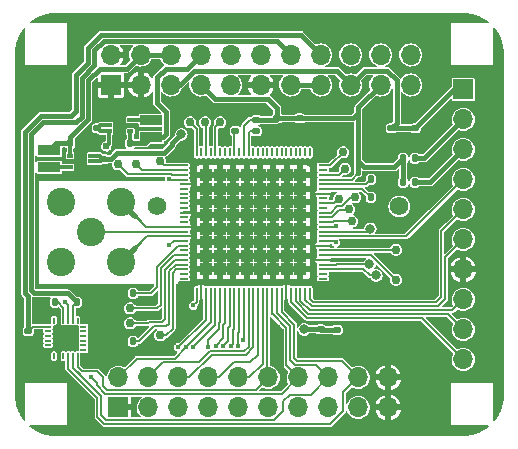
<source format=gtl>
G04 #@! TF.GenerationSoftware,KiCad,Pcbnew,(6.0.7)*
G04 #@! TF.CreationDate,2022-09-08T16:43:51-07:00*
G04 #@! TF.ProjectId,scum3c-devboard,7363756d-3363-42d6-9465-76626f617264,rev?*
G04 #@! TF.SameCoordinates,Original*
G04 #@! TF.FileFunction,Copper,L1,Top*
G04 #@! TF.FilePolarity,Positive*
%FSLAX46Y46*%
G04 Gerber Fmt 4.6, Leading zero omitted, Abs format (unit mm)*
G04 Created by KiCad (PCBNEW (6.0.7)) date 2022-09-08 16:43:51*
%MOMM*%
%LPD*%
G01*
G04 APERTURE LIST*
G04 Aperture macros list*
%AMRoundRect*
0 Rectangle with rounded corners*
0 $1 Rounding radius*
0 $2 $3 $4 $5 $6 $7 $8 $9 X,Y pos of 4 corners*
0 Add a 4 corners polygon primitive as box body*
4,1,4,$2,$3,$4,$5,$6,$7,$8,$9,$2,$3,0*
0 Add four circle primitives for the rounded corners*
1,1,$1+$1,$2,$3*
1,1,$1+$1,$4,$5*
1,1,$1+$1,$6,$7*
1,1,$1+$1,$8,$9*
0 Add four rect primitives between the rounded corners*
20,1,$1+$1,$2,$3,$4,$5,0*
20,1,$1+$1,$4,$5,$6,$7,0*
20,1,$1+$1,$6,$7,$8,$9,0*
20,1,$1+$1,$8,$9,$2,$3,0*%
G04 Aperture macros list end*
G04 #@! TA.AperFunction,SMDPad,CuDef*
%ADD10O,0.800000X0.200000*%
G04 #@! TD*
G04 #@! TA.AperFunction,SMDPad,CuDef*
%ADD11O,0.200000X0.800000*%
G04 #@! TD*
G04 #@! TA.AperFunction,ComponentPad*
%ADD12C,0.568750*%
G04 #@! TD*
G04 #@! TA.AperFunction,SMDPad,CuDef*
%ADD13R,1.137500X1.137500*%
G04 #@! TD*
G04 #@! TA.AperFunction,ComponentPad*
%ADD14R,1.700000X1.700000*%
G04 #@! TD*
G04 #@! TA.AperFunction,ComponentPad*
%ADD15O,1.700000X1.700000*%
G04 #@! TD*
G04 #@! TA.AperFunction,SMDPad,CuDef*
%ADD16RoundRect,0.147500X0.147500X0.172500X-0.147500X0.172500X-0.147500X-0.172500X0.147500X-0.172500X0*%
G04 #@! TD*
G04 #@! TA.AperFunction,SMDPad,CuDef*
%ADD17RoundRect,0.147500X-0.172500X0.147500X-0.172500X-0.147500X0.172500X-0.147500X0.172500X0.147500X0*%
G04 #@! TD*
G04 #@! TA.AperFunction,SMDPad,CuDef*
%ADD18RoundRect,0.147500X0.172500X-0.147500X0.172500X0.147500X-0.172500X0.147500X-0.172500X-0.147500X0*%
G04 #@! TD*
G04 #@! TA.AperFunction,SMDPad,CuDef*
%ADD19RoundRect,0.147500X-0.147500X-0.172500X0.147500X-0.172500X0.147500X0.172500X-0.147500X0.172500X0*%
G04 #@! TD*
G04 #@! TA.AperFunction,ComponentPad*
%ADD20C,0.762000*%
G04 #@! TD*
G04 #@! TA.AperFunction,SMDPad,CuDef*
%ADD21RoundRect,0.050000X0.225000X0.050000X-0.225000X0.050000X-0.225000X-0.050000X0.225000X-0.050000X0*%
G04 #@! TD*
G04 #@! TA.AperFunction,SMDPad,CuDef*
%ADD22RoundRect,0.050000X-0.050000X0.225000X-0.050000X-0.225000X0.050000X-0.225000X0.050000X0.225000X0*%
G04 #@! TD*
G04 #@! TA.AperFunction,ComponentPad*
%ADD23C,2.400000*%
G04 #@! TD*
G04 #@! TA.AperFunction,SMDPad,CuDef*
%ADD24R,1.900000X0.850000*%
G04 #@! TD*
G04 #@! TA.AperFunction,SMDPad,CuDef*
%ADD25R,0.500000X0.300000*%
G04 #@! TD*
G04 #@! TA.AperFunction,ComponentPad*
%ADD26C,1.574800*%
G04 #@! TD*
G04 #@! TA.AperFunction,ViaPad*
%ADD27C,0.406400*%
G04 #@! TD*
G04 #@! TA.AperFunction,ViaPad*
%ADD28C,0.812800*%
G04 #@! TD*
G04 #@! TA.AperFunction,ViaPad*
%ADD29C,0.609600*%
G04 #@! TD*
G04 #@! TA.AperFunction,Conductor*
%ADD30C,0.203200*%
G04 #@! TD*
G04 #@! TA.AperFunction,Conductor*
%ADD31C,0.406400*%
G04 #@! TD*
G04 #@! TA.AperFunction,Conductor*
%ADD32C,0.304800*%
G04 #@! TD*
G04 APERTURE END LIST*
D10*
G04 #@! TO.P,U1,1*
G04 #@! TO.N,Net-(J6-Pad1)*
X90620000Y-63838000D03*
G04 #@! TO.P,U1,2*
G04 #@! TO.N,Net-(J7-Pad1)*
X90620000Y-64238000D03*
G04 #@! TO.P,U1,3*
G04 #@! TO.N,Net-(J8-Pad1)*
X90620000Y-64638000D03*
G04 #@! TO.P,U1,4*
G04 #@! TO.N,+VBAT*
X90620000Y-65038000D03*
G04 #@! TO.P,U1,5*
G04 #@! TO.N,GND*
X90620000Y-65438000D03*
G04 #@! TO.P,U1,6*
G04 #@! TO.N,N/C*
X90620000Y-65838000D03*
G04 #@! TO.P,U1,7*
X90620000Y-66238000D03*
G04 #@! TO.P,U1,8*
X90620000Y-66638000D03*
G04 #@! TO.P,U1,9*
X90620000Y-67038000D03*
G04 #@! TO.P,U1,10*
X90620000Y-67438000D03*
G04 #@! TO.P,U1,11*
G04 #@! TO.N,GND*
X90620000Y-67838000D03*
G04 #@! TO.P,U1,12*
G04 #@! TO.N,N/C*
X90620000Y-68238000D03*
G04 #@! TO.P,U1,13*
X90620000Y-68638000D03*
G04 #@! TO.P,U1,14*
G04 #@! TO.N,GND*
X90620000Y-69038000D03*
G04 #@! TO.P,U1,15*
G04 #@! TO.N,/scumsheet/ANTENNA*
X90620000Y-69438000D03*
G04 #@! TO.P,U1,16*
G04 #@! TO.N,GND*
X90620000Y-69838000D03*
G04 #@! TO.P,U1,17*
G04 #@! TO.N,+VBAT*
X90620000Y-70238000D03*
G04 #@! TO.P,U1,18*
G04 #@! TO.N,/scumsheet/PA_LDO_OUTPUT*
X90620000Y-70638000D03*
G04 #@! TO.P,U1,19*
G04 #@! TO.N,N/C*
X90620000Y-71038000D03*
G04 #@! TO.P,U1,20*
G04 #@! TO.N,Net-(J11-Pad1)*
X90620000Y-71438000D03*
G04 #@! TO.P,U1,21*
G04 #@! TO.N,Net-(J12-Pad1)*
X90620000Y-71838000D03*
G04 #@! TO.P,U1,22*
G04 #@! TO.N,/scumsheet/LO_LDO_OUTPUT*
X90620000Y-72238000D03*
G04 #@! TO.P,U1,23*
G04 #@! TO.N,Net-(J13-Pad1)*
X90620000Y-72638000D03*
G04 #@! TO.P,U1,24*
G04 #@! TO.N,N/C*
X90620000Y-73038000D03*
G04 #@! TO.P,U1,25*
X90620000Y-73438000D03*
D11*
G04 #@! TO.P,U1,26*
G04 #@! TO.N,+VBAT*
X91720000Y-74538000D03*
G04 #@! TO.P,U1,27*
G04 #@! TO.N,GND*
X92120000Y-74538000D03*
G04 #@! TO.P,U1,28*
G04 #@! TO.N,/GPIO0*
X92520000Y-74538000D03*
G04 #@! TO.P,U1,29*
G04 #@! TO.N,/GPIO1*
X92920000Y-74538000D03*
G04 #@! TO.P,U1,30*
G04 #@! TO.N,/GPIO2*
X93320000Y-74538000D03*
G04 #@! TO.P,U1,31*
G04 #@! TO.N,/GPIO3*
X93720000Y-74538000D03*
G04 #@! TO.P,U1,32*
G04 #@! TO.N,/GPIO4*
X94120000Y-74538000D03*
G04 #@! TO.P,U1,33*
G04 #@! TO.N,/GPIO5*
X94520000Y-74538000D03*
G04 #@! TO.P,U1,34*
G04 #@! TO.N,/GPIO6*
X94920000Y-74538000D03*
G04 #@! TO.P,U1,35*
G04 #@! TO.N,/GPIO7*
X95320000Y-74538000D03*
G04 #@! TO.P,U1,36*
G04 #@! TO.N,+VDDIO*
X95720000Y-74538000D03*
G04 #@! TO.P,U1,37*
G04 #@! TO.N,/GPIO8*
X96120000Y-74538000D03*
G04 #@! TO.P,U1,38*
G04 #@! TO.N,/GPIO9*
X96520000Y-74538000D03*
G04 #@! TO.P,U1,39*
G04 #@! TO.N,/GPIO10*
X96920000Y-74538000D03*
G04 #@! TO.P,U1,40*
G04 #@! TO.N,/GPIO11*
X97320000Y-74538000D03*
G04 #@! TO.P,U1,41*
G04 #@! TO.N,/GPIO12*
X97720000Y-74538000D03*
G04 #@! TO.P,U1,42*
G04 #@! TO.N,/GPIO13*
X98120000Y-74538000D03*
G04 #@! TO.P,U1,43*
G04 #@! TO.N,/GPIO14*
X98520000Y-74538000D03*
G04 #@! TO.P,U1,44*
G04 #@! TO.N,/GPIO15*
X98920000Y-74538000D03*
G04 #@! TO.P,U1,45*
G04 #@! TO.N,GND*
X99320000Y-74538000D03*
G04 #@! TO.P,U1,46*
G04 #@! TO.N,/RsTx*
X99720000Y-74538000D03*
G04 #@! TO.P,U1,47*
G04 #@! TO.N,/RsRx*
X100120000Y-74538000D03*
G04 #@! TO.P,U1,48*
G04 #@! TO.N,/3WB_CLK*
X100520000Y-74538000D03*
G04 #@! TO.P,U1,49*
G04 #@! TO.N,/3WB_ENB*
X100920000Y-74538000D03*
G04 #@! TO.P,U1,50*
G04 #@! TO.N,/3WB_DATA*
X101320000Y-74538000D03*
D10*
G04 #@! TO.P,U1,51*
G04 #@! TO.N,N/C*
X102420000Y-73438000D03*
G04 #@! TO.P,U1,52*
X102420000Y-73038000D03*
G04 #@! TO.P,U1,53*
G04 #@! TO.N,/SENSOR_LDO_OUTPUT*
X102420000Y-72638000D03*
G04 #@! TO.P,U1,54*
G04 #@! TO.N,/SENSOR_EXT_IN*
X102420000Y-72238000D03*
G04 #@! TO.P,U1,55*
G04 #@! TO.N,GND*
X102420000Y-71838000D03*
G04 #@! TO.P,U1,56*
G04 #@! TO.N,Net-(J17-Pad1)*
X102420000Y-71438000D03*
G04 #@! TO.P,U1,57*
G04 #@! TO.N,Net-(J21-Pad1)*
X102420000Y-71038000D03*
G04 #@! TO.P,U1,58*
G04 #@! TO.N,GND*
X102420000Y-70638000D03*
G04 #@! TO.P,U1,59*
G04 #@! TO.N,+VBAT*
X102420000Y-70238000D03*
G04 #@! TO.P,U1,60*
G04 #@! TO.N,/HARD_RESET*
X102420000Y-69838000D03*
G04 #@! TO.P,U1,61*
G04 #@! TO.N,/BOOT_SOURCE_SEL*
X102420000Y-69438000D03*
G04 #@! TO.P,U1,62*
G04 #@! TO.N,+VBAT*
X102420000Y-69038000D03*
G04 #@! TO.P,U1,63*
G04 #@! TO.N,Net-(J9-Pad1)*
X102420000Y-68638000D03*
G04 #@! TO.P,U1,64*
G04 #@! TO.N,Net-(J10-Pad1)*
X102420000Y-68238000D03*
G04 #@! TO.P,U1,65*
G04 #@! TO.N,Net-(J16-Pad1)*
X102420000Y-67838000D03*
G04 #@! TO.P,U1,66*
G04 #@! TO.N,N/C*
X102420000Y-67438000D03*
G04 #@! TO.P,U1,67*
G04 #@! TO.N,Net-(J15-Pad1)*
X102420000Y-67038000D03*
G04 #@! TO.P,U1,68*
G04 #@! TO.N,N/C*
X102420000Y-66638000D03*
G04 #@! TO.P,U1,69*
G04 #@! TO.N,GND*
X102420000Y-66238000D03*
G04 #@! TO.P,U1,70*
G04 #@! TO.N,/scumsheet/AUX_LDO_OUTPUT*
X102420000Y-65838000D03*
G04 #@! TO.P,U1,71*
G04 #@! TO.N,/scumsheet/VDDD_DISABLE*
X102420000Y-65438000D03*
G04 #@! TO.P,U1,72*
G04 #@! TO.N,+VDDD*
X102420000Y-65038000D03*
G04 #@! TO.P,U1,73*
G04 #@! TO.N,Net-(J5-Pad1)*
X102420000Y-64638000D03*
G04 #@! TO.P,U1,74*
G04 #@! TO.N,N/C*
X102420000Y-64238000D03*
G04 #@! TO.P,U1,75*
G04 #@! TO.N,Net-(J20-Pad1)*
X102420000Y-63838000D03*
D11*
G04 #@! TO.P,U1,76*
G04 #@! TO.N,N/C*
X101320000Y-62738000D03*
G04 #@! TO.P,U1,77*
X100920000Y-62738000D03*
G04 #@! TO.P,U1,78*
X100520000Y-62738000D03*
G04 #@! TO.P,U1,79*
X100120000Y-62738000D03*
G04 #@! TO.P,U1,80*
X99720000Y-62738000D03*
G04 #@! TO.P,U1,81*
X99320000Y-62738000D03*
G04 #@! TO.P,U1,82*
X98920000Y-62738000D03*
G04 #@! TO.P,U1,83*
X98520000Y-62738000D03*
G04 #@! TO.P,U1,84*
X98120000Y-62738000D03*
G04 #@! TO.P,U1,85*
X97720000Y-62738000D03*
G04 #@! TO.P,U1,86*
X97320000Y-62738000D03*
G04 #@! TO.P,U1,87*
X96920000Y-62738000D03*
G04 #@! TO.P,U1,88*
X96520000Y-62738000D03*
G04 #@! TO.P,U1,89*
G04 #@! TO.N,Net-(R4-Pad2)*
X96120000Y-62738000D03*
G04 #@! TO.P,U1,90*
G04 #@! TO.N,+VDDD*
X95720000Y-62738000D03*
G04 #@! TO.P,U1,91*
G04 #@! TO.N,N/C*
X95320000Y-62738000D03*
G04 #@! TO.P,U1,92*
G04 #@! TO.N,+VDDAO*
X94920000Y-62738000D03*
G04 #@! TO.P,U1,93*
G04 #@! TO.N,N/C*
X94520000Y-62738000D03*
G04 #@! TO.P,U1,94*
X94120000Y-62738000D03*
G04 #@! TO.P,U1,95*
X93720000Y-62738000D03*
G04 #@! TO.P,U1,96*
G04 #@! TO.N,Net-(J19-Pad1)*
X93320000Y-62738000D03*
G04 #@! TO.P,U1,97*
G04 #@! TO.N,N/C*
X92920000Y-62738000D03*
G04 #@! TO.P,U1,98*
G04 #@! TO.N,Net-(J18-Pad1)*
X92520000Y-62738000D03*
G04 #@! TO.P,U1,99*
G04 #@! TO.N,N/C*
X92120000Y-62738000D03*
G04 #@! TO.P,U1,100*
G04 #@! TO.N,Net-(J14-Pad1)*
X91720000Y-62738000D03*
D12*
G04 #@! TO.P,U1,101*
G04 #@! TO.N,GND*
X94813750Y-65794250D03*
D13*
X94813750Y-66931750D03*
X98226250Y-72619250D03*
X97088750Y-71481750D03*
D12*
X95951250Y-65794250D03*
D13*
X100501250Y-64656750D03*
D12*
X100501250Y-69206750D03*
D13*
X93676250Y-65794250D03*
D12*
X95951250Y-69206750D03*
X93676250Y-70344250D03*
D13*
X93676250Y-66931750D03*
D12*
X94813750Y-66931750D03*
D13*
X99363750Y-66931750D03*
D12*
X97088750Y-72619250D03*
X99363750Y-70344250D03*
X95951250Y-70344250D03*
X92538750Y-69206750D03*
X93676250Y-71481750D03*
D13*
X97088750Y-72619250D03*
D12*
X100501250Y-71481750D03*
D13*
X95951250Y-69206750D03*
X94813750Y-72619250D03*
X99363750Y-69206750D03*
X94813750Y-64656750D03*
D12*
X98226250Y-69206750D03*
D13*
X95951250Y-65794250D03*
X93676250Y-70344250D03*
X100501250Y-66931750D03*
D12*
X93676250Y-72619250D03*
X100501250Y-68069250D03*
X94813750Y-72619250D03*
X95951250Y-64656750D03*
X98226250Y-70344250D03*
D13*
X97088750Y-70344250D03*
X92538750Y-70344250D03*
D12*
X98226250Y-72619250D03*
X93676250Y-69206750D03*
D13*
X99363750Y-68069250D03*
X95951250Y-70344250D03*
D12*
X94813750Y-71481750D03*
X93676250Y-68069250D03*
X92538750Y-70344250D03*
D13*
X92538750Y-71481750D03*
D12*
X93676250Y-64656750D03*
D13*
X98226250Y-64656750D03*
X98226250Y-66931750D03*
X100501250Y-65794250D03*
D12*
X98226250Y-66931750D03*
X97088750Y-71481750D03*
X97088750Y-64656750D03*
X92538750Y-71481750D03*
X99363750Y-71481750D03*
D13*
X97088750Y-69206750D03*
X93676250Y-72619250D03*
X93676250Y-68069250D03*
D12*
X93676250Y-65794250D03*
X100501250Y-72619250D03*
X92538750Y-64656750D03*
D13*
X94813750Y-65794250D03*
X99363750Y-72619250D03*
X93676250Y-64656750D03*
X95951250Y-68069250D03*
X93676250Y-69206750D03*
D12*
X97088750Y-70344250D03*
D13*
X97088750Y-65794250D03*
D12*
X99363750Y-64656750D03*
D13*
X95951250Y-66931750D03*
D12*
X99363750Y-69206750D03*
D13*
X94813750Y-68069250D03*
X97088750Y-66931750D03*
X94813750Y-70344250D03*
D12*
X99363750Y-68069250D03*
D13*
X97088750Y-68069250D03*
X98226250Y-68069250D03*
D12*
X94813750Y-64656750D03*
D13*
X97088750Y-64656750D03*
D12*
X100501250Y-64656750D03*
D13*
X98226250Y-65794250D03*
D12*
X95951250Y-72619250D03*
D13*
X95951250Y-72619250D03*
D12*
X92538750Y-72619250D03*
X98226250Y-68069250D03*
D13*
X100501250Y-72619250D03*
X92538750Y-64656750D03*
D12*
X98226250Y-64656750D03*
D13*
X95951250Y-64656750D03*
D12*
X100501250Y-70344250D03*
X95951250Y-68069250D03*
D13*
X99363750Y-65794250D03*
D12*
X93676250Y-66931750D03*
X98226250Y-71481750D03*
X97088750Y-68069250D03*
D13*
X94813750Y-71481750D03*
X92538750Y-68069250D03*
X100501250Y-68069250D03*
X93676250Y-71481750D03*
X99363750Y-70344250D03*
X92538750Y-65794250D03*
D12*
X97088750Y-69206750D03*
D13*
X95951250Y-71481750D03*
D12*
X98226250Y-65794250D03*
D13*
X92538750Y-72619250D03*
X100501250Y-69206750D03*
X99363750Y-71481750D03*
X100501250Y-71481750D03*
D12*
X94813750Y-68069250D03*
D13*
X98226250Y-69206750D03*
X100501250Y-70344250D03*
D12*
X100501250Y-66931750D03*
X97088750Y-65794250D03*
X99363750Y-66931750D03*
X95951250Y-66931750D03*
D13*
X92538750Y-66931750D03*
D12*
X92538750Y-66931750D03*
D13*
X98226250Y-70344250D03*
X98226250Y-71481750D03*
X99363750Y-64656750D03*
D12*
X99363750Y-65794250D03*
X92538750Y-65794250D03*
D13*
X92538750Y-69206750D03*
X94813750Y-69206750D03*
D12*
X99363750Y-72619250D03*
X94813750Y-69206750D03*
X100501250Y-65794250D03*
X97088750Y-66931750D03*
X95951250Y-71481750D03*
X92538750Y-68069250D03*
X94813750Y-70344250D03*
G04 #@! TD*
D14*
G04 #@! TO.P,J2,1*
G04 #@! TO.N,GND*
X85090000Y-84328000D03*
D15*
G04 #@! TO.P,J2,2*
G04 #@! TO.N,/GPIO1*
X85090000Y-81788000D03*
G04 #@! TO.P,J2,3*
G04 #@! TO.N,/GPIO0*
X87630000Y-84328000D03*
G04 #@! TO.P,J2,4*
G04 #@! TO.N,/GPIO8*
X87630000Y-81788000D03*
G04 #@! TO.P,J2,5*
G04 #@! TO.N,/GPIO1*
X90170000Y-84328000D03*
G04 #@! TO.P,J2,6*
G04 #@! TO.N,/GPIO9*
X90170000Y-81788000D03*
G04 #@! TO.P,J2,7*
G04 #@! TO.N,/GPIO2*
X92710000Y-84328000D03*
G04 #@! TO.P,J2,8*
G04 #@! TO.N,/GPIO10*
X92710000Y-81788000D03*
G04 #@! TO.P,J2,9*
G04 #@! TO.N,/GPIO3*
X95250000Y-84328000D03*
G04 #@! TO.P,J2,10*
G04 #@! TO.N,/GPIO11*
X95250000Y-81788000D03*
G04 #@! TO.P,J2,11*
G04 #@! TO.N,/GPIO4*
X97790000Y-84328000D03*
G04 #@! TO.P,J2,12*
G04 #@! TO.N,/GPIO12*
X97790000Y-81788000D03*
G04 #@! TO.P,J2,13*
G04 #@! TO.N,/GPIO5*
X100330000Y-84328000D03*
G04 #@! TO.P,J2,14*
G04 #@! TO.N,/GPIO13*
X100330000Y-81788000D03*
G04 #@! TO.P,J2,15*
G04 #@! TO.N,/GPIO6*
X102870000Y-84328000D03*
G04 #@! TO.P,J2,16*
G04 #@! TO.N,/GPIO14*
X102870000Y-81788000D03*
G04 #@! TO.P,J2,17*
G04 #@! TO.N,/GPIO7*
X105410000Y-84328000D03*
G04 #@! TO.P,J2,18*
G04 #@! TO.N,/GPIO15*
X105410000Y-81788000D03*
G04 #@! TO.P,J2,19*
G04 #@! TO.N,GND*
X107950000Y-84328000D03*
G04 #@! TO.P,J2,20*
X107950000Y-81788000D03*
G04 #@! TD*
D16*
G04 #@! TO.P,C5,1*
G04 #@! TO.N,/scumsheet/PA_LDO_OUTPUT*
X86360000Y-74676000D03*
G04 #@! TO.P,C5,2*
G04 #@! TO.N,GND*
X85390000Y-74676000D03*
G04 #@! TD*
D17*
G04 #@! TO.P,C8,1*
G04 #@! TO.N,+VDDIO*
X102235000Y-77724000D03*
G04 #@! TO.P,C8,2*
G04 #@! TO.N,GND*
X102235000Y-78694000D03*
G04 #@! TD*
D16*
G04 #@! TO.P,C11,1*
G04 #@! TO.N,GND*
X107442000Y-66548000D03*
G04 #@! TO.P,C11,2*
G04 #@! TO.N,/scumsheet/AUX_LDO_OUTPUT*
X106472000Y-66548000D03*
G04 #@! TD*
D18*
G04 #@! TO.P,C12,1*
G04 #@! TO.N,GND*
X98552000Y-60833000D03*
G04 #@! TO.P,C12,2*
G04 #@! TO.N,+VDDD*
X98552000Y-59863000D03*
G04 #@! TD*
G04 #@! TO.P,C13,1*
G04 #@! TO.N,GND*
X100457000Y-60833000D03*
G04 #@! TO.P,C13,2*
G04 #@! TO.N,+VDDD*
X100457000Y-59863000D03*
G04 #@! TD*
D19*
G04 #@! TO.P,R1,1*
G04 #@! TO.N,/scumsheet/VDDD_DISABLE*
X106472000Y-65024000D03*
G04 #@! TO.P,R1,2*
G04 #@! TO.N,GND*
X107442000Y-65024000D03*
G04 #@! TD*
D20*
G04 #@! TO.P,GND1,1*
G04 #@! TO.N,GND*
X98552000Y-77724000D03*
G04 #@! TD*
G04 #@! TO.P,GND6,1*
G04 #@! TO.N,GND*
X106680000Y-59944000D03*
G04 #@! TD*
G04 #@! TO.P,J5,1*
G04 #@! TO.N,Net-(J5-Pad1)*
X104267000Y-64135000D03*
G04 #@! TD*
G04 #@! TO.P,J6,1*
G04 #@! TO.N,Net-(J6-Pad1)*
X88646000Y-63500000D03*
G04 #@! TD*
G04 #@! TO.P,J7,1*
G04 #@! TO.N,Net-(J7-Pad1)*
X86614000Y-63754000D03*
G04 #@! TD*
G04 #@! TO.P,J9,1*
G04 #@! TO.N,Net-(J9-Pad1)*
X104902000Y-68580000D03*
G04 #@! TD*
G04 #@! TO.P,J10,1*
G04 #@! TO.N,Net-(J10-Pad1)*
X104648000Y-67564000D03*
G04 #@! TD*
G04 #@! TO.P,J11,1*
G04 #@! TO.N,Net-(J11-Pad1)*
X86106000Y-75946000D03*
G04 #@! TD*
G04 #@! TO.P,J12,1*
G04 #@! TO.N,Net-(J12-Pad1)*
X86106000Y-77216000D03*
G04 #@! TD*
G04 #@! TO.P,J15,1*
G04 #@! TO.N,Net-(J15-Pad1)*
X103759000Y-66675000D03*
G04 #@! TD*
G04 #@! TO.P,J16,1*
G04 #@! TO.N,Net-(J16-Pad1)*
X105156000Y-66548000D03*
G04 #@! TD*
G04 #@! TO.P,J17,1*
G04 #@! TO.N,Net-(J17-Pad1)*
X108585000Y-73533000D03*
G04 #@! TD*
G04 #@! TO.P,J13,1*
G04 #@! TO.N,Net-(J13-Pad1)*
X88646000Y-78232000D03*
G04 #@! TD*
G04 #@! TO.P,J18,1*
G04 #@! TO.N,Net-(J18-Pad1)*
X92456000Y-60198000D03*
G04 #@! TD*
G04 #@! TO.P,J20,1*
G04 #@! TO.N,Net-(J20-Pad1)*
X104140000Y-62738000D03*
G04 #@! TD*
G04 #@! TO.P,J21,1*
G04 #@! TO.N,Net-(J21-Pad1)*
X108585000Y-70993000D03*
G04 #@! TD*
G04 #@! TO.P,GND5,1*
G04 #@! TO.N,GND*
X106680000Y-74422000D03*
G04 #@! TD*
D19*
G04 #@! TO.P,C1,1*
G04 #@! TO.N,/IMU_VDDIO*
X81580000Y-75438000D03*
G04 #@! TO.P,C1,2*
G04 #@! TO.N,GND*
X82550000Y-75438000D03*
G04 #@! TD*
D21*
G04 #@! TO.P,U9AB1,1*
G04 #@! TO.N,N/C*
X82145000Y-79486000D03*
G04 #@! TO.P,U9AB1,2*
X82145000Y-79086000D03*
G04 #@! TO.P,U9AB1,3*
X82145000Y-78686000D03*
G04 #@! TO.P,U9AB1,4*
X82145000Y-78286000D03*
G04 #@! TO.P,U9AB1,5*
X82145000Y-77886000D03*
G04 #@! TO.P,U9AB1,6*
X82145000Y-77486000D03*
D22*
G04 #@! TO.P,U9AB1,7*
X81645000Y-76986000D03*
G04 #@! TO.P,U9AB1,8*
G04 #@! TO.N,/IMU_VDDIO*
X81245000Y-76986000D03*
G04 #@! TO.P,U9AB1,9*
G04 #@! TO.N,/GPIO13*
X80845000Y-76986000D03*
G04 #@! TO.P,U9AB1,10*
G04 #@! TO.N,Net-(C3-Pad1)*
X80445000Y-76986000D03*
G04 #@! TO.P,U9AB1,11*
G04 #@! TO.N,GND*
X80045000Y-76986000D03*
G04 #@! TO.P,U9AB1,12*
G04 #@! TO.N,N/C*
X79645000Y-76986000D03*
D21*
G04 #@! TO.P,U9AB1,13*
G04 #@! TO.N,/IMU_VDD*
X79145000Y-77486000D03*
G04 #@! TO.P,U9AB1,14*
G04 #@! TO.N,N/C*
X79145000Y-77886000D03*
G04 #@! TO.P,U9AB1,15*
X79145000Y-78286000D03*
G04 #@! TO.P,U9AB1,16*
X79145000Y-78686000D03*
G04 #@! TO.P,U9AB1,17*
X79145000Y-79086000D03*
G04 #@! TO.P,U9AB1,18*
G04 #@! TO.N,GND*
X79145000Y-79486000D03*
D22*
G04 #@! TO.P,U9AB1,19*
G04 #@! TO.N,N/C*
X79645000Y-79986000D03*
G04 #@! TO.P,U9AB1,20*
G04 #@! TO.N,GND*
X80045000Y-79986000D03*
G04 #@! TO.P,U9AB1,21*
G04 #@! TO.N,N/C*
X80445000Y-79986000D03*
G04 #@! TO.P,U9AB1,22*
G04 #@! TO.N,/GPIO15*
X80845000Y-79986000D03*
G04 #@! TO.P,U9AB1,23*
G04 #@! TO.N,/GPIO14*
X81245000Y-79986000D03*
G04 #@! TO.P,U9AB1,24*
G04 #@! TO.N,/GPIO12*
X81645000Y-79986000D03*
G04 #@! TD*
D16*
G04 #@! TO.P,C3,1*
G04 #@! TO.N,Net-(C3-Pad1)*
X79756000Y-75438000D03*
G04 #@! TO.P,C3,2*
G04 #@! TO.N,GND*
X78786000Y-75438000D03*
G04 #@! TD*
D17*
G04 #@! TO.P,C2,1*
G04 #@! TO.N,/IMU_VDD*
X77470000Y-77851000D03*
G04 #@! TO.P,C2,2*
G04 #@! TO.N,GND*
X77470000Y-78821000D03*
G04 #@! TD*
D16*
G04 #@! TO.P,R2,1*
G04 #@! TO.N,+NRF_VDDD*
X110190000Y-63246000D03*
G04 #@! TO.P,R2,2*
G04 #@! TO.N,+VDDD*
X109220000Y-63246000D03*
G04 #@! TD*
D19*
G04 #@! TO.P,R3,1*
G04 #@! TO.N,+VDDD*
X109220000Y-65278000D03*
G04 #@! TO.P,R3,2*
G04 #@! TO.N,+NRF_GND*
X110190000Y-65278000D03*
G04 #@! TD*
D20*
G04 #@! TO.P,GND4,1*
G04 #@! TO.N,GND*
X107188000Y-62992000D03*
G04 #@! TD*
D17*
G04 #@! TO.P,C7,1*
G04 #@! TO.N,+VBAT*
X108204000Y-60706000D03*
G04 #@! TO.P,C7,2*
G04 #@! TO.N,GND*
X108204000Y-61676000D03*
G04 #@! TD*
D20*
G04 #@! TO.P,J19,1*
G04 #@! TO.N,Net-(J19-Pad1)*
X93726000Y-60198000D03*
G04 #@! TD*
D17*
G04 #@! TO.P,C6,1*
G04 #@! TO.N,+VBAT*
X110236000Y-60706000D03*
G04 #@! TO.P,C6,2*
G04 #@! TO.N,GND*
X110236000Y-61676000D03*
G04 #@! TD*
D20*
G04 #@! TO.P,J14,1*
G04 #@! TO.N,Net-(J14-Pad1)*
X91186000Y-60198000D03*
G04 #@! TD*
G04 #@! TO.P,GND3,1*
G04 #@! TO.N,GND*
X90678000Y-76962000D03*
G04 #@! TD*
D16*
G04 #@! TO.P,C4,1*
G04 #@! TO.N,/scumsheet/LO_LDO_OUTPUT*
X86337000Y-78740000D03*
G04 #@! TO.P,C4,2*
G04 #@! TO.N,GND*
X85367000Y-78740000D03*
G04 #@! TD*
D14*
G04 #@! TO.P,J1,1*
G04 #@! TO.N,GND*
X84455000Y-57023000D03*
D15*
G04 #@! TO.P,J1,2*
X84455000Y-54483000D03*
G04 #@! TO.P,J1,3*
X86995000Y-57023000D03*
G04 #@! TO.P,J1,4*
G04 #@! TO.N,+1.8V_REG*
X86995000Y-54483000D03*
G04 #@! TO.P,J1,5*
G04 #@! TO.N,+VBAT*
X89535000Y-57023000D03*
G04 #@! TO.P,J1,6*
G04 #@! TO.N,+1.8V_REG*
X89535000Y-54483000D03*
G04 #@! TO.P,J1,7*
G04 #@! TO.N,+VDDD*
X92075000Y-57023000D03*
G04 #@! TO.P,J1,8*
G04 #@! TO.N,+1.1V_REG*
X92075000Y-54483000D03*
G04 #@! TO.P,J1,9*
G04 #@! TO.N,+EXT_BAT*
X94615000Y-57023000D03*
G04 #@! TO.P,J1,10*
G04 #@! TO.N,/1.1V_IN*
X94615000Y-54483000D03*
G04 #@! TO.P,J1,11*
G04 #@! TO.N,GND*
X97155000Y-57023000D03*
G04 #@! TO.P,J1,12*
G04 #@! TO.N,+EXT_BAT*
X97155000Y-54483000D03*
G04 #@! TO.P,J1,13*
G04 #@! TO.N,+VDDIO*
X99695000Y-57023000D03*
G04 #@! TO.P,J1,14*
G04 #@! TO.N,/IMU_VDDIO*
X99695000Y-54483000D03*
G04 #@! TO.P,J1,15*
G04 #@! TO.N,+VDDIO*
X102235000Y-57023000D03*
G04 #@! TO.P,J1,16*
G04 #@! TO.N,/IMU_VDD*
X102235000Y-54483000D03*
G04 #@! TO.P,J1,17*
G04 #@! TO.N,+VBAT*
X104775000Y-57023000D03*
G04 #@! TO.P,J1,18*
G04 #@! TO.N,+VDDIO*
X104775000Y-54483000D03*
G04 #@! TO.P,J1,19*
G04 #@! TO.N,+VDDD*
X107315000Y-57023000D03*
G04 #@! TO.P,J1,20*
G04 #@! TO.N,/BOOT_SOURCE_SEL*
X107315000Y-54483000D03*
G04 #@! TO.P,J1,21*
G04 #@! TO.N,/SENSOR_EXT_IN*
X109855000Y-57023000D03*
G04 #@! TO.P,J1,22*
G04 #@! TO.N,/SENSOR_LDO_OUTPUT*
X109855000Y-54483000D03*
G04 #@! TD*
D17*
G04 #@! TO.P,C9,1*
G04 #@! TO.N,+VDDIO*
X103632000Y-77770000D03*
G04 #@! TO.P,C9,2*
G04 #@! TO.N,GND*
X103632000Y-78740000D03*
G04 #@! TD*
D23*
G04 #@! TO.P,J4,1*
G04 #@! TO.N,/scumsheet/ANTENNA*
X82804000Y-69469000D03*
G04 #@! TO.P,J4,2*
G04 #@! TO.N,GND*
X80264000Y-66929000D03*
G04 #@! TO.P,J4,3*
X85344000Y-66929000D03*
G04 #@! TO.P,J4,4*
X80264000Y-72009000D03*
G04 #@! TO.P,J4,5*
X85344000Y-72009000D03*
G04 #@! TD*
D20*
G04 #@! TO.P,GND2,1*
G04 #@! TO.N,GND*
X84328000Y-76708000D03*
G04 #@! TD*
D17*
G04 #@! TO.P,R4,1*
G04 #@! TO.N,+VDDD*
X96774000Y-59990000D03*
G04 #@! TO.P,R4,2*
G04 #@! TO.N,Net-(R4-Pad2)*
X96774000Y-60960000D03*
G04 #@! TD*
D18*
G04 #@! TO.P,C10,1*
G04 #@! TO.N,+VDDAO*
X94996000Y-60914000D03*
G04 #@! TO.P,C10,2*
G04 #@! TO.N,GND*
X94996000Y-59944000D03*
G04 #@! TD*
D16*
G04 #@! TO.P,C_1.8_OUT1,1*
G04 #@! TO.N,GND*
X81996000Y-61976000D03*
G04 #@! TO.P,C_1.8_OUT1,2*
G04 #@! TO.N,+1.8V_REG*
X81026000Y-61976000D03*
G04 #@! TD*
D24*
G04 #@! TO.P,L1,1*
G04 #@! TO.N,+1.8V_REG*
X79248000Y-62558000D03*
G04 #@! TO.P,L1,2*
G04 #@! TO.N,Net-(L1-Pad2)*
X79248000Y-64008000D03*
G04 #@! TD*
D17*
G04 #@! TO.P,C_1.8_IN1,1*
G04 #@! TO.N,+EXT_BAT*
X83820000Y-63292000D03*
G04 #@! TO.P,C_1.8_IN1,2*
G04 #@! TO.N,GND*
X83820000Y-64262000D03*
G04 #@! TD*
D25*
G04 #@! TO.P,U3,1*
G04 #@! TO.N,+1.1V_REG*
X86106000Y-60960000D03*
G04 #@! TO.P,U3,2*
G04 #@! TO.N,GND*
X86106000Y-60460000D03*
G04 #@! TO.P,U3,3*
G04 #@! TO.N,Net-(L2-Pad2)*
X86106000Y-59960000D03*
G04 #@! TO.P,U3,4*
G04 #@! TO.N,GND*
X84306000Y-59960000D03*
G04 #@! TO.P,U3,5*
G04 #@! TO.N,/1.1V_IN*
X84306000Y-60460000D03*
G04 #@! TO.P,U3,6*
X84306000Y-60960000D03*
G04 #@! TD*
D18*
G04 #@! TO.P,C_1.1_IN1,1*
G04 #@! TO.N,/1.1V_IN*
X83312000Y-60706000D03*
G04 #@! TO.P,C_1.1_IN1,2*
G04 #@! TO.N,GND*
X83312000Y-59736000D03*
G04 #@! TD*
D24*
G04 #@! TO.P,L2,1*
G04 #@! TO.N,+1.1V_REG*
X87884000Y-61468000D03*
G04 #@! TO.P,L2,2*
G04 #@! TO.N,Net-(L2-Pad2)*
X87884000Y-60018000D03*
G04 #@! TD*
D19*
G04 #@! TO.P,C_1.1_OUT1,1*
G04 #@! TO.N,GND*
X85136000Y-61976000D03*
G04 #@! TO.P,C_1.1_OUT1,2*
G04 #@! TO.N,+1.1V_REG*
X86106000Y-61976000D03*
G04 #@! TD*
D25*
G04 #@! TO.P,U2,1*
G04 #@! TO.N,+1.8V_REG*
X81004000Y-63008000D03*
G04 #@! TO.P,U2,2*
G04 #@! TO.N,GND*
X81004000Y-63508000D03*
G04 #@! TO.P,U2,3*
G04 #@! TO.N,Net-(L1-Pad2)*
X81004000Y-64008000D03*
G04 #@! TO.P,U2,4*
G04 #@! TO.N,GND*
X82804000Y-64008000D03*
G04 #@! TO.P,U2,5*
G04 #@! TO.N,+EXT_BAT*
X82804000Y-63508000D03*
G04 #@! TO.P,U2,6*
X82804000Y-63008000D03*
G04 #@! TD*
D20*
G04 #@! TO.P,J8,1*
G04 #@! TO.N,Net-(J8-Pad1)*
X85090000Y-63754000D03*
G04 #@! TD*
D14*
G04 #@! TO.P,J3,1*
G04 #@! TO.N,+VBAT*
X114300000Y-57404000D03*
D15*
G04 #@! TO.P,J3,2*
G04 #@! TO.N,+NRF_VDDD*
X114300000Y-59944000D03*
G04 #@! TO.P,J3,3*
G04 #@! TO.N,+NRF_GND*
X114300000Y-62484000D03*
G04 #@! TO.P,J3,4*
G04 #@! TO.N,/HARD_RESET*
X114300000Y-65024000D03*
G04 #@! TO.P,J3,5*
G04 #@! TO.N,/3WB_DATA*
X114300000Y-67564000D03*
G04 #@! TO.P,J3,6*
G04 #@! TO.N,/3WB_ENB*
X114300000Y-70104000D03*
G04 #@! TO.P,J3,7*
G04 #@! TO.N,GND*
X114300000Y-72644000D03*
G04 #@! TO.P,J3,8*
G04 #@! TO.N,/3WB_CLK*
X114300000Y-75184000D03*
G04 #@! TO.P,J3,9*
G04 #@! TO.N,/RsRx*
X114300000Y-77724000D03*
G04 #@! TO.P,J3,10*
G04 #@! TO.N,/RsTx*
X114300000Y-80264000D03*
G04 #@! TD*
D26*
G04 #@! TO.P,B1,1*
G04 #@! TO.N,GND*
X88392000Y-67310000D03*
G04 #@! TO.P,B1,2*
G04 #@! TO.N,+EXT_BAT*
X108889800Y-67310000D03*
G04 #@! TD*
D27*
G04 #@! TO.N,GND*
X89535000Y-79248000D03*
G04 #@! TO.N,+VBAT*
X89408000Y-65024000D03*
X89408000Y-70612000D03*
X91440000Y-75692000D03*
X103505000Y-70358000D03*
X103505000Y-69006200D03*
D28*
G04 #@! TO.N,+VDDIO*
X100838000Y-77724000D03*
D27*
X95688200Y-78613000D03*
G04 #@! TO.N,/GPIO7*
X95250000Y-79120990D03*
G04 #@! TO.N,/GPIO5*
X93980000Y-79120990D03*
G04 #@! TO.N,/GPIO3*
X92669778Y-79176680D03*
G04 #@! TO.N,/GPIO1*
X90805000Y-79248000D03*
G04 #@! TO.N,/GPIO6*
X94615000Y-79120990D03*
G04 #@! TO.N,/GPIO4*
X93345000Y-79120990D03*
G04 #@! TO.N,/GPIO2*
X91440000Y-79248000D03*
G04 #@! TO.N,/GPIO0*
X90170000Y-79248000D03*
D28*
G04 #@! TO.N,/SENSOR_LDO_OUTPUT*
X106934000Y-73152000D03*
G04 #@! TO.N,/SENSOR_EXT_IN*
X106357987Y-72204013D03*
G04 #@! TO.N,/BOOT_SOURCE_SEL*
X106425990Y-69203000D03*
D27*
G04 #@! TO.N,/GPIO13*
X80569329Y-75386671D03*
X82804000Y-81788000D03*
D28*
G04 #@! TO.N,+EXT_BAT*
X90424000Y-61214000D03*
D29*
G04 #@! TO.N,/1.1V_IN*
X84074000Y-62230000D03*
G04 #@! TD*
D30*
G04 #@! TO.N,GND*
X92120000Y-76663000D02*
X89535000Y-79248000D01*
X85344000Y-72009000D02*
X87515000Y-69838000D01*
X87515000Y-69838000D02*
X90620000Y-69838000D01*
X90620000Y-69038000D02*
X87453000Y-69038000D01*
X87453000Y-69038000D02*
X85344000Y-66929000D01*
X92120000Y-74538000D02*
X92120000Y-76663000D01*
D31*
G04 #@! TO.N,+VBAT*
X104775000Y-57023000D02*
X105955201Y-55842799D01*
D30*
X103473200Y-69038000D02*
X103505000Y-69006200D01*
X91720000Y-75412000D02*
X91440000Y-75692000D01*
D31*
X105955201Y-55842799D02*
X107881497Y-55842799D01*
X108674799Y-60235201D02*
X108204000Y-60706000D01*
D30*
X91720000Y-74538000D02*
X91720000Y-75412000D01*
D31*
X91469555Y-55842799D02*
X90289354Y-57023000D01*
D30*
X89782000Y-70238000D02*
X89408000Y-70612000D01*
X103385000Y-70238000D02*
X103505000Y-70358000D01*
D31*
X107881497Y-55842799D02*
X108674799Y-56636101D01*
D30*
X102420000Y-70238000D02*
X103385000Y-70238000D01*
D31*
X114300000Y-57404000D02*
X113538000Y-57404000D01*
D30*
X90620000Y-65038000D02*
X89422000Y-65038000D01*
D31*
X113538000Y-57404000D02*
X110236000Y-60706000D01*
X108204000Y-60706000D02*
X110236000Y-60706000D01*
X90289354Y-57023000D02*
X89535000Y-57023000D01*
X104775000Y-57023000D02*
X103594799Y-55842799D01*
D30*
X90620000Y-70238000D02*
X89782000Y-70238000D01*
X103586800Y-69006200D02*
X103505000Y-69006200D01*
X102420000Y-69038000D02*
X103473200Y-69038000D01*
D31*
X108674799Y-56636101D02*
X108674799Y-60235201D01*
D30*
X89422000Y-65038000D02*
X89408000Y-65024000D01*
D31*
X103594799Y-55842799D02*
X91469555Y-55842799D01*
G04 #@! TO.N,+VDDD*
X100457000Y-59863000D02*
X104983000Y-59863000D01*
X98425000Y-59990000D02*
X98552000Y-59863000D01*
X105410000Y-59436000D02*
X105410000Y-63500000D01*
X96774000Y-59990000D02*
X98425000Y-59990000D01*
X105410000Y-58928000D02*
X105410000Y-59436000D01*
X98552000Y-59863000D02*
X100457000Y-59863000D01*
X104983000Y-59863000D02*
X105410000Y-59436000D01*
X92075000Y-57023000D02*
X93255201Y-58203201D01*
X105918000Y-64008000D02*
X105410000Y-63500000D01*
X108458000Y-64008000D02*
X105918000Y-64008000D01*
X98552000Y-59002402D02*
X98552000Y-59863000D01*
X107315000Y-57023000D02*
X105410000Y-58928000D01*
D30*
X95720000Y-62738000D02*
X95720000Y-60490000D01*
D31*
X105410000Y-64516000D02*
X105410000Y-63500000D01*
X109220000Y-63246000D02*
X108458000Y-64008000D01*
D30*
X105410000Y-64516000D02*
X104888000Y-65038000D01*
D31*
X97752799Y-58203201D02*
X98552000Y-59002402D01*
D30*
X104888000Y-65038000D02*
X102420000Y-65038000D01*
X95720000Y-60490000D02*
X96220000Y-59990000D01*
X96220000Y-59990000D02*
X96774000Y-59990000D01*
D31*
X93255201Y-58203201D02*
X97752799Y-58203201D01*
X109220000Y-63246000D02*
X109220000Y-65278000D01*
D30*
G04 #@! TO.N,+VDDIO*
X95720000Y-74538000D02*
X95720000Y-78581200D01*
X95720000Y-78581200D02*
X95688200Y-78613000D01*
D31*
X99695000Y-57023000D02*
X102235000Y-57023000D01*
X102281000Y-77770000D02*
X102235000Y-77724000D01*
X101092000Y-77724000D02*
X102235000Y-77724000D01*
X102235000Y-77724000D02*
X100838000Y-77724000D01*
X103632000Y-77770000D02*
X102281000Y-77770000D01*
D30*
G04 #@! TO.N,/scumsheet/AUX_LDO_OUTPUT*
X105762000Y-65838000D02*
X106472000Y-66548000D01*
X102420000Y-65838000D02*
X105762000Y-65838000D01*
G04 #@! TO.N,+VDDAO*
X94920000Y-62738000D02*
X94920000Y-60990000D01*
X94920000Y-60990000D02*
X94996000Y-60914000D01*
G04 #@! TO.N,/GPIO7*
X95250000Y-77978000D02*
X95250000Y-79120990D01*
X95320000Y-77908000D02*
X95250000Y-77978000D01*
X95320000Y-74538000D02*
X95320000Y-77908000D01*
G04 #@! TO.N,/GPIO5*
X94520000Y-77438000D02*
X94386399Y-77571601D01*
X94386399Y-78714591D02*
X93980000Y-79120990D01*
X94386399Y-77571601D02*
X94386399Y-78714591D01*
X94520000Y-74538000D02*
X94520000Y-77438000D01*
G04 #@! TO.N,/GPIO3*
X93720000Y-74538000D02*
X93720000Y-77136013D01*
X92669778Y-78653222D02*
X92669778Y-79176680D01*
X93720000Y-77136013D02*
X93649790Y-77206223D01*
X93649790Y-77206223D02*
X93649790Y-77673210D01*
X93649790Y-77673210D02*
X92669778Y-78653222D01*
G04 #@! TO.N,/GPIO1*
X92920000Y-77133000D02*
X90805000Y-79248000D01*
X89865210Y-80187790D02*
X86690210Y-80187790D01*
X90805000Y-79248000D02*
X89865210Y-80187790D01*
X92920000Y-74538000D02*
X92920000Y-77133000D01*
X86690210Y-80187790D02*
X85090000Y-81788000D01*
G04 #@! TO.N,/GPIO6*
X94818200Y-77774800D02*
X94818200Y-78917790D01*
X94920000Y-77673000D02*
X94818200Y-77774800D01*
X94920000Y-74538000D02*
X94920000Y-77673000D01*
X94818200Y-78917790D02*
X94615000Y-79120990D01*
G04 #@! TO.N,/GPIO4*
X93980000Y-77343000D02*
X93980000Y-78485990D01*
X93980000Y-78485990D02*
X93345000Y-79120990D01*
X94120000Y-77203000D02*
X93980000Y-77343000D01*
X94120000Y-74538000D02*
X94120000Y-77203000D01*
G04 #@! TO.N,/GPIO2*
X91440000Y-79248000D02*
X93319580Y-77368420D01*
X93319580Y-75141620D02*
X93320000Y-75141200D01*
X93319580Y-77368420D02*
X93319580Y-75141620D01*
X93320000Y-75141200D02*
X93320000Y-74538000D01*
G04 #@! TO.N,/GPIO0*
X92520000Y-74538000D02*
X92520000Y-76898000D01*
X92520000Y-76898000D02*
X90170000Y-79248000D01*
G04 #@! TO.N,/3WB_DATA*
X112014000Y-75438000D02*
X112445790Y-75006210D01*
X101320000Y-75158000D02*
X101600000Y-75438000D01*
X112445790Y-69418210D02*
X114300000Y-67564000D01*
X101600000Y-75438000D02*
X112014000Y-75438000D01*
X112445790Y-75006210D02*
X112445790Y-69418210D01*
X101320000Y-74538000D02*
X101320000Y-75158000D01*
G04 #@! TO.N,/3WB_ENB*
X101463224Y-75768210D02*
X112191790Y-75768210D01*
X100920000Y-74538000D02*
X100920001Y-75224987D01*
X112776000Y-75184000D02*
X112776000Y-71628000D01*
X112191790Y-75768210D02*
X112776000Y-75184000D01*
X112776000Y-71628000D02*
X114300000Y-70104000D01*
X100920001Y-75224987D02*
X101463224Y-75768210D01*
G04 #@! TO.N,/3WB_CLK*
X100520000Y-75291972D02*
X101326447Y-76098420D01*
X114046000Y-75438000D02*
X114300000Y-75184000D01*
X101326447Y-76098420D02*
X113385580Y-76098420D01*
X113385580Y-76098420D02*
X114300000Y-75184000D01*
X100520000Y-74538000D02*
X100520000Y-75291972D01*
G04 #@! TO.N,/RsTx*
X100983526Y-76689474D02*
X101052893Y-76758840D01*
X100983526Y-76689474D02*
X101052892Y-76758840D01*
X99720000Y-75425947D02*
X100983526Y-76689474D01*
X101052893Y-76758840D02*
X110794840Y-76758840D01*
X99720000Y-74538000D02*
X99720000Y-75425947D01*
X110794840Y-76758840D02*
X114300000Y-80264000D01*
G04 #@! TO.N,/RsRx*
X101189670Y-76428630D02*
X113004630Y-76428630D01*
X100120000Y-74538000D02*
X100120000Y-75358957D01*
X113004630Y-76428630D02*
X114300000Y-77724000D01*
X100120000Y-75358957D02*
X101189670Y-76428630D01*
G04 #@! TO.N,/SENSOR_LDO_OUTPUT*
X106366172Y-73152000D02*
X106934000Y-73152000D01*
X102420000Y-72638000D02*
X105852172Y-72638000D01*
X105852172Y-72638000D02*
X106366172Y-73152000D01*
G04 #@! TO.N,/SENSOR_EXT_IN*
X102420000Y-72238000D02*
X103530000Y-72238000D01*
X103563987Y-72204013D02*
X106357987Y-72204013D01*
X103530000Y-72238000D02*
X103563987Y-72204013D01*
G04 #@! TO.N,/GPIO10*
X93653670Y-81788000D02*
X92710000Y-81788000D01*
X96920000Y-79864000D02*
X96266000Y-80518000D01*
X96920000Y-74538000D02*
X96920000Y-79864000D01*
X94923670Y-80518000D02*
X93653670Y-81788000D01*
X96920000Y-74538000D02*
X96920000Y-74568000D01*
X96266000Y-80518000D02*
X94923670Y-80518000D01*
G04 #@! TO.N,/GPIO9*
X96520000Y-79248000D02*
X95885000Y-79883000D01*
X96520000Y-74538000D02*
X96520000Y-79248000D01*
X93018670Y-79883000D02*
X91113670Y-81788000D01*
X95885000Y-79883000D02*
X93018670Y-79883000D01*
X91113670Y-81788000D02*
X90170000Y-81788000D01*
G04 #@! TO.N,/GPIO8*
X96120000Y-79181014D02*
X96120000Y-74538000D01*
X92881893Y-79552790D02*
X95748224Y-79552790D01*
X95748224Y-79552790D02*
X96120000Y-79181014D01*
X87630000Y-81788000D02*
X88900000Y-80518000D01*
X91916684Y-80518000D02*
X92881893Y-79552790D01*
X88900000Y-80518000D02*
X91916684Y-80518000D01*
G04 #@! TO.N,/BOOT_SOURCE_SEL*
X106190990Y-69438000D02*
X106425990Y-69203000D01*
X106190990Y-69438000D02*
X102420000Y-69438000D01*
G04 #@! TO.N,/GPIO13*
X100330000Y-81788000D02*
X99314000Y-80772000D01*
X83999824Y-83196811D02*
X83260671Y-82457658D01*
X98189792Y-76459581D02*
X98189792Y-76447792D01*
X98189792Y-76447792D02*
X98120000Y-76378000D01*
X80569329Y-75386671D02*
X80845000Y-75662342D01*
X98921189Y-83196811D02*
X100330000Y-81788000D01*
X83260671Y-82457658D02*
X83260671Y-82244671D01*
X98120000Y-76378000D02*
X98120000Y-74538000D01*
X99314000Y-77583790D02*
X98189792Y-76459581D01*
X83260671Y-82244671D02*
X82804000Y-81788000D01*
X98921189Y-83196811D02*
X83999824Y-83196811D01*
X99314000Y-80772000D02*
X99314000Y-77583790D01*
X80845000Y-75662342D02*
X80845000Y-76986000D01*
G04 #@! TO.N,/GPIO14*
X101408601Y-83249399D02*
X102870000Y-81788000D01*
X83653259Y-85002741D02*
X83653259Y-83399259D01*
X84057119Y-85406601D02*
X98307729Y-85406601D01*
X99060000Y-83820000D02*
X99630601Y-83249399D01*
X81245000Y-80949986D02*
X82804000Y-82508986D01*
X101791399Y-80709399D02*
X102870000Y-81788000D01*
X81245000Y-80949986D02*
X81905223Y-81610210D01*
X81245000Y-79986000D02*
X81245000Y-80949986D01*
X83653259Y-85002741D02*
X84057119Y-85406601D01*
X98520000Y-76322803D02*
X99644210Y-77447013D01*
X99644210Y-77447013D02*
X99644210Y-80340210D01*
X98307729Y-85406601D02*
X99060000Y-84654330D01*
X100013399Y-80709399D02*
X101791399Y-80709399D01*
X98520000Y-74538000D02*
X98520000Y-76322803D01*
X99060000Y-84654330D02*
X99060000Y-83820000D01*
X99630601Y-83249399D02*
X101408601Y-83249399D01*
X82804000Y-82508986D02*
X82804000Y-82550000D01*
X99644210Y-80340210D02*
X100013399Y-80709399D01*
X82804000Y-82550000D02*
X83653259Y-83399259D01*
G04 #@! TO.N,/GPIO15*
X104140000Y-83058000D02*
X104140000Y-84654330D01*
X100191189Y-80379189D02*
X104001189Y-80379189D01*
X83920342Y-85736811D02*
X103057519Y-85736811D01*
X99974420Y-77310236D02*
X99974420Y-80162420D01*
X104001189Y-80379189D02*
X105410000Y-81788000D01*
X104140000Y-84654330D02*
X103057519Y-85736811D01*
X80845000Y-81057986D02*
X83323049Y-83536035D01*
X105410000Y-81788000D02*
X104140000Y-83058000D01*
X80845000Y-79986000D02*
X80845000Y-81057986D01*
X98920000Y-76255817D02*
X99974420Y-77310236D01*
X99974420Y-80162420D02*
X100191189Y-80379189D01*
X98920000Y-74538000D02*
X98920000Y-76255817D01*
X83323049Y-85139518D02*
X83920342Y-85736811D01*
X83323049Y-83536035D02*
X83323049Y-85139518D01*
G04 #@! TO.N,/GPIO12*
X82042000Y-81280000D02*
X83312000Y-81280000D01*
X97790000Y-81788000D02*
X96711399Y-82866601D01*
X83820000Y-81788000D02*
X83820000Y-82550000D01*
X83820000Y-82550000D02*
X84136601Y-82866601D01*
X97720000Y-81718000D02*
X97790000Y-81788000D01*
X96711399Y-82866601D02*
X84136601Y-82866601D01*
X81645000Y-80883000D02*
X82042000Y-81280000D01*
X81645000Y-79986000D02*
X81645000Y-80883000D01*
X83312000Y-81280000D02*
X83820000Y-81788000D01*
X97720000Y-74538000D02*
X97720000Y-81718000D01*
D31*
G04 #@! TO.N,/IMU_VDD*
X77198235Y-60985410D02*
X78519055Y-59664590D01*
X82524590Y-55143410D02*
X82524590Y-53881055D01*
D30*
X77835000Y-77486000D02*
X77470000Y-77851000D01*
D31*
X81051410Y-59664590D02*
X81483180Y-59232820D01*
X100521389Y-52769389D02*
X102235000Y-54483000D01*
X82524590Y-53881055D02*
X83636256Y-52769389D01*
X81483180Y-59232820D02*
X81483180Y-56184820D01*
X77190590Y-74642945D02*
X77190590Y-60985410D01*
X81483180Y-56184820D02*
X82524590Y-55143410D01*
D30*
X79145000Y-77486000D02*
X77835000Y-77486000D01*
D31*
X77190590Y-60985410D02*
X77198235Y-60985410D01*
X78519055Y-59664590D02*
X81051410Y-59664590D01*
X83636256Y-52769389D02*
X100521389Y-52769389D01*
X77470000Y-77851000D02*
X77470000Y-74922355D01*
X77470000Y-74922355D02*
X77190590Y-74642945D01*
G04 #@! TO.N,/IMU_VDDIO*
X98514799Y-53302799D02*
X83857201Y-53302799D01*
X81534000Y-60198000D02*
X78740000Y-60198000D01*
X82016590Y-59715410D02*
X81534000Y-60198000D01*
X77724000Y-74422000D02*
X77978000Y-74676000D01*
D30*
X81245000Y-76986000D02*
X81245000Y-75773000D01*
D31*
X83058000Y-54102000D02*
X83058000Y-55371283D01*
X83058000Y-55371283D02*
X82016590Y-56412693D01*
X99695000Y-54483000D02*
X98514799Y-53302799D01*
X82016590Y-56412693D02*
X82016590Y-59715410D01*
X77978000Y-74676000D02*
X80818000Y-74676000D01*
X77724000Y-61214000D02*
X77724000Y-74422000D01*
D30*
X81245000Y-75773000D02*
X81580000Y-75438000D01*
D31*
X80818000Y-74676000D02*
X81580000Y-75438000D01*
X78740000Y-60198000D02*
X77724000Y-61214000D01*
X83857201Y-53302799D02*
X83058000Y-54102000D01*
D30*
G04 #@! TO.N,/GPIO11*
X97320000Y-80661670D02*
X96193670Y-81788000D01*
X96193670Y-81788000D02*
X95250000Y-81788000D01*
X97320000Y-74538000D02*
X97320000Y-80661670D01*
G04 #@! TO.N,/HARD_RESET*
X109486000Y-69838000D02*
X114300000Y-65024000D01*
X102420000Y-69838000D02*
X109486000Y-69838000D01*
G04 #@! TO.N,Net-(C3-Pad1)*
X80445000Y-76986000D02*
X80445000Y-75873000D01*
X80010000Y-75438000D02*
X79756000Y-75438000D01*
X80445000Y-75873000D02*
X80010000Y-75438000D01*
G04 #@! TO.N,/scumsheet/LO_LDO_OUTPUT*
X90620000Y-72238000D02*
X89949814Y-72238000D01*
X86337000Y-78740000D02*
X86826987Y-78740000D01*
X86826987Y-78740000D02*
X88117494Y-77449494D01*
X89379190Y-77244810D02*
X89174506Y-77449494D01*
X89379190Y-72808623D02*
X89379190Y-77244810D01*
X89949814Y-72238000D02*
X89379190Y-72808623D01*
X89174506Y-77449494D02*
X88117494Y-77449494D01*
G04 #@! TO.N,/scumsheet/PA_LDO_OUTPUT*
X88388560Y-74171440D02*
X87884000Y-74676000D01*
X87884000Y-74676000D02*
X86360000Y-74676000D01*
X90148865Y-70638000D02*
X88388560Y-72398292D01*
X88388560Y-72398292D02*
X88388560Y-74171440D01*
X90620000Y-70638000D02*
X90148865Y-70638000D01*
G04 #@! TO.N,/scumsheet/VDDD_DISABLE*
X106078000Y-65438000D02*
X106078000Y-65418000D01*
X102420000Y-65438000D02*
X106078000Y-65438000D01*
X106078000Y-65418000D02*
X106472000Y-65024000D01*
G04 #@! TO.N,Net-(J5-Pad1)*
X103764000Y-64638000D02*
X104267000Y-64135000D01*
X102420000Y-64638000D02*
X103764000Y-64638000D01*
G04 #@! TO.N,Net-(J6-Pad1)*
X90620000Y-63838000D02*
X88984000Y-63838000D01*
X88984000Y-63838000D02*
X88646000Y-63500000D01*
G04 #@! TO.N,Net-(J7-Pad1)*
X90620000Y-64238000D02*
X87098000Y-64238000D01*
X87098000Y-64238000D02*
X86614000Y-63754000D01*
G04 #@! TO.N,Net-(J8-Pad1)*
X90620000Y-64638000D02*
X89661066Y-64638000D01*
X85928199Y-64592199D02*
X85090000Y-63754000D01*
X89615265Y-64592199D02*
X85928199Y-64592199D01*
X89661066Y-64638000D02*
X89615265Y-64592199D01*
G04 #@! TO.N,Net-(J9-Pad1)*
X102420000Y-68638000D02*
X103234134Y-68638000D01*
X104642399Y-68574399D02*
X104902000Y-68834000D01*
X103297735Y-68574399D02*
X104642399Y-68574399D01*
X103234134Y-68638000D02*
X103297735Y-68574399D01*
G04 #@! TO.N,Net-(J10-Pad1)*
X102420000Y-68238000D02*
X103212000Y-68238000D01*
X103809790Y-67640210D02*
X104571790Y-67640210D01*
X104571790Y-67640210D02*
X104648000Y-67564000D01*
X103212000Y-68238000D02*
X103809790Y-67640210D01*
G04 #@! TO.N,Net-(J11-Pad1)*
X88718770Y-72535069D02*
X88718770Y-75619230D01*
X88392000Y-75946000D02*
X86106000Y-75946000D01*
X89815840Y-71438000D02*
X88718770Y-72535069D01*
X90620000Y-71438000D02*
X89815840Y-71438000D01*
X88718770Y-75619230D02*
X88392000Y-75946000D01*
G04 #@! TO.N,Net-(J12-Pad1)*
X89048980Y-76873588D02*
X88803284Y-77119284D01*
X90620000Y-71838000D02*
X89882826Y-71838000D01*
X88803284Y-77119284D02*
X87726716Y-77119284D01*
X89882826Y-71838000D02*
X89048980Y-72671846D01*
X87726716Y-77119284D02*
X87630000Y-77216000D01*
X87630000Y-77216000D02*
X86106000Y-77216000D01*
X89048980Y-72671846D02*
X89048980Y-76873588D01*
G04 #@! TO.N,Net-(J13-Pad1)*
X89709400Y-77676600D02*
X89154000Y-78232000D01*
X90016800Y-72638000D02*
X89709400Y-72945400D01*
X90620000Y-72638000D02*
X90016800Y-72638000D01*
X89709400Y-72945400D02*
X89709400Y-77676600D01*
X89154000Y-78232000D02*
X88646000Y-78232000D01*
G04 #@! TO.N,Net-(J14-Pad1)*
X91720000Y-62738000D02*
X91720000Y-60732000D01*
X91720000Y-60732000D02*
X91186000Y-60198000D01*
G04 #@! TO.N,Net-(J15-Pad1)*
X102420000Y-67038000D02*
X103396000Y-67038000D01*
X103396000Y-67038000D02*
X103759000Y-66675000D01*
G04 #@! TO.N,Net-(J16-Pad1)*
X103632000Y-67310000D02*
X103999790Y-67310000D01*
X103104000Y-67838000D02*
X103632000Y-67310000D01*
X104761790Y-66548000D02*
X105156000Y-66548000D01*
X103999790Y-67310000D02*
X104761790Y-66548000D01*
X102420000Y-67838000D02*
X103104000Y-67838000D01*
G04 #@! TO.N,Net-(J17-Pad1)*
X108585000Y-73533000D02*
X106490000Y-71438000D01*
X106490000Y-71438000D02*
X102420000Y-71438000D01*
G04 #@! TO.N,Net-(J18-Pad1)*
X92520000Y-60262000D02*
X92456000Y-60198000D01*
X92520000Y-62738000D02*
X92520000Y-60262000D01*
G04 #@! TO.N,Net-(J19-Pad1)*
X93320000Y-62738000D02*
X93320000Y-60604000D01*
X93320000Y-60604000D02*
X93726000Y-60198000D01*
G04 #@! TO.N,Net-(J20-Pad1)*
X102420000Y-63838000D02*
X103040000Y-63838000D01*
X103040000Y-63838000D02*
X104267000Y-62611000D01*
G04 #@! TO.N,Net-(J21-Pad1)*
X102420000Y-71038000D02*
X108540000Y-71038000D01*
X108540000Y-71038000D02*
X108585000Y-70993000D01*
D31*
G04 #@! TO.N,+1.8V_REG*
X90170000Y-54483000D02*
X89376698Y-54483000D01*
X81026000Y-61976000D02*
X79830000Y-61976000D01*
X79830000Y-61976000D02*
X79248000Y-62558000D01*
X82550000Y-59944000D02*
X82550000Y-56633638D01*
X81026000Y-61976000D02*
X81026000Y-61468000D01*
X89535000Y-54483000D02*
X86995000Y-54483000D01*
X81026000Y-61468000D02*
X82550000Y-59944000D01*
D32*
X81004000Y-63008000D02*
X81004000Y-61998000D01*
X81004000Y-61998000D02*
X81026000Y-61976000D01*
D31*
X85814799Y-55663201D02*
X83520437Y-55663201D01*
X82550000Y-56633638D02*
X83520437Y-55663201D01*
X86995000Y-54483000D02*
X85814799Y-55663201D01*
D32*
G04 #@! TO.N,+EXT_BAT*
X82804000Y-63508000D02*
X83604000Y-63508000D01*
D31*
X83820000Y-63292000D02*
X84499422Y-63292000D01*
D32*
X83536000Y-63008000D02*
X83820000Y-63292000D01*
D31*
X89662000Y-62077598D02*
X89662000Y-61976000D01*
D32*
X83604000Y-63508000D02*
X83820000Y-63292000D01*
X82804000Y-63008000D02*
X83536000Y-63008000D01*
D31*
X89662000Y-61976000D02*
X90424000Y-61214000D01*
X84499422Y-63292000D02*
X85002623Y-62788799D01*
X85002623Y-62788799D02*
X88950799Y-62788799D01*
X88950799Y-62788799D02*
X89662000Y-62077598D01*
G04 #@! TO.N,+1.1V_REG*
X89164201Y-59328839D02*
X89164201Y-61203799D01*
X88392000Y-56419302D02*
X88354799Y-56456503D01*
X89164201Y-61203799D02*
X88900000Y-61468000D01*
X88392000Y-56388000D02*
X88392000Y-56419302D01*
X88354799Y-56456503D02*
X88354799Y-58519437D01*
X89116799Y-55663201D02*
X88392000Y-56388000D01*
X87376000Y-61976000D02*
X87884000Y-61468000D01*
X88900000Y-61468000D02*
X87884000Y-61468000D01*
D32*
X86106000Y-60960000D02*
X86106000Y-61976000D01*
D31*
X90894799Y-55663201D02*
X89116799Y-55663201D01*
X86106000Y-61976000D02*
X87376000Y-61976000D01*
X88354799Y-58519437D02*
X89164201Y-59328839D01*
X92075000Y-54483000D02*
X90894799Y-55663201D01*
G04 #@! TO.N,+NRF_VDDD*
X110998000Y-63246000D02*
X110190000Y-63246000D01*
X114300000Y-59944000D02*
X110998000Y-63246000D01*
D32*
G04 #@! TO.N,Net-(L1-Pad2)*
X81004000Y-64008000D02*
X79248000Y-64008000D01*
G04 #@! TO.N,Net-(L2-Pad2)*
X87826000Y-59960000D02*
X87884000Y-60018000D01*
X86106000Y-59960000D02*
X87826000Y-59960000D01*
D30*
G04 #@! TO.N,Net-(R4-Pad2)*
X96120000Y-62738000D02*
X96120000Y-61106000D01*
X96266000Y-60960000D02*
X96774000Y-60960000D01*
X96120000Y-61106000D02*
X96266000Y-60960000D01*
D32*
G04 #@! TO.N,/1.1V_IN*
X84306000Y-60960000D02*
X84306000Y-61998000D01*
X84306000Y-60460000D02*
X83558000Y-60460000D01*
X83566000Y-60960000D02*
X83312000Y-60706000D01*
D31*
X95250000Y-54483000D02*
X94456698Y-54483000D01*
D32*
X83558000Y-60460000D02*
X83312000Y-60706000D01*
X84306000Y-61998000D02*
X84074000Y-62230000D01*
X84306000Y-60960000D02*
X83566000Y-60960000D01*
D30*
G04 #@! TO.N,/scumsheet/ANTENNA*
X90620000Y-69438000D02*
X82835000Y-69438000D01*
X82835000Y-69438000D02*
X82804000Y-69469000D01*
X82900000Y-69438000D02*
X82804000Y-69342000D01*
D31*
G04 #@! TO.N,+NRF_GND*
X111506000Y-65278000D02*
X114300000Y-62484000D01*
X110190000Y-65278000D02*
X111506000Y-65278000D01*
G04 #@! TD*
G04 #@! TA.AperFunction,Conductor*
G04 #@! TO.N,GND*
G36*
X86969956Y-70254986D02*
G01*
X87098014Y-70383044D01*
X87101441Y-70391317D01*
X87098473Y-70399104D01*
X86917866Y-70601645D01*
X86915467Y-70604335D01*
X86783899Y-70801131D01*
X86783707Y-70801554D01*
X86783703Y-70801561D01*
X86761908Y-70849542D01*
X86699705Y-70986479D01*
X86690113Y-71022097D01*
X85352273Y-72359937D01*
X85344000Y-72363364D01*
X85335727Y-72359937D01*
X84993063Y-72017273D01*
X84989636Y-72009000D01*
X84993063Y-72000727D01*
X86330904Y-70662886D01*
X86366520Y-70653294D01*
X86432171Y-70623472D01*
X86432176Y-70623471D01*
X86551432Y-70569298D01*
X86551431Y-70569298D01*
X86551868Y-70569100D01*
X86748664Y-70437532D01*
X86953896Y-70254527D01*
X86962352Y-70251578D01*
X86969956Y-70254986D01*
G37*
G04 #@! TD.AperFunction*
G04 #@! TD*
G04 #@! TA.AperFunction,Conductor*
G04 #@! TO.N,GND*
G36*
X85352273Y-66578063D02*
G01*
X86690113Y-67915903D01*
X86699705Y-67951520D01*
X86783899Y-68136868D01*
X86915467Y-68333664D01*
X86915737Y-68333967D01*
X86915738Y-68333968D01*
X87098473Y-68538896D01*
X87101422Y-68547352D01*
X87098014Y-68554956D01*
X86969956Y-68683014D01*
X86961683Y-68686441D01*
X86953896Y-68683473D01*
X86748968Y-68500738D01*
X86748967Y-68500737D01*
X86748664Y-68500467D01*
X86551868Y-68368899D01*
X86366520Y-68284705D01*
X86330903Y-68275113D01*
X84993063Y-66937273D01*
X84989636Y-66929000D01*
X84993063Y-66920727D01*
X85335727Y-66578063D01*
X85344000Y-66574636D01*
X85352273Y-66578063D01*
G37*
G04 #@! TD.AperFunction*
G04 #@! TD*
G04 #@! TA.AperFunction,Conductor*
G04 #@! TO.N,GND*
G36*
X114291156Y-50929628D02*
G01*
X114300000Y-50931998D01*
X114307950Y-50929868D01*
X114312815Y-50929868D01*
X114323963Y-50928677D01*
X114632988Y-50943858D01*
X114639083Y-50944459D01*
X114965840Y-50992929D01*
X114971846Y-50994124D01*
X115133640Y-51034651D01*
X115292266Y-51074385D01*
X115298120Y-51076160D01*
X115609157Y-51187451D01*
X115614806Y-51189792D01*
X115913407Y-51331020D01*
X115918816Y-51333911D01*
X116202141Y-51503729D01*
X116207241Y-51507137D01*
X116471735Y-51703300D01*
X116496328Y-51744329D01*
X116484704Y-51790731D01*
X116443675Y-51815324D01*
X116434504Y-51816000D01*
X113284000Y-51816000D01*
X113284000Y-55372000D01*
X116840000Y-55372000D01*
X116840000Y-52221496D01*
X116858306Y-52177302D01*
X116902500Y-52158996D01*
X116946694Y-52177302D01*
X116952700Y-52184265D01*
X117148863Y-52448759D01*
X117152271Y-52453859D01*
X117322089Y-52737184D01*
X117324980Y-52742593D01*
X117466208Y-53041194D01*
X117468549Y-53046843D01*
X117579840Y-53357880D01*
X117581615Y-53363734D01*
X117656250Y-53661692D01*
X117661875Y-53684150D01*
X117663071Y-53690160D01*
X117699698Y-53937075D01*
X117711541Y-54016913D01*
X117712142Y-54023012D01*
X117725367Y-54292217D01*
X117727323Y-54332034D01*
X117726132Y-54343185D01*
X117726132Y-54348050D01*
X117724002Y-54356000D01*
X117726372Y-54364844D01*
X117728500Y-54381014D01*
X117728500Y-83286986D01*
X117726372Y-83303156D01*
X117724002Y-83312000D01*
X117726132Y-83319950D01*
X117726132Y-83324815D01*
X117727323Y-83335963D01*
X117712589Y-83635887D01*
X117712142Y-83644983D01*
X117711541Y-83651083D01*
X117663838Y-83972674D01*
X117663072Y-83977835D01*
X117661875Y-83983850D01*
X117581615Y-84304266D01*
X117579840Y-84310120D01*
X117468549Y-84621157D01*
X117466208Y-84626806D01*
X117324980Y-84925407D01*
X117322089Y-84930816D01*
X117152271Y-85214141D01*
X117148863Y-85219241D01*
X116952700Y-85483735D01*
X116911671Y-85508328D01*
X116865269Y-85496704D01*
X116840676Y-85455675D01*
X116840000Y-85446504D01*
X116840000Y-82296000D01*
X113284000Y-82296000D01*
X113284000Y-85852000D01*
X116434504Y-85852000D01*
X116478698Y-85870306D01*
X116497004Y-85914500D01*
X116478698Y-85958694D01*
X116471735Y-85964700D01*
X116207241Y-86160863D01*
X116202141Y-86164271D01*
X115918816Y-86334089D01*
X115913407Y-86336980D01*
X115614806Y-86478208D01*
X115609157Y-86480549D01*
X115298120Y-86591840D01*
X115292266Y-86593615D01*
X115133640Y-86633349D01*
X114971846Y-86673876D01*
X114965840Y-86675071D01*
X114639083Y-86723541D01*
X114632988Y-86724142D01*
X114323963Y-86739323D01*
X114312815Y-86738132D01*
X114307950Y-86738132D01*
X114300000Y-86736002D01*
X114291156Y-86738372D01*
X114274986Y-86740500D01*
X79781014Y-86740500D01*
X79764844Y-86738372D01*
X79756000Y-86736002D01*
X79748050Y-86738132D01*
X79743185Y-86738132D01*
X79732037Y-86739323D01*
X79423012Y-86724142D01*
X79416917Y-86723541D01*
X79090160Y-86675071D01*
X79084154Y-86673876D01*
X78922360Y-86633349D01*
X78763734Y-86593615D01*
X78757880Y-86591840D01*
X78446843Y-86480549D01*
X78441194Y-86478208D01*
X78142593Y-86336980D01*
X78137184Y-86334089D01*
X77853859Y-86164271D01*
X77848759Y-86160863D01*
X77584265Y-85964700D01*
X77559672Y-85923671D01*
X77571296Y-85877269D01*
X77612325Y-85852676D01*
X77621496Y-85852000D01*
X80772000Y-85852000D01*
X80772000Y-82296000D01*
X77216000Y-82296000D01*
X77216000Y-85446504D01*
X77197694Y-85490698D01*
X77153500Y-85509004D01*
X77109306Y-85490698D01*
X77103300Y-85483735D01*
X76907137Y-85219241D01*
X76903729Y-85214141D01*
X76733911Y-84930816D01*
X76731020Y-84925407D01*
X76589792Y-84626806D01*
X76587451Y-84621157D01*
X76476160Y-84310120D01*
X76474385Y-84304266D01*
X76394125Y-83983850D01*
X76392928Y-83977835D01*
X76392163Y-83972674D01*
X76344459Y-83651083D01*
X76343858Y-83644983D01*
X76343411Y-83635887D01*
X76328677Y-83335963D01*
X76329868Y-83324815D01*
X76329868Y-83319950D01*
X76331998Y-83312000D01*
X76329628Y-83303156D01*
X76327500Y-83286986D01*
X76327500Y-80228480D01*
X79417500Y-80228480D01*
X79427799Y-80280257D01*
X79431218Y-80285374D01*
X79431219Y-80285376D01*
X79443684Y-80304031D01*
X79467030Y-80338970D01*
X79472147Y-80342389D01*
X79520624Y-80374781D01*
X79520626Y-80374782D01*
X79525743Y-80378201D01*
X79548794Y-80382786D01*
X79574507Y-80387901D01*
X79574510Y-80387901D01*
X79577520Y-80388500D01*
X79712480Y-80388500D01*
X79715490Y-80387901D01*
X79715493Y-80387901D01*
X79741206Y-80382786D01*
X79764257Y-80378201D01*
X79769374Y-80374782D01*
X79769376Y-80374781D01*
X79817853Y-80342389D01*
X79822970Y-80338970D01*
X79846316Y-80304031D01*
X79858781Y-80285376D01*
X79858782Y-80285374D01*
X79862201Y-80280257D01*
X79872500Y-80228480D01*
X79872500Y-79743520D01*
X79862201Y-79691743D01*
X79840225Y-79658853D01*
X79826389Y-79638147D01*
X79822970Y-79633030D01*
X79784117Y-79607069D01*
X79769376Y-79597219D01*
X79769374Y-79597218D01*
X79764257Y-79593799D01*
X79740662Y-79589106D01*
X79715493Y-79584099D01*
X79715490Y-79584099D01*
X79712480Y-79583500D01*
X79577520Y-79583500D01*
X79574510Y-79584099D01*
X79574507Y-79584099D01*
X79549338Y-79589106D01*
X79525743Y-79593799D01*
X79520626Y-79597218D01*
X79520624Y-79597219D01*
X79505883Y-79607069D01*
X79467030Y-79633030D01*
X79463611Y-79638147D01*
X79449776Y-79658853D01*
X79427799Y-79691743D01*
X79417500Y-79743520D01*
X79417500Y-80228480D01*
X76327500Y-80228480D01*
X76327500Y-74672212D01*
X76856066Y-74672212D01*
X76857482Y-74677495D01*
X76866714Y-74711952D01*
X76867894Y-74717274D01*
X76875039Y-74757796D01*
X76878314Y-74763468D01*
X76884555Y-74778536D01*
X76886250Y-74784861D01*
X76889385Y-74789338D01*
X76909847Y-74818562D01*
X76912776Y-74823159D01*
X76920527Y-74836583D01*
X76933351Y-74858794D01*
X76937539Y-74862308D01*
X76964875Y-74885246D01*
X76968895Y-74888930D01*
X77120994Y-75041029D01*
X77139300Y-75085223D01*
X77139300Y-77445059D01*
X77120994Y-77489253D01*
X77111523Y-77497026D01*
X77099236Y-77505236D01*
X77095817Y-77510353D01*
X77042488Y-77590165D01*
X77038455Y-77596200D01*
X77036463Y-77606216D01*
X77023611Y-77670828D01*
X77022500Y-77676412D01*
X77022500Y-78025588D01*
X77038455Y-78105800D01*
X77041874Y-78110917D01*
X77041875Y-78110919D01*
X77065250Y-78145901D01*
X77099236Y-78196764D01*
X77104353Y-78200183D01*
X77185081Y-78254125D01*
X77185083Y-78254126D01*
X77190200Y-78257545D01*
X77215146Y-78262507D01*
X77267399Y-78272901D01*
X77267402Y-78272901D01*
X77270412Y-78273500D01*
X77669588Y-78273500D01*
X77672598Y-78272901D01*
X77672601Y-78272901D01*
X77724854Y-78262507D01*
X77749800Y-78257545D01*
X77754917Y-78254126D01*
X77754919Y-78254125D01*
X77835647Y-78200183D01*
X77840764Y-78196764D01*
X77874750Y-78145901D01*
X77898125Y-78110919D01*
X77898126Y-78110917D01*
X77901545Y-78105800D01*
X77917500Y-78025588D01*
X77917500Y-77777600D01*
X77935806Y-77733406D01*
X77980000Y-77715100D01*
X78686915Y-77715100D01*
X78731109Y-77733406D01*
X78749415Y-77777600D01*
X78748214Y-77789793D01*
X78742500Y-77818520D01*
X78742500Y-77953480D01*
X78743099Y-77956490D01*
X78743099Y-77956493D01*
X78748106Y-77981662D01*
X78752799Y-78005257D01*
X78756218Y-78010374D01*
X78756219Y-78010376D01*
X78783549Y-78051277D01*
X78792881Y-78098193D01*
X78783549Y-78120722D01*
X78752799Y-78166743D01*
X78748597Y-78187866D01*
X78746828Y-78196764D01*
X78742500Y-78218520D01*
X78742500Y-78353480D01*
X78743099Y-78356490D01*
X78743099Y-78356493D01*
X78745634Y-78369236D01*
X78752799Y-78405257D01*
X78756218Y-78410374D01*
X78756219Y-78410376D01*
X78783549Y-78451277D01*
X78792881Y-78498193D01*
X78783549Y-78520722D01*
X78752799Y-78566743D01*
X78751598Y-78572782D01*
X78743206Y-78614973D01*
X78742500Y-78618520D01*
X78742500Y-78753480D01*
X78743099Y-78756490D01*
X78743099Y-78756493D01*
X78746583Y-78774006D01*
X78752799Y-78805257D01*
X78756218Y-78810374D01*
X78756219Y-78810376D01*
X78783549Y-78851277D01*
X78792881Y-78898193D01*
X78783549Y-78920723D01*
X78760422Y-78955335D01*
X78752799Y-78966743D01*
X78751598Y-78972782D01*
X78743447Y-79013761D01*
X78742500Y-79018520D01*
X78742500Y-79153480D01*
X78752799Y-79205257D01*
X78756218Y-79210374D01*
X78756219Y-79210376D01*
X78771953Y-79233923D01*
X78792030Y-79263970D01*
X78797147Y-79267389D01*
X78845624Y-79299781D01*
X78845626Y-79299782D01*
X78850743Y-79303201D01*
X78864086Y-79305855D01*
X78899507Y-79312901D01*
X78899510Y-79312901D01*
X78902520Y-79313500D01*
X79387480Y-79313500D01*
X79390490Y-79312901D01*
X79390493Y-79312901D01*
X79425914Y-79305855D01*
X79439257Y-79303201D01*
X79444374Y-79299782D01*
X79444376Y-79299781D01*
X79492853Y-79267389D01*
X79497970Y-79263970D01*
X79518047Y-79233923D01*
X79533781Y-79210376D01*
X79533782Y-79210374D01*
X79537201Y-79205257D01*
X79547500Y-79153480D01*
X79547500Y-79018520D01*
X79546554Y-79013761D01*
X79538402Y-78972782D01*
X79537201Y-78966743D01*
X79529579Y-78955335D01*
X79506451Y-78920723D01*
X79497119Y-78873807D01*
X79506451Y-78851277D01*
X79533781Y-78810376D01*
X79533782Y-78810374D01*
X79537201Y-78805257D01*
X79543417Y-78774006D01*
X79546901Y-78756493D01*
X79546901Y-78756490D01*
X79547500Y-78753480D01*
X79547500Y-78618520D01*
X79546795Y-78614973D01*
X79538402Y-78572782D01*
X79537201Y-78566743D01*
X79506451Y-78520722D01*
X79497119Y-78473807D01*
X79506451Y-78451277D01*
X79533781Y-78410376D01*
X79533782Y-78410374D01*
X79537201Y-78405257D01*
X79544366Y-78369236D01*
X79546901Y-78356493D01*
X79546901Y-78356490D01*
X79547500Y-78353480D01*
X79547500Y-78218520D01*
X79543173Y-78196764D01*
X79541403Y-78187866D01*
X79537201Y-78166743D01*
X79506451Y-78120722D01*
X79497119Y-78073807D01*
X79506451Y-78051277D01*
X79533781Y-78010376D01*
X79533782Y-78010374D01*
X79537201Y-78005257D01*
X79541894Y-77981662D01*
X79546901Y-77956493D01*
X79546901Y-77956490D01*
X79547500Y-77953480D01*
X79547500Y-77818520D01*
X79537201Y-77766743D01*
X79533055Y-77760537D01*
X79513517Y-77731298D01*
X79506451Y-77720722D01*
X79497119Y-77673807D01*
X79506451Y-77651277D01*
X79533781Y-77610376D01*
X79533782Y-77610374D01*
X79537201Y-77605257D01*
X79547500Y-77553480D01*
X79547500Y-77451000D01*
X79565806Y-77406806D01*
X79610000Y-77388500D01*
X79712480Y-77388500D01*
X79715490Y-77387901D01*
X79715493Y-77387901D01*
X79749954Y-77381046D01*
X79764257Y-77378201D01*
X79769374Y-77374782D01*
X79769376Y-77374781D01*
X79810951Y-77347001D01*
X79822970Y-77338970D01*
X79837346Y-77317455D01*
X79858781Y-77285376D01*
X79858782Y-77285374D01*
X79862201Y-77280257D01*
X79868308Y-77249556D01*
X79871901Y-77231493D01*
X79871901Y-77231490D01*
X79872500Y-77228480D01*
X79872500Y-76743520D01*
X79862201Y-76691743D01*
X79822970Y-76633030D01*
X79809408Y-76623968D01*
X79769376Y-76597219D01*
X79769374Y-76597218D01*
X79764257Y-76593799D01*
X79730805Y-76587145D01*
X79715493Y-76584099D01*
X79715490Y-76584099D01*
X79712480Y-76583500D01*
X79577520Y-76583500D01*
X79574510Y-76584099D01*
X79574507Y-76584099D01*
X79559195Y-76587145D01*
X79525743Y-76593799D01*
X79520626Y-76597218D01*
X79520624Y-76597219D01*
X79480592Y-76623968D01*
X79467030Y-76633030D01*
X79427799Y-76691743D01*
X79417500Y-76743520D01*
X79417500Y-77196000D01*
X79399194Y-77240194D01*
X79355000Y-77258500D01*
X79201224Y-77258500D01*
X79196075Y-77257959D01*
X79193697Y-77256900D01*
X77863200Y-77256900D01*
X77819006Y-77238594D01*
X77800700Y-77194400D01*
X77800700Y-75055024D01*
X77819006Y-75010830D01*
X77863200Y-74992524D01*
X77874054Y-74993474D01*
X77903662Y-74998695D01*
X77908983Y-74999874D01*
X77943455Y-75009110D01*
X77943456Y-75009110D01*
X77948733Y-75010524D01*
X77954176Y-75010048D01*
X77954178Y-75010048D01*
X77989723Y-75006938D01*
X77995170Y-75006700D01*
X79333755Y-75006700D01*
X79377949Y-75025006D01*
X79396255Y-75069200D01*
X79385722Y-75103923D01*
X79357867Y-75145611D01*
X79349455Y-75158200D01*
X79342458Y-75193379D01*
X79334637Y-75232697D01*
X79333500Y-75238412D01*
X79333500Y-75637588D01*
X79334099Y-75640598D01*
X79334099Y-75640601D01*
X79340599Y-75673277D01*
X79349455Y-75717800D01*
X79352874Y-75722917D01*
X79352875Y-75722919D01*
X79371097Y-75750189D01*
X79410236Y-75808764D01*
X79415353Y-75812183D01*
X79496081Y-75866125D01*
X79496083Y-75866126D01*
X79501200Y-75869545D01*
X79536379Y-75876542D01*
X79578399Y-75884901D01*
X79578402Y-75884901D01*
X79581412Y-75885500D01*
X79930588Y-75885500D01*
X79933598Y-75884901D01*
X79933601Y-75884901D01*
X79975621Y-75876542D01*
X80010800Y-75869545D01*
X80015917Y-75866126D01*
X80015919Y-75866125D01*
X80032143Y-75855284D01*
X80079059Y-75845952D01*
X80111060Y-75863057D01*
X80197594Y-75949591D01*
X80215900Y-75993785D01*
X80215900Y-77010079D01*
X80216582Y-77013288D01*
X80216924Y-77016540D01*
X80216700Y-77016564D01*
X80217500Y-77024175D01*
X80217500Y-77228480D01*
X80218099Y-77231490D01*
X80218099Y-77231493D01*
X80221692Y-77249556D01*
X80227799Y-77280257D01*
X80231218Y-77285374D01*
X80231219Y-77285376D01*
X80252654Y-77317455D01*
X80267030Y-77338970D01*
X80279049Y-77347001D01*
X80320624Y-77374781D01*
X80320626Y-77374782D01*
X80325743Y-77378201D01*
X80340046Y-77381046D01*
X80374507Y-77387901D01*
X80374510Y-77387901D01*
X80377520Y-77388500D01*
X80512480Y-77388500D01*
X80515490Y-77387901D01*
X80515493Y-77387901D01*
X80549954Y-77381046D01*
X80564257Y-77378201D01*
X80569374Y-77374782D01*
X80569376Y-77374781D01*
X80602528Y-77352629D01*
X80610278Y-77347451D01*
X80657193Y-77338119D01*
X80679722Y-77347451D01*
X80687472Y-77352629D01*
X80720624Y-77374781D01*
X80720626Y-77374782D01*
X80725743Y-77378201D01*
X80740046Y-77381046D01*
X80774507Y-77387901D01*
X80774510Y-77387901D01*
X80777520Y-77388500D01*
X80912480Y-77388500D01*
X80915490Y-77387901D01*
X80915493Y-77387901D01*
X80949954Y-77381046D01*
X80964257Y-77378201D01*
X80969374Y-77374782D01*
X80969376Y-77374781D01*
X81002528Y-77352629D01*
X81010278Y-77347451D01*
X81057193Y-77338119D01*
X81079722Y-77347451D01*
X81087472Y-77352629D01*
X81120624Y-77374781D01*
X81120626Y-77374782D01*
X81125743Y-77378201D01*
X81140046Y-77381046D01*
X81174507Y-77387901D01*
X81174510Y-77387901D01*
X81177520Y-77388500D01*
X81312480Y-77388500D01*
X81315490Y-77387901D01*
X81315493Y-77387901D01*
X81349954Y-77381046D01*
X81364257Y-77378201D01*
X81369374Y-77374782D01*
X81369376Y-77374781D01*
X81402528Y-77352629D01*
X81410278Y-77347451D01*
X81457193Y-77338119D01*
X81479722Y-77347451D01*
X81487472Y-77352629D01*
X81520624Y-77374781D01*
X81520626Y-77374782D01*
X81525743Y-77378201D01*
X81540046Y-77381046D01*
X81574507Y-77387901D01*
X81574510Y-77387901D01*
X81577520Y-77388500D01*
X81680000Y-77388500D01*
X81724194Y-77406806D01*
X81742500Y-77451000D01*
X81742500Y-77553480D01*
X81752799Y-77605257D01*
X81756218Y-77610374D01*
X81756219Y-77610376D01*
X81783549Y-77651277D01*
X81792881Y-77698193D01*
X81783549Y-77720722D01*
X81776483Y-77731298D01*
X81756946Y-77760537D01*
X81752799Y-77766743D01*
X81742500Y-77818520D01*
X81742500Y-77953480D01*
X81743099Y-77956490D01*
X81743099Y-77956493D01*
X81748106Y-77981662D01*
X81752799Y-78005257D01*
X81756218Y-78010374D01*
X81756219Y-78010376D01*
X81783549Y-78051277D01*
X81792881Y-78098193D01*
X81783549Y-78120722D01*
X81752799Y-78166743D01*
X81748597Y-78187866D01*
X81746828Y-78196764D01*
X81742500Y-78218520D01*
X81742500Y-78353480D01*
X81743099Y-78356490D01*
X81743099Y-78356493D01*
X81745634Y-78369236D01*
X81752799Y-78405257D01*
X81756218Y-78410374D01*
X81756219Y-78410376D01*
X81783549Y-78451277D01*
X81792881Y-78498193D01*
X81783549Y-78520722D01*
X81752799Y-78566743D01*
X81751598Y-78572782D01*
X81743206Y-78614973D01*
X81742500Y-78618520D01*
X81742500Y-78753480D01*
X81743099Y-78756490D01*
X81743099Y-78756493D01*
X81746583Y-78774006D01*
X81752799Y-78805257D01*
X81756218Y-78810374D01*
X81756219Y-78810376D01*
X81783549Y-78851277D01*
X81792881Y-78898193D01*
X81783549Y-78920723D01*
X81760422Y-78955335D01*
X81752799Y-78966743D01*
X81751598Y-78972782D01*
X81743447Y-79013761D01*
X81742500Y-79018520D01*
X81742500Y-79153480D01*
X81752799Y-79205257D01*
X81756218Y-79210374D01*
X81756219Y-79210376D01*
X81783549Y-79251277D01*
X81792881Y-79298193D01*
X81783549Y-79320723D01*
X81758295Y-79358518D01*
X81752799Y-79366743D01*
X81751598Y-79372782D01*
X81744767Y-79407125D01*
X81742500Y-79418520D01*
X81742500Y-79521000D01*
X81724194Y-79565194D01*
X81680000Y-79583500D01*
X81577520Y-79583500D01*
X81574510Y-79584099D01*
X81574507Y-79584099D01*
X81549338Y-79589106D01*
X81525743Y-79593799D01*
X81520626Y-79597218D01*
X81520624Y-79597219D01*
X81479723Y-79624549D01*
X81432807Y-79633881D01*
X81410277Y-79624549D01*
X81369376Y-79597219D01*
X81369374Y-79597218D01*
X81364257Y-79593799D01*
X81340662Y-79589106D01*
X81315493Y-79584099D01*
X81315490Y-79584099D01*
X81312480Y-79583500D01*
X81177520Y-79583500D01*
X81174510Y-79584099D01*
X81174507Y-79584099D01*
X81149338Y-79589106D01*
X81125743Y-79593799D01*
X81120626Y-79597218D01*
X81120624Y-79597219D01*
X81079723Y-79624549D01*
X81032807Y-79633881D01*
X81010277Y-79624549D01*
X80969376Y-79597219D01*
X80969374Y-79597218D01*
X80964257Y-79593799D01*
X80940662Y-79589106D01*
X80915493Y-79584099D01*
X80915490Y-79584099D01*
X80912480Y-79583500D01*
X80777520Y-79583500D01*
X80774510Y-79584099D01*
X80774507Y-79584099D01*
X80749338Y-79589106D01*
X80725743Y-79593799D01*
X80720626Y-79597218D01*
X80720624Y-79597219D01*
X80679723Y-79624549D01*
X80632807Y-79633881D01*
X80610277Y-79624549D01*
X80569376Y-79597219D01*
X80569374Y-79597218D01*
X80564257Y-79593799D01*
X80540662Y-79589106D01*
X80515493Y-79584099D01*
X80515490Y-79584099D01*
X80512480Y-79583500D01*
X80377520Y-79583500D01*
X80374510Y-79584099D01*
X80374507Y-79584099D01*
X80349338Y-79589106D01*
X80325743Y-79593799D01*
X80320626Y-79597218D01*
X80320624Y-79597219D01*
X80305883Y-79607069D01*
X80267030Y-79633030D01*
X80263611Y-79638147D01*
X80249776Y-79658853D01*
X80227799Y-79691743D01*
X80217500Y-79743520D01*
X80217500Y-80228480D01*
X80227799Y-80280257D01*
X80231218Y-80285374D01*
X80231219Y-80285376D01*
X80243684Y-80304031D01*
X80267030Y-80338970D01*
X80272147Y-80342389D01*
X80320624Y-80374781D01*
X80320626Y-80374782D01*
X80325743Y-80378201D01*
X80348794Y-80382786D01*
X80374507Y-80387901D01*
X80374510Y-80387901D01*
X80377520Y-80388500D01*
X80512480Y-80388500D01*
X80515490Y-80387901D01*
X80515493Y-80387901D01*
X80541207Y-80382786D01*
X80588123Y-80392118D01*
X80614699Y-80431892D01*
X80615900Y-80444085D01*
X80615900Y-81050367D01*
X80615814Y-81053638D01*
X80613666Y-81094625D01*
X80616021Y-81100760D01*
X80616021Y-81100761D01*
X80622891Y-81118659D01*
X80625675Y-81128057D01*
X80631031Y-81153251D01*
X80634893Y-81158566D01*
X80637090Y-81161590D01*
X80644874Y-81175927D01*
X80648568Y-81185550D01*
X80666775Y-81203757D01*
X80673144Y-81211214D01*
X80688278Y-81232044D01*
X80693963Y-81235326D01*
X80693965Y-81235328D01*
X80697205Y-81237198D01*
X80710149Y-81247131D01*
X83075643Y-83612625D01*
X83093949Y-83656819D01*
X83093949Y-85131899D01*
X83093863Y-85135170D01*
X83091715Y-85176157D01*
X83094070Y-85182292D01*
X83094070Y-85182293D01*
X83100940Y-85200191D01*
X83103724Y-85209589D01*
X83109080Y-85234783D01*
X83112942Y-85240098D01*
X83115139Y-85243122D01*
X83122923Y-85257459D01*
X83126617Y-85267082D01*
X83144824Y-85285289D01*
X83151193Y-85292746D01*
X83166327Y-85313576D01*
X83172012Y-85316858D01*
X83172014Y-85316860D01*
X83175254Y-85318730D01*
X83188198Y-85328663D01*
X83752953Y-85893419D01*
X83755205Y-85895792D01*
X83782672Y-85926297D01*
X83806188Y-85936767D01*
X83814806Y-85941446D01*
X83830897Y-85951896D01*
X83830899Y-85951897D01*
X83836406Y-85955473D01*
X83846586Y-85957085D01*
X83862231Y-85961720D01*
X83865641Y-85963238D01*
X83865642Y-85963238D01*
X83871645Y-85965911D01*
X83897391Y-85965911D01*
X83907168Y-85966680D01*
X83926115Y-85969681D01*
X83926116Y-85969681D01*
X83932601Y-85970708D01*
X83942561Y-85968039D01*
X83958731Y-85965911D01*
X103049900Y-85965911D01*
X103053171Y-85965997D01*
X103094158Y-85968145D01*
X103100293Y-85965790D01*
X103100294Y-85965790D01*
X103118192Y-85958920D01*
X103127590Y-85956136D01*
X103152784Y-85950780D01*
X103161123Y-85944721D01*
X103175460Y-85936937D01*
X103185083Y-85933243D01*
X103203290Y-85915036D01*
X103210747Y-85908667D01*
X103226263Y-85897394D01*
X103231577Y-85893533D01*
X103234859Y-85887848D01*
X103234861Y-85887846D01*
X103236731Y-85884606D01*
X103246664Y-85871662D01*
X104296598Y-84821728D01*
X104298971Y-84819476D01*
X104324605Y-84796395D01*
X104329486Y-84792000D01*
X104332156Y-84786002D01*
X104332158Y-84786000D01*
X104339959Y-84768477D01*
X104344634Y-84759866D01*
X104358661Y-84738267D01*
X104360273Y-84728088D01*
X104364908Y-84712442D01*
X104366428Y-84709028D01*
X104369100Y-84703027D01*
X104369100Y-84689139D01*
X104387406Y-84644945D01*
X104431600Y-84626639D01*
X104475794Y-84644945D01*
X104491679Y-84671912D01*
X104496746Y-84689583D01*
X104584370Y-84860082D01*
X104703443Y-85010314D01*
X104705773Y-85012297D01*
X104820560Y-85109988D01*
X104849428Y-85134557D01*
X104852092Y-85136046D01*
X104852095Y-85136048D01*
X104975084Y-85204784D01*
X105016765Y-85228079D01*
X105019669Y-85229023D01*
X105019670Y-85229023D01*
X105196168Y-85286371D01*
X105196173Y-85286372D01*
X105199081Y-85287317D01*
X105389430Y-85310015D01*
X105392472Y-85309781D01*
X105392475Y-85309781D01*
X105577514Y-85295543D01*
X105577519Y-85295542D01*
X105580562Y-85295308D01*
X105609182Y-85287317D01*
X105762260Y-85244577D01*
X105762264Y-85244576D01*
X105765199Y-85243756D01*
X105936305Y-85157324D01*
X105938703Y-85155451D01*
X105938707Y-85155448D01*
X106017523Y-85093869D01*
X106087365Y-85039303D01*
X106114455Y-85007919D01*
X106210630Y-84896500D01*
X106210634Y-84896495D01*
X106212624Y-84894189D01*
X106218010Y-84884708D01*
X106305801Y-84730170D01*
X106305803Y-84730165D01*
X106307312Y-84727509D01*
X106353153Y-84589706D01*
X106877336Y-84589706D01*
X106904159Y-84695323D01*
X106906066Y-84700707D01*
X106988612Y-84879761D01*
X106991468Y-84884708D01*
X107105257Y-85045717D01*
X107108970Y-85050065D01*
X107250203Y-85187647D01*
X107254636Y-85191236D01*
X107418576Y-85300778D01*
X107423598Y-85303504D01*
X107604744Y-85381331D01*
X107610183Y-85383098D01*
X107683875Y-85399773D01*
X107693252Y-85398162D01*
X107695936Y-85394365D01*
X108204000Y-85394365D01*
X108207641Y-85403155D01*
X108212078Y-85404993D01*
X108398247Y-85341796D01*
X108403460Y-85339475D01*
X108575492Y-85243133D01*
X108580194Y-85239902D01*
X108731793Y-85113819D01*
X108735819Y-85109793D01*
X108861902Y-84958194D01*
X108865133Y-84953492D01*
X108961475Y-84781460D01*
X108963796Y-84776247D01*
X109026390Y-84591854D01*
X109024669Y-84585080D01*
X109019492Y-84582000D01*
X108216431Y-84582000D01*
X108207641Y-84585641D01*
X108204000Y-84594431D01*
X108204000Y-85394365D01*
X107695936Y-85394365D01*
X107696000Y-85394274D01*
X107696000Y-84594431D01*
X107692359Y-84585641D01*
X107683569Y-84582000D01*
X106887810Y-84582000D01*
X106879020Y-84585641D01*
X106877336Y-84589706D01*
X106353153Y-84589706D01*
X106367821Y-84545612D01*
X106372542Y-84508247D01*
X106391627Y-84357167D01*
X106391627Y-84357166D01*
X106391847Y-84355425D01*
X106392230Y-84328000D01*
X106390886Y-84314286D01*
X106373822Y-84140257D01*
X106373524Y-84137217D01*
X106350853Y-84062127D01*
X106876476Y-84062127D01*
X106877346Y-84071602D01*
X106880229Y-84074000D01*
X107683569Y-84074000D01*
X107692359Y-84070359D01*
X107696000Y-84061569D01*
X108204000Y-84061569D01*
X108207641Y-84070359D01*
X108216431Y-84074000D01*
X109013082Y-84074000D01*
X109021872Y-84070359D01*
X109023427Y-84066604D01*
X108985867Y-83933424D01*
X108983824Y-83928102D01*
X108896616Y-83751261D01*
X108893630Y-83746389D01*
X108775664Y-83588414D01*
X108771841Y-83584169D01*
X108627060Y-83450334D01*
X108622525Y-83446854D01*
X108455774Y-83341642D01*
X108450696Y-83339054D01*
X108267553Y-83265988D01*
X108262087Y-83264369D01*
X108216193Y-83255240D01*
X108206861Y-83257096D01*
X108204000Y-83261379D01*
X108204000Y-84061569D01*
X107696000Y-84061569D01*
X107696000Y-83263816D01*
X107692359Y-83255026D01*
X107687214Y-83252895D01*
X107665861Y-83256564D01*
X107660355Y-83258039D01*
X107475367Y-83326285D01*
X107470218Y-83328741D01*
X107300770Y-83429552D01*
X107296148Y-83432911D01*
X107147910Y-83562912D01*
X107143983Y-83567050D01*
X107021913Y-83721895D01*
X107018809Y-83726674D01*
X106926998Y-83901177D01*
X106924819Y-83906437D01*
X106876476Y-84062127D01*
X106350853Y-84062127D01*
X106318117Y-83953701D01*
X106256917Y-83838601D01*
X106229555Y-83787140D01*
X106229553Y-83787137D01*
X106228120Y-83784442D01*
X106106962Y-83635887D01*
X105959256Y-83513694D01*
X105790629Y-83422518D01*
X105703412Y-83395520D01*
X105610420Y-83366734D01*
X105610417Y-83366733D01*
X105607505Y-83365832D01*
X105604472Y-83365513D01*
X105604471Y-83365513D01*
X105556787Y-83360501D01*
X105416857Y-83345794D01*
X105413824Y-83346070D01*
X105413820Y-83346070D01*
X105331819Y-83353533D01*
X105225948Y-83363168D01*
X105042050Y-83417292D01*
X104872167Y-83506105D01*
X104722770Y-83626223D01*
X104599549Y-83773072D01*
X104557169Y-83850161D01*
X104514321Y-83928102D01*
X104507198Y-83941058D01*
X104497169Y-83972674D01*
X104491174Y-83991572D01*
X104460362Y-84028162D01*
X104412702Y-84032248D01*
X104376112Y-84001436D01*
X104369100Y-83972674D01*
X104369100Y-83178784D01*
X104387406Y-83134590D01*
X104866047Y-82655949D01*
X104910241Y-82637643D01*
X104940733Y-82645586D01*
X105014095Y-82686587D01*
X105016765Y-82688079D01*
X105019669Y-82689023D01*
X105019670Y-82689023D01*
X105196168Y-82746371D01*
X105196173Y-82746372D01*
X105199081Y-82747317D01*
X105389430Y-82770015D01*
X105392472Y-82769781D01*
X105392475Y-82769781D01*
X105577514Y-82755543D01*
X105577519Y-82755542D01*
X105580562Y-82755308D01*
X105609182Y-82747317D01*
X105762260Y-82704577D01*
X105762264Y-82704576D01*
X105765199Y-82703756D01*
X105936305Y-82617324D01*
X105938703Y-82615451D01*
X105938707Y-82615448D01*
X106017523Y-82553869D01*
X106087365Y-82499303D01*
X106089362Y-82496990D01*
X106210630Y-82356500D01*
X106210634Y-82356495D01*
X106212624Y-82354189D01*
X106218010Y-82344708D01*
X106305801Y-82190170D01*
X106305803Y-82190165D01*
X106307312Y-82187509D01*
X106353153Y-82049706D01*
X106877336Y-82049706D01*
X106904159Y-82155323D01*
X106906066Y-82160707D01*
X106988612Y-82339761D01*
X106991468Y-82344708D01*
X107105257Y-82505717D01*
X107108970Y-82510065D01*
X107250203Y-82647647D01*
X107254636Y-82651236D01*
X107418576Y-82760778D01*
X107423598Y-82763504D01*
X107604744Y-82841331D01*
X107610183Y-82843098D01*
X107683875Y-82859773D01*
X107693252Y-82858162D01*
X107695936Y-82854365D01*
X108204000Y-82854365D01*
X108207641Y-82863155D01*
X108212078Y-82864993D01*
X108398247Y-82801796D01*
X108403460Y-82799475D01*
X108575492Y-82703133D01*
X108580194Y-82699902D01*
X108731793Y-82573819D01*
X108735819Y-82569793D01*
X108861902Y-82418194D01*
X108865133Y-82413492D01*
X108961475Y-82241460D01*
X108963796Y-82236247D01*
X109026390Y-82051854D01*
X109024669Y-82045080D01*
X109019492Y-82042000D01*
X108216431Y-82042000D01*
X108207641Y-82045641D01*
X108204000Y-82054431D01*
X108204000Y-82854365D01*
X107695936Y-82854365D01*
X107696000Y-82854274D01*
X107696000Y-82054431D01*
X107692359Y-82045641D01*
X107683569Y-82042000D01*
X106887810Y-82042000D01*
X106879020Y-82045641D01*
X106877336Y-82049706D01*
X106353153Y-82049706D01*
X106367821Y-82005612D01*
X106368282Y-82001969D01*
X106391627Y-81817167D01*
X106391627Y-81817166D01*
X106391847Y-81815425D01*
X106392230Y-81788000D01*
X106390886Y-81774286D01*
X106373822Y-81600257D01*
X106373524Y-81597217D01*
X106350853Y-81522127D01*
X106876476Y-81522127D01*
X106877346Y-81531602D01*
X106880229Y-81534000D01*
X107683569Y-81534000D01*
X107692359Y-81530359D01*
X107696000Y-81521569D01*
X108204000Y-81521569D01*
X108207641Y-81530359D01*
X108216431Y-81534000D01*
X109013082Y-81534000D01*
X109021872Y-81530359D01*
X109023427Y-81526604D01*
X108985867Y-81393424D01*
X108983824Y-81388102D01*
X108896616Y-81211261D01*
X108893630Y-81206389D01*
X108775664Y-81048414D01*
X108771841Y-81044169D01*
X108627060Y-80910334D01*
X108622525Y-80906854D01*
X108455774Y-80801642D01*
X108450696Y-80799054D01*
X108267553Y-80725988D01*
X108262087Y-80724369D01*
X108216193Y-80715240D01*
X108206861Y-80717096D01*
X108204000Y-80721379D01*
X108204000Y-81521569D01*
X107696000Y-81521569D01*
X107696000Y-80723816D01*
X107692359Y-80715026D01*
X107687214Y-80712895D01*
X107665861Y-80716564D01*
X107660355Y-80718039D01*
X107475367Y-80786285D01*
X107470218Y-80788741D01*
X107300770Y-80889552D01*
X107296148Y-80892911D01*
X107147910Y-81022912D01*
X107143983Y-81027050D01*
X107021913Y-81181895D01*
X107018809Y-81186674D01*
X106926998Y-81361177D01*
X106924819Y-81366437D01*
X106876476Y-81522127D01*
X106350853Y-81522127D01*
X106318117Y-81413701D01*
X106266992Y-81317550D01*
X106229555Y-81247140D01*
X106229553Y-81247137D01*
X106228120Y-81244442D01*
X106106962Y-81095887D01*
X105959256Y-80973694D01*
X105790629Y-80882518D01*
X105708284Y-80857028D01*
X105610420Y-80826734D01*
X105610417Y-80826733D01*
X105607505Y-80825832D01*
X105604472Y-80825513D01*
X105604471Y-80825513D01*
X105550866Y-80819879D01*
X105416857Y-80805794D01*
X105413824Y-80806070D01*
X105413820Y-80806070D01*
X105331118Y-80813597D01*
X105225948Y-80823168D01*
X105223019Y-80824030D01*
X105193653Y-80832673D01*
X105042050Y-80877292D01*
X104950358Y-80925228D01*
X104939078Y-80931125D01*
X104891432Y-80935377D01*
X104865928Y-80919931D01*
X104168578Y-80222581D01*
X104166326Y-80220208D01*
X104143254Y-80194584D01*
X104138859Y-80189703D01*
X104115334Y-80179229D01*
X104106726Y-80174555D01*
X104101374Y-80171080D01*
X104090633Y-80164104D01*
X104090630Y-80164103D01*
X104085125Y-80160528D01*
X104074946Y-80158916D01*
X104059301Y-80154281D01*
X104055887Y-80152761D01*
X104049886Y-80150089D01*
X104024133Y-80150089D01*
X104014356Y-80149319D01*
X104005775Y-80147960D01*
X103988931Y-80145292D01*
X103978971Y-80147961D01*
X103962801Y-80150089D01*
X100311973Y-80150089D01*
X100267780Y-80131784D01*
X100221824Y-80085828D01*
X100203520Y-80041635D01*
X100203520Y-77901586D01*
X100221826Y-77857392D01*
X100266020Y-77839086D01*
X100310214Y-77857392D01*
X100323762Y-77877668D01*
X100371639Y-77993253D01*
X100399774Y-78029919D01*
X100444569Y-78088297D01*
X100457218Y-78104782D01*
X100568746Y-78190361D01*
X100572529Y-78191928D01*
X100592459Y-78200183D01*
X100698624Y-78244158D01*
X100702680Y-78244692D01*
X100702684Y-78244693D01*
X100833936Y-78261972D01*
X100838000Y-78262507D01*
X100842064Y-78261972D01*
X100973316Y-78244693D01*
X100973320Y-78244692D01*
X100977376Y-78244158D01*
X101083542Y-78200183D01*
X101103471Y-78191928D01*
X101107254Y-78190361D01*
X101218782Y-78104782D01*
X101223838Y-78098193D01*
X101238449Y-78079152D01*
X101279875Y-78055235D01*
X101288033Y-78054700D01*
X101824982Y-78054700D01*
X101863610Y-78070701D01*
X101864236Y-78069764D01*
X101869353Y-78073183D01*
X101950081Y-78127125D01*
X101950083Y-78127126D01*
X101955200Y-78130545D01*
X101990379Y-78137542D01*
X102032399Y-78145901D01*
X102032402Y-78145901D01*
X102035412Y-78146500D01*
X102434588Y-78146500D01*
X102437598Y-78145901D01*
X102437601Y-78145901D01*
X102479621Y-78137542D01*
X102514800Y-78130545D01*
X102543703Y-78111232D01*
X102578425Y-78100700D01*
X103221982Y-78100700D01*
X103260610Y-78116701D01*
X103261236Y-78115764D01*
X103278239Y-78127125D01*
X103347081Y-78173125D01*
X103347083Y-78173126D01*
X103352200Y-78176545D01*
X103387379Y-78183542D01*
X103429399Y-78191901D01*
X103429402Y-78191901D01*
X103432412Y-78192500D01*
X103831588Y-78192500D01*
X103834598Y-78191901D01*
X103834601Y-78191901D01*
X103876621Y-78183542D01*
X103911800Y-78176545D01*
X103916917Y-78173126D01*
X103916919Y-78173125D01*
X103985761Y-78127125D01*
X104002764Y-78115764D01*
X104031318Y-78073030D01*
X104060125Y-78029919D01*
X104060126Y-78029917D01*
X104063545Y-78024800D01*
X104077632Y-77953981D01*
X104078901Y-77947601D01*
X104078901Y-77947598D01*
X104079500Y-77944588D01*
X104079500Y-77595412D01*
X104078457Y-77590165D01*
X104066546Y-77530289D01*
X104063545Y-77515200D01*
X104057782Y-77506574D01*
X104006183Y-77429353D01*
X104002764Y-77424236D01*
X103956466Y-77393300D01*
X103916919Y-77366875D01*
X103916917Y-77366874D01*
X103911800Y-77363455D01*
X103876621Y-77356458D01*
X103834601Y-77348099D01*
X103834598Y-77348099D01*
X103831588Y-77347500D01*
X103432412Y-77347500D01*
X103429402Y-77348099D01*
X103429399Y-77348099D01*
X103387379Y-77356458D01*
X103352200Y-77363455D01*
X103347083Y-77366874D01*
X103347081Y-77366875D01*
X103307534Y-77393300D01*
X103261236Y-77424236D01*
X103260610Y-77423299D01*
X103221982Y-77439300D01*
X102679973Y-77439300D01*
X102635779Y-77420994D01*
X102628009Y-77411527D01*
X102605764Y-77378236D01*
X102567441Y-77352629D01*
X102519919Y-77320875D01*
X102519917Y-77320874D01*
X102514800Y-77317455D01*
X102467417Y-77308030D01*
X102437601Y-77302099D01*
X102437598Y-77302099D01*
X102434588Y-77301500D01*
X102035412Y-77301500D01*
X102032402Y-77302099D01*
X102032399Y-77302099D01*
X102002583Y-77308030D01*
X101955200Y-77317455D01*
X101950083Y-77320874D01*
X101950081Y-77320875D01*
X101902559Y-77352629D01*
X101864236Y-77378236D01*
X101863610Y-77377299D01*
X101824982Y-77393300D01*
X101288033Y-77393300D01*
X101243839Y-77374994D01*
X101238449Y-77368848D01*
X101221276Y-77346468D01*
X101221275Y-77346467D01*
X101218782Y-77343218D01*
X101107254Y-77257639D01*
X101103471Y-77256072D01*
X100981157Y-77205408D01*
X100981156Y-77205408D01*
X100977376Y-77203842D01*
X100973320Y-77203308D01*
X100973316Y-77203307D01*
X100842064Y-77186028D01*
X100838000Y-77185493D01*
X100833936Y-77186028D01*
X100702687Y-77203307D01*
X100702686Y-77203307D01*
X100698624Y-77203842D01*
X100694839Y-77205410D01*
X100694838Y-77205410D01*
X100575627Y-77254789D01*
X100568747Y-77257639D01*
X100457218Y-77343218D01*
X100371639Y-77454747D01*
X100370072Y-77458530D01*
X100323762Y-77570332D01*
X100289938Y-77604156D01*
X100242102Y-77604156D01*
X100208278Y-77570332D01*
X100203520Y-77546414D01*
X100203520Y-77317855D01*
X100203606Y-77314584D01*
X100205410Y-77280158D01*
X100205754Y-77273596D01*
X100200587Y-77260134D01*
X100196527Y-77249556D01*
X100193742Y-77240154D01*
X100191260Y-77228480D01*
X100188389Y-77214971D01*
X100182330Y-77206632D01*
X100174547Y-77192297D01*
X100173206Y-77188802D01*
X100173205Y-77188800D01*
X100170852Y-77182671D01*
X100152642Y-77164461D01*
X100146279Y-77157012D01*
X100131142Y-77136178D01*
X100122218Y-77131026D01*
X100109276Y-77121095D01*
X99645911Y-76657730D01*
X99167406Y-76179226D01*
X99149100Y-76135032D01*
X99149100Y-75238430D01*
X99167406Y-75194236D01*
X99213072Y-75175947D01*
X99218142Y-75176066D01*
X99220000Y-75174294D01*
X99220000Y-75165513D01*
X99420000Y-75165513D01*
X99423641Y-75174303D01*
X99443918Y-75182702D01*
X99443511Y-75183685D01*
X99466898Y-75190181D01*
X99490437Y-75231824D01*
X99490900Y-75239416D01*
X99490900Y-75418328D01*
X99490814Y-75421599D01*
X99488666Y-75462586D01*
X99491021Y-75468721D01*
X99491021Y-75468722D01*
X99497891Y-75486620D01*
X99500675Y-75496018D01*
X99506031Y-75521212D01*
X99509893Y-75526527D01*
X99512090Y-75529551D01*
X99519874Y-75543888D01*
X99523568Y-75553511D01*
X99541775Y-75571718D01*
X99548144Y-75579175D01*
X99563278Y-75600005D01*
X99568963Y-75603287D01*
X99568965Y-75603289D01*
X99572205Y-75605159D01*
X99585149Y-75615092D01*
X100187530Y-76217474D01*
X100787090Y-76817034D01*
X100787095Y-76817040D01*
X100831385Y-76861329D01*
X100885513Y-76915457D01*
X100887765Y-76917831D01*
X100915223Y-76948326D01*
X100921223Y-76950997D01*
X100921225Y-76950999D01*
X100938742Y-76958798D01*
X100947351Y-76963472D01*
X100968955Y-76977501D01*
X100968957Y-76977501D01*
X100968958Y-76977502D01*
X100978736Y-76979050D01*
X100978737Y-76979051D01*
X100979137Y-76979114D01*
X100994782Y-76983749D01*
X100998192Y-76985267D01*
X100998193Y-76985267D01*
X101004196Y-76987940D01*
X101029941Y-76987940D01*
X101039718Y-76988709D01*
X101062723Y-76992353D01*
X101062728Y-76992353D01*
X101065150Y-76992737D01*
X101065153Y-76992737D01*
X101069108Y-76991677D01*
X101069110Y-76991677D01*
X101075106Y-76990070D01*
X101091283Y-76987940D01*
X110674056Y-76987940D01*
X110718250Y-77006246D01*
X113432077Y-79720074D01*
X113450383Y-79764268D01*
X113442652Y-79794378D01*
X113397198Y-79877058D01*
X113339234Y-80059783D01*
X113338894Y-80062815D01*
X113320974Y-80222581D01*
X113317866Y-80250286D01*
X113322379Y-80304031D01*
X113333394Y-80435196D01*
X113333907Y-80441311D01*
X113386746Y-80625583D01*
X113388141Y-80628297D01*
X113459869Y-80767865D01*
X113474370Y-80796082D01*
X113593443Y-80946314D01*
X113595773Y-80948297D01*
X113725191Y-81058440D01*
X113739428Y-81070557D01*
X113742092Y-81072046D01*
X113742095Y-81072048D01*
X113842315Y-81128059D01*
X113906765Y-81164079D01*
X113909669Y-81165023D01*
X113909670Y-81165023D01*
X114086168Y-81222371D01*
X114086173Y-81222372D01*
X114089081Y-81223317D01*
X114279430Y-81246015D01*
X114282472Y-81245781D01*
X114282475Y-81245781D01*
X114467514Y-81231543D01*
X114467519Y-81231542D01*
X114470562Y-81231308D01*
X114499182Y-81223317D01*
X114652260Y-81180577D01*
X114652264Y-81180576D01*
X114655199Y-81179756D01*
X114720393Y-81146824D01*
X114823585Y-81094698D01*
X114826305Y-81093324D01*
X114828703Y-81091451D01*
X114828707Y-81091448D01*
X114936947Y-81006881D01*
X114977365Y-80975303D01*
X114980010Y-80972239D01*
X115100630Y-80832500D01*
X115100634Y-80832495D01*
X115102624Y-80830189D01*
X115105099Y-80825832D01*
X115195801Y-80666170D01*
X115195803Y-80666165D01*
X115197312Y-80663509D01*
X115257821Y-80481612D01*
X115262542Y-80444247D01*
X115281627Y-80293167D01*
X115281627Y-80293166D01*
X115281847Y-80291425D01*
X115282230Y-80264000D01*
X115280886Y-80250286D01*
X115263822Y-80076257D01*
X115263524Y-80073217D01*
X115208117Y-79889701D01*
X115130391Y-79743520D01*
X115119555Y-79723140D01*
X115119553Y-79723137D01*
X115118120Y-79720442D01*
X114996962Y-79571887D01*
X114849256Y-79449694D01*
X114680629Y-79358518D01*
X114630189Y-79342904D01*
X114500420Y-79302734D01*
X114500417Y-79302733D01*
X114497505Y-79301832D01*
X114494472Y-79301513D01*
X114494471Y-79301513D01*
X114446787Y-79296501D01*
X114306857Y-79281794D01*
X114303824Y-79282070D01*
X114303820Y-79282070D01*
X114221118Y-79289597D01*
X114115948Y-79299168D01*
X113932050Y-79353292D01*
X113829077Y-79407125D01*
X113781431Y-79411377D01*
X113755927Y-79395931D01*
X111124421Y-76764424D01*
X111106115Y-76720230D01*
X111124421Y-76676036D01*
X111168615Y-76657730D01*
X112883846Y-76657730D01*
X112928040Y-76676036D01*
X113432077Y-77180073D01*
X113450383Y-77224267D01*
X113442652Y-77254376D01*
X113398673Y-77334374D01*
X113398671Y-77334378D01*
X113397198Y-77337058D01*
X113339234Y-77519783D01*
X113338894Y-77522815D01*
X113318507Y-77704575D01*
X113317866Y-77710286D01*
X113321231Y-77750358D01*
X113331922Y-77877668D01*
X113333907Y-77901311D01*
X113386746Y-78085583D01*
X113417745Y-78145901D01*
X113441694Y-78192500D01*
X113474370Y-78256082D01*
X113593443Y-78406314D01*
X113595773Y-78408297D01*
X113726171Y-78519274D01*
X113739428Y-78530557D01*
X113742092Y-78532046D01*
X113742095Y-78532048D01*
X113871777Y-78604525D01*
X113906765Y-78624079D01*
X113909669Y-78625023D01*
X113909670Y-78625023D01*
X114086168Y-78682371D01*
X114086173Y-78682372D01*
X114089081Y-78683317D01*
X114279430Y-78706015D01*
X114282472Y-78705781D01*
X114282475Y-78705781D01*
X114467514Y-78691543D01*
X114467519Y-78691542D01*
X114470562Y-78691308D01*
X114499182Y-78683317D01*
X114652260Y-78640577D01*
X114652264Y-78640576D01*
X114655199Y-78639756D01*
X114826305Y-78553324D01*
X114828703Y-78551451D01*
X114828707Y-78551448D01*
X114928082Y-78473807D01*
X114977365Y-78435303D01*
X114981265Y-78430785D01*
X115100630Y-78292500D01*
X115100634Y-78292495D01*
X115102624Y-78290189D01*
X115118654Y-78261972D01*
X115195801Y-78126170D01*
X115195803Y-78126165D01*
X115197312Y-78123509D01*
X115257821Y-77941612D01*
X115262542Y-77904247D01*
X115281627Y-77753167D01*
X115281627Y-77753166D01*
X115281847Y-77751425D01*
X115282230Y-77724000D01*
X115281714Y-77718728D01*
X115263822Y-77536257D01*
X115263524Y-77533217D01*
X115208117Y-77349701D01*
X115164462Y-77267598D01*
X115119555Y-77183140D01*
X115119553Y-77183137D01*
X115118120Y-77180442D01*
X114996962Y-77031887D01*
X114849256Y-76909694D01*
X114680629Y-76818518D01*
X114611109Y-76796998D01*
X114500420Y-76762734D01*
X114500417Y-76762733D01*
X114497505Y-76761832D01*
X114494472Y-76761513D01*
X114494471Y-76761513D01*
X114446787Y-76756501D01*
X114306857Y-76741794D01*
X114303824Y-76742070D01*
X114303820Y-76742070D01*
X114222984Y-76749427D01*
X114115948Y-76759168D01*
X114113019Y-76760030D01*
X114057627Y-76776333D01*
X113932050Y-76813292D01*
X113840165Y-76861329D01*
X113829078Y-76867125D01*
X113781432Y-76871377D01*
X113755928Y-76855931D01*
X113334236Y-76434239D01*
X113315930Y-76390045D01*
X113334236Y-76345851D01*
X113381700Y-76327631D01*
X113415655Y-76329410D01*
X113422219Y-76329754D01*
X113428354Y-76327399D01*
X113428355Y-76327399D01*
X113446253Y-76320529D01*
X113455651Y-76317745D01*
X113480845Y-76312389D01*
X113489184Y-76306330D01*
X113503521Y-76298546D01*
X113513144Y-76294852D01*
X113531351Y-76276645D01*
X113538808Y-76270276D01*
X113554324Y-76259003D01*
X113559638Y-76255142D01*
X113562920Y-76249457D01*
X113562922Y-76249455D01*
X113564792Y-76246215D01*
X113574725Y-76233271D01*
X113756047Y-76051949D01*
X113800241Y-76033643D01*
X113830733Y-76041586D01*
X113898994Y-76079736D01*
X113906765Y-76084079D01*
X113909669Y-76085023D01*
X113909670Y-76085023D01*
X114086168Y-76142371D01*
X114086173Y-76142372D01*
X114089081Y-76143317D01*
X114092125Y-76143680D01*
X114125597Y-76147671D01*
X114279430Y-76166015D01*
X114282472Y-76165781D01*
X114282475Y-76165781D01*
X114467514Y-76151543D01*
X114467519Y-76151542D01*
X114470562Y-76151308D01*
X114479282Y-76148873D01*
X114652260Y-76100577D01*
X114652264Y-76100576D01*
X114655199Y-76099756D01*
X114826305Y-76013324D01*
X114828703Y-76011451D01*
X114828707Y-76011448D01*
X114920509Y-75939724D01*
X114977365Y-75895303D01*
X114986344Y-75884901D01*
X115100630Y-75752500D01*
X115100634Y-75752495D01*
X115102624Y-75750189D01*
X115104132Y-75747535D01*
X115195801Y-75586170D01*
X115195803Y-75586165D01*
X115197312Y-75583509D01*
X115257821Y-75401612D01*
X115259709Y-75386671D01*
X115281627Y-75213167D01*
X115281627Y-75213166D01*
X115281847Y-75211425D01*
X115282144Y-75190181D01*
X115282206Y-75185738D01*
X115282206Y-75185733D01*
X115282230Y-75184000D01*
X115281603Y-75177600D01*
X115263822Y-74996257D01*
X115263524Y-74993217D01*
X115208117Y-74809701D01*
X115137822Y-74677495D01*
X115119555Y-74643140D01*
X115119553Y-74643137D01*
X115118120Y-74640442D01*
X114996962Y-74491887D01*
X114849256Y-74369694D01*
X114680629Y-74278518D01*
X114566709Y-74243254D01*
X114500420Y-74222734D01*
X114500417Y-74222733D01*
X114497505Y-74221832D01*
X114494472Y-74221513D01*
X114494471Y-74221513D01*
X114446787Y-74216501D01*
X114306857Y-74201794D01*
X114303824Y-74202070D01*
X114303820Y-74202070D01*
X114221118Y-74209597D01*
X114115948Y-74219168D01*
X114113019Y-74220030D01*
X114082205Y-74229099D01*
X113932050Y-74273292D01*
X113762167Y-74362105D01*
X113612770Y-74482223D01*
X113489549Y-74629072D01*
X113443985Y-74711952D01*
X113407381Y-74778536D01*
X113397198Y-74797058D01*
X113339234Y-74979783D01*
X113336377Y-75005254D01*
X113318449Y-75165091D01*
X113317866Y-75170286D01*
X113321321Y-75211425D01*
X113333074Y-75351389D01*
X113333907Y-75361311D01*
X113386746Y-75545583D01*
X113443202Y-75655435D01*
X113447121Y-75703109D01*
X113431807Y-75728197D01*
X113308989Y-75851014D01*
X113264795Y-75869320D01*
X112565564Y-75869320D01*
X112521370Y-75851014D01*
X112503064Y-75806820D01*
X112521370Y-75762626D01*
X112674725Y-75609272D01*
X112932608Y-75351389D01*
X112934981Y-75349137D01*
X112960604Y-75326066D01*
X112960604Y-75326065D01*
X112965486Y-75321670D01*
X112975957Y-75298152D01*
X112980635Y-75289536D01*
X112991085Y-75273445D01*
X112991086Y-75273443D01*
X112994662Y-75267936D01*
X112996274Y-75257756D01*
X113000909Y-75242111D01*
X113002427Y-75238701D01*
X113002427Y-75238700D01*
X113005100Y-75232697D01*
X113005100Y-75206951D01*
X113005869Y-75197174D01*
X113008870Y-75178227D01*
X113008870Y-75178226D01*
X113009897Y-75171741D01*
X113007228Y-75161781D01*
X113005100Y-75145611D01*
X113005100Y-72905706D01*
X113227336Y-72905706D01*
X113254159Y-73011323D01*
X113256066Y-73016707D01*
X113338612Y-73195761D01*
X113341468Y-73200708D01*
X113455257Y-73361717D01*
X113458970Y-73366065D01*
X113600203Y-73503647D01*
X113604636Y-73507236D01*
X113768576Y-73616778D01*
X113773598Y-73619504D01*
X113954744Y-73697331D01*
X113960183Y-73699098D01*
X114033875Y-73715773D01*
X114043252Y-73714162D01*
X114045936Y-73710365D01*
X114554000Y-73710365D01*
X114557641Y-73719155D01*
X114562078Y-73720993D01*
X114748247Y-73657796D01*
X114753460Y-73655475D01*
X114925492Y-73559133D01*
X114930194Y-73555902D01*
X115081793Y-73429819D01*
X115085819Y-73425793D01*
X115211902Y-73274194D01*
X115215133Y-73269492D01*
X115311475Y-73097460D01*
X115313796Y-73092247D01*
X115376390Y-72907854D01*
X115374669Y-72901080D01*
X115369492Y-72898000D01*
X114566431Y-72898000D01*
X114557641Y-72901641D01*
X114554000Y-72910431D01*
X114554000Y-73710365D01*
X114045936Y-73710365D01*
X114046000Y-73710274D01*
X114046000Y-72910431D01*
X114042359Y-72901641D01*
X114033569Y-72898000D01*
X113237810Y-72898000D01*
X113229020Y-72901641D01*
X113227336Y-72905706D01*
X113005100Y-72905706D01*
X113005100Y-72378127D01*
X113226476Y-72378127D01*
X113227346Y-72387602D01*
X113230229Y-72390000D01*
X114033569Y-72390000D01*
X114042359Y-72386359D01*
X114046000Y-72377569D01*
X114554000Y-72377569D01*
X114557641Y-72386359D01*
X114566431Y-72390000D01*
X115363082Y-72390000D01*
X115371872Y-72386359D01*
X115373427Y-72382604D01*
X115335867Y-72249424D01*
X115333824Y-72244102D01*
X115246616Y-72067261D01*
X115243630Y-72062389D01*
X115125664Y-71904414D01*
X115121841Y-71900169D01*
X114977060Y-71766334D01*
X114972525Y-71762854D01*
X114805774Y-71657642D01*
X114800696Y-71655054D01*
X114617553Y-71581988D01*
X114612087Y-71580369D01*
X114566193Y-71571240D01*
X114556861Y-71573096D01*
X114554000Y-71577379D01*
X114554000Y-72377569D01*
X114046000Y-72377569D01*
X114046000Y-71579816D01*
X114042359Y-71571026D01*
X114037214Y-71568895D01*
X114015861Y-71572564D01*
X114010355Y-71574039D01*
X113825367Y-71642285D01*
X113820218Y-71644741D01*
X113650770Y-71745552D01*
X113646148Y-71748911D01*
X113497910Y-71878912D01*
X113493983Y-71883050D01*
X113371913Y-72037895D01*
X113368809Y-72042674D01*
X113276998Y-72217177D01*
X113274819Y-72222437D01*
X113226476Y-72378127D01*
X113005100Y-72378127D01*
X113005100Y-71748784D01*
X113023406Y-71704590D01*
X113756047Y-70971949D01*
X113800241Y-70953643D01*
X113830733Y-70961586D01*
X113904095Y-71002587D01*
X113906765Y-71004079D01*
X113909669Y-71005023D01*
X113909670Y-71005023D01*
X114086168Y-71062371D01*
X114086173Y-71062372D01*
X114089081Y-71063317D01*
X114279430Y-71086015D01*
X114282472Y-71085781D01*
X114282475Y-71085781D01*
X114467514Y-71071543D01*
X114467519Y-71071542D01*
X114470562Y-71071308D01*
X114499182Y-71063317D01*
X114652260Y-71020577D01*
X114652264Y-71020576D01*
X114655199Y-71019756D01*
X114794809Y-70949234D01*
X114823585Y-70934698D01*
X114826305Y-70933324D01*
X114828703Y-70931451D01*
X114828707Y-70931448D01*
X114966617Y-70823700D01*
X114977365Y-70815303D01*
X114982892Y-70808900D01*
X115100630Y-70672500D01*
X115100634Y-70672495D01*
X115102624Y-70670189D01*
X115104132Y-70667535D01*
X115195801Y-70506170D01*
X115195803Y-70506165D01*
X115197312Y-70503509D01*
X115254404Y-70331885D01*
X115256858Y-70324507D01*
X115257821Y-70321612D01*
X115262542Y-70284247D01*
X115281627Y-70133167D01*
X115281627Y-70133166D01*
X115281847Y-70131425D01*
X115282230Y-70104000D01*
X115280886Y-70090286D01*
X115263822Y-69916257D01*
X115263524Y-69913217D01*
X115208117Y-69729701D01*
X115141093Y-69603647D01*
X115119555Y-69563140D01*
X115119553Y-69563137D01*
X115118120Y-69560442D01*
X114996962Y-69411887D01*
X114849256Y-69289694D01*
X114680629Y-69198518D01*
X114630189Y-69182904D01*
X114500420Y-69142734D01*
X114500417Y-69142733D01*
X114497505Y-69141832D01*
X114494472Y-69141513D01*
X114494471Y-69141513D01*
X114446787Y-69136501D01*
X114306857Y-69121794D01*
X114303824Y-69122070D01*
X114303820Y-69122070D01*
X114221118Y-69129597D01*
X114115948Y-69139168D01*
X113932050Y-69193292D01*
X113762167Y-69282105D01*
X113612770Y-69402223D01*
X113489549Y-69549072D01*
X113433277Y-69651430D01*
X113411453Y-69691129D01*
X113397198Y-69717058D01*
X113339234Y-69899783D01*
X113338894Y-69902815D01*
X113319695Y-70073982D01*
X113317866Y-70090286D01*
X113321321Y-70131425D01*
X113330646Y-70242473D01*
X113333907Y-70281311D01*
X113344595Y-70318583D01*
X113378598Y-70437166D01*
X113386746Y-70465583D01*
X113388141Y-70468297D01*
X113388144Y-70468305D01*
X113443201Y-70575433D01*
X113447121Y-70623108D01*
X113431807Y-70648196D01*
X112781584Y-71298419D01*
X112737390Y-71316725D01*
X112693196Y-71298419D01*
X112674890Y-71254225D01*
X112674890Y-69538994D01*
X112693196Y-69494800D01*
X113756047Y-68431949D01*
X113800241Y-68413643D01*
X113830733Y-68421586D01*
X113864078Y-68440222D01*
X113906765Y-68464079D01*
X113909669Y-68465023D01*
X113909670Y-68465023D01*
X114086168Y-68522371D01*
X114086173Y-68522372D01*
X114089081Y-68523317D01*
X114279430Y-68546015D01*
X114282472Y-68545781D01*
X114282475Y-68545781D01*
X114467514Y-68531543D01*
X114467519Y-68531542D01*
X114470562Y-68531308D01*
X114499182Y-68523317D01*
X114652260Y-68480577D01*
X114652264Y-68480576D01*
X114655199Y-68479756D01*
X114826305Y-68393324D01*
X114828703Y-68391451D01*
X114828707Y-68391448D01*
X114926606Y-68314960D01*
X114977365Y-68275303D01*
X114979362Y-68272990D01*
X115100630Y-68132500D01*
X115100634Y-68132495D01*
X115102624Y-68130189D01*
X115104132Y-68127535D01*
X115195801Y-67966170D01*
X115195803Y-67966165D01*
X115197312Y-67963509D01*
X115257821Y-67781612D01*
X115261149Y-67755273D01*
X115281627Y-67593167D01*
X115281627Y-67593166D01*
X115281847Y-67591425D01*
X115282088Y-67574141D01*
X115282206Y-67565738D01*
X115282206Y-67565733D01*
X115282230Y-67564000D01*
X115280886Y-67550286D01*
X115263822Y-67376257D01*
X115263524Y-67373217D01*
X115208117Y-67189701D01*
X115159050Y-67097420D01*
X115119555Y-67023140D01*
X115119553Y-67023137D01*
X115118120Y-67020442D01*
X114996962Y-66871887D01*
X114849256Y-66749694D01*
X114680629Y-66658518D01*
X114594840Y-66631962D01*
X114500420Y-66602734D01*
X114500417Y-66602733D01*
X114497505Y-66601832D01*
X114494472Y-66601513D01*
X114494471Y-66601513D01*
X114446787Y-66596501D01*
X114306857Y-66581794D01*
X114303824Y-66582070D01*
X114303820Y-66582070D01*
X114221118Y-66589597D01*
X114115948Y-66599168D01*
X113932050Y-66653292D01*
X113762167Y-66742105D01*
X113612770Y-66862223D01*
X113489549Y-67009072D01*
X113463096Y-67057190D01*
X113419320Y-67136819D01*
X113397198Y-67177058D01*
X113339234Y-67359783D01*
X113337386Y-67376257D01*
X113319829Y-67532789D01*
X113317866Y-67550286D01*
X113321645Y-67595289D01*
X113333629Y-67738000D01*
X113333907Y-67741311D01*
X113386746Y-67925583D01*
X113443202Y-68035435D01*
X113447121Y-68083109D01*
X113431807Y-68108197D01*
X112857696Y-68682307D01*
X112289182Y-69250821D01*
X112286809Y-69253073D01*
X112265397Y-69272353D01*
X112256304Y-69280540D01*
X112245830Y-69304065D01*
X112241154Y-69312677D01*
X112230705Y-69328766D01*
X112230704Y-69328769D01*
X112227129Y-69334274D01*
X112225517Y-69344453D01*
X112220882Y-69360098D01*
X112216690Y-69369513D01*
X112216690Y-69395266D01*
X112215920Y-69405043D01*
X112211893Y-69430468D01*
X112214562Y-69440428D01*
X112216690Y-69456598D01*
X112216690Y-74885426D01*
X112198384Y-74929620D01*
X111937409Y-75190594D01*
X111893215Y-75208900D01*
X101720784Y-75208900D01*
X101676590Y-75190594D01*
X101567406Y-75081409D01*
X101549100Y-75037215D01*
X101549100Y-74513921D01*
X101548418Y-74510712D01*
X101548076Y-74507460D01*
X101548300Y-74507436D01*
X101547500Y-74499825D01*
X101547500Y-74215594D01*
X101544819Y-74202113D01*
X101535501Y-74155273D01*
X101534300Y-74149234D01*
X101520001Y-74127833D01*
X101487437Y-74079099D01*
X101484018Y-74073982D01*
X101467976Y-74063263D01*
X101413885Y-74027120D01*
X101413883Y-74027119D01*
X101408766Y-74023700D01*
X101320000Y-74006043D01*
X101231234Y-74023700D01*
X101226117Y-74027119D01*
X101226115Y-74027120D01*
X101155982Y-74073982D01*
X101154353Y-74071544D01*
X101120000Y-74085774D01*
X101085647Y-74071544D01*
X101084018Y-74073982D01*
X101013885Y-74027120D01*
X101013883Y-74027119D01*
X101008766Y-74023700D01*
X100920000Y-74006043D01*
X100831234Y-74023700D01*
X100826117Y-74027119D01*
X100826115Y-74027120D01*
X100755982Y-74073982D01*
X100754353Y-74071544D01*
X100720000Y-74085774D01*
X100685647Y-74071544D01*
X100684018Y-74073982D01*
X100613885Y-74027120D01*
X100613883Y-74027119D01*
X100608766Y-74023700D01*
X100520000Y-74006043D01*
X100431234Y-74023700D01*
X100426117Y-74027119D01*
X100426115Y-74027120D01*
X100355982Y-74073982D01*
X100354353Y-74071544D01*
X100320000Y-74085774D01*
X100285647Y-74071544D01*
X100284018Y-74073982D01*
X100213885Y-74027120D01*
X100213883Y-74027119D01*
X100208766Y-74023700D01*
X100120000Y-74006043D01*
X100031234Y-74023700D01*
X100026117Y-74027119D01*
X100026115Y-74027120D01*
X99955982Y-74073982D01*
X99954353Y-74071544D01*
X99920000Y-74085774D01*
X99885647Y-74071544D01*
X99884018Y-74073982D01*
X99813885Y-74027120D01*
X99813883Y-74027119D01*
X99808766Y-74023700D01*
X99720000Y-74006043D01*
X99644759Y-74021010D01*
X99597843Y-74011678D01*
X99590141Y-74005606D01*
X99520834Y-73941539D01*
X99512320Y-73935945D01*
X99431371Y-73900158D01*
X99421857Y-73899934D01*
X99420000Y-73901706D01*
X99420000Y-75165513D01*
X99220000Y-75165513D01*
X99220000Y-73910487D01*
X99216359Y-73901697D01*
X99212229Y-73899986D01*
X99182478Y-73907377D01*
X99173129Y-73911422D01*
X99082800Y-73969747D01*
X99075256Y-73976611D01*
X99057865Y-73998672D01*
X99016129Y-74022046D01*
X98996590Y-74021278D01*
X98926038Y-74007244D01*
X98920000Y-74006043D01*
X98831234Y-74023700D01*
X98826117Y-74027119D01*
X98826115Y-74027120D01*
X98755982Y-74073982D01*
X98754353Y-74071544D01*
X98720000Y-74085774D01*
X98685647Y-74071544D01*
X98684018Y-74073982D01*
X98613885Y-74027120D01*
X98613883Y-74027119D01*
X98608766Y-74023700D01*
X98520000Y-74006043D01*
X98431234Y-74023700D01*
X98426117Y-74027119D01*
X98426115Y-74027120D01*
X98355982Y-74073982D01*
X98354353Y-74071544D01*
X98320000Y-74085774D01*
X98285647Y-74071544D01*
X98284018Y-74073982D01*
X98213885Y-74027120D01*
X98213883Y-74027119D01*
X98208766Y-74023700D01*
X98120000Y-74006043D01*
X98031234Y-74023700D01*
X98026117Y-74027119D01*
X98026115Y-74027120D01*
X97955982Y-74073982D01*
X97954353Y-74071544D01*
X97920000Y-74085774D01*
X97885647Y-74071544D01*
X97884018Y-74073982D01*
X97813885Y-74027120D01*
X97813883Y-74027119D01*
X97808766Y-74023700D01*
X97720000Y-74006043D01*
X97631234Y-74023700D01*
X97626117Y-74027119D01*
X97626115Y-74027120D01*
X97555982Y-74073982D01*
X97554353Y-74071544D01*
X97520000Y-74085774D01*
X97485647Y-74071544D01*
X97484018Y-74073982D01*
X97413885Y-74027120D01*
X97413883Y-74027119D01*
X97408766Y-74023700D01*
X97320000Y-74006043D01*
X97231234Y-74023700D01*
X97226117Y-74027119D01*
X97226115Y-74027120D01*
X97155982Y-74073982D01*
X97154353Y-74071544D01*
X97120000Y-74085774D01*
X97085647Y-74071544D01*
X97084018Y-74073982D01*
X97013885Y-74027120D01*
X97013883Y-74027119D01*
X97008766Y-74023700D01*
X96920000Y-74006043D01*
X96831234Y-74023700D01*
X96826117Y-74027119D01*
X96826115Y-74027120D01*
X96755982Y-74073982D01*
X96754353Y-74071544D01*
X96720000Y-74085774D01*
X96685647Y-74071544D01*
X96684018Y-74073982D01*
X96613885Y-74027120D01*
X96613883Y-74027119D01*
X96608766Y-74023700D01*
X96520000Y-74006043D01*
X96431234Y-74023700D01*
X96426117Y-74027119D01*
X96426115Y-74027120D01*
X96355982Y-74073982D01*
X96354353Y-74071544D01*
X96320000Y-74085774D01*
X96285647Y-74071544D01*
X96284018Y-74073982D01*
X96213885Y-74027120D01*
X96213883Y-74027119D01*
X96208766Y-74023700D01*
X96120000Y-74006043D01*
X96031234Y-74023700D01*
X96026117Y-74027119D01*
X96026115Y-74027120D01*
X95955982Y-74073982D01*
X95954353Y-74071544D01*
X95920000Y-74085774D01*
X95885647Y-74071544D01*
X95884018Y-74073982D01*
X95813885Y-74027120D01*
X95813883Y-74027119D01*
X95808766Y-74023700D01*
X95720000Y-74006043D01*
X95631234Y-74023700D01*
X95626117Y-74027119D01*
X95626115Y-74027120D01*
X95555982Y-74073982D01*
X95554353Y-74071544D01*
X95520000Y-74085774D01*
X95485647Y-74071544D01*
X95484018Y-74073982D01*
X95413885Y-74027120D01*
X95413883Y-74027119D01*
X95408766Y-74023700D01*
X95320000Y-74006043D01*
X95231234Y-74023700D01*
X95226117Y-74027119D01*
X95226115Y-74027120D01*
X95155982Y-74073982D01*
X95154353Y-74071544D01*
X95120000Y-74085774D01*
X95085647Y-74071544D01*
X95084018Y-74073982D01*
X95013885Y-74027120D01*
X95013883Y-74027119D01*
X95008766Y-74023700D01*
X94920000Y-74006043D01*
X94831234Y-74023700D01*
X94826117Y-74027119D01*
X94826115Y-74027120D01*
X94755982Y-74073982D01*
X94754353Y-74071544D01*
X94720000Y-74085774D01*
X94685647Y-74071544D01*
X94684018Y-74073982D01*
X94613885Y-74027120D01*
X94613883Y-74027119D01*
X94608766Y-74023700D01*
X94520000Y-74006043D01*
X94431234Y-74023700D01*
X94426117Y-74027119D01*
X94426115Y-74027120D01*
X94355982Y-74073982D01*
X94354353Y-74071544D01*
X94320000Y-74085774D01*
X94285647Y-74071544D01*
X94284018Y-74073982D01*
X94213885Y-74027120D01*
X94213883Y-74027119D01*
X94208766Y-74023700D01*
X94120000Y-74006043D01*
X94031234Y-74023700D01*
X94026117Y-74027119D01*
X94026115Y-74027120D01*
X93955982Y-74073982D01*
X93954353Y-74071544D01*
X93920000Y-74085774D01*
X93885647Y-74071544D01*
X93884018Y-74073982D01*
X93813885Y-74027120D01*
X93813883Y-74027119D01*
X93808766Y-74023700D01*
X93720000Y-74006043D01*
X93631234Y-74023700D01*
X93626117Y-74027119D01*
X93626115Y-74027120D01*
X93555982Y-74073982D01*
X93554353Y-74071544D01*
X93520000Y-74085774D01*
X93485647Y-74071544D01*
X93484018Y-74073982D01*
X93413885Y-74027120D01*
X93413883Y-74027119D01*
X93408766Y-74023700D01*
X93320000Y-74006043D01*
X93231234Y-74023700D01*
X93226117Y-74027119D01*
X93226115Y-74027120D01*
X93155982Y-74073982D01*
X93154353Y-74071544D01*
X93120000Y-74085774D01*
X93085647Y-74071544D01*
X93084018Y-74073982D01*
X93013885Y-74027120D01*
X93013883Y-74027119D01*
X93008766Y-74023700D01*
X92920000Y-74006043D01*
X92831234Y-74023700D01*
X92826117Y-74027119D01*
X92826115Y-74027120D01*
X92755982Y-74073982D01*
X92754353Y-74071544D01*
X92720000Y-74085774D01*
X92685647Y-74071544D01*
X92684018Y-74073982D01*
X92613885Y-74027120D01*
X92613883Y-74027119D01*
X92608766Y-74023700D01*
X92520000Y-74006043D01*
X92444759Y-74021010D01*
X92397843Y-74011678D01*
X92390141Y-74005606D01*
X92320834Y-73941539D01*
X92312320Y-73935945D01*
X92231371Y-73900158D01*
X92221857Y-73899934D01*
X92220000Y-73901706D01*
X92220000Y-75165513D01*
X92223641Y-75174303D01*
X92243918Y-75182702D01*
X92243511Y-75183685D01*
X92266898Y-75190181D01*
X92290437Y-75231824D01*
X92290900Y-75239416D01*
X92290900Y-76777216D01*
X92272594Y-76821410D01*
X90238048Y-78855955D01*
X90193854Y-78874261D01*
X90184075Y-78873491D01*
X90174859Y-78872031D01*
X90174855Y-78872031D01*
X90170000Y-78871262D01*
X90165145Y-78872031D01*
X90058441Y-78888931D01*
X90058439Y-78888932D01*
X90053582Y-78889701D01*
X90049198Y-78891935D01*
X90049197Y-78891935D01*
X90017841Y-78907912D01*
X89948559Y-78943213D01*
X89865213Y-79026559D01*
X89847539Y-79061247D01*
X89824916Y-79105647D01*
X89811701Y-79131582D01*
X89810932Y-79136439D01*
X89810931Y-79136441D01*
X89807755Y-79156493D01*
X89793262Y-79248000D01*
X89794031Y-79252855D01*
X89810767Y-79358518D01*
X89811701Y-79364418D01*
X89813935Y-79368802D01*
X89813935Y-79368803D01*
X89830646Y-79401599D01*
X89865213Y-79469441D01*
X89948559Y-79552787D01*
X89952940Y-79555019D01*
X89952941Y-79555020D01*
X89955832Y-79556493D01*
X90022726Y-79590577D01*
X90053792Y-79626950D01*
X90050039Y-79674638D01*
X90038545Y-79690458D01*
X89788619Y-79940384D01*
X89744425Y-79958690D01*
X86697837Y-79958690D01*
X86694567Y-79958604D01*
X86690172Y-79958374D01*
X86653571Y-79956456D01*
X86647436Y-79958811D01*
X86647435Y-79958811D01*
X86629537Y-79965681D01*
X86620139Y-79968465D01*
X86594945Y-79973821D01*
X86589629Y-79977683D01*
X86589630Y-79977683D01*
X86586606Y-79979880D01*
X86572269Y-79987664D01*
X86562646Y-79991358D01*
X86544439Y-80009565D01*
X86536982Y-80015934D01*
X86516152Y-80031068D01*
X86512870Y-80036753D01*
X86512868Y-80036755D01*
X86510998Y-80039995D01*
X86501065Y-80052939D01*
X85633937Y-80920066D01*
X85589743Y-80938372D01*
X85560019Y-80930851D01*
X85470629Y-80882518D01*
X85388284Y-80857028D01*
X85290420Y-80826734D01*
X85290417Y-80826733D01*
X85287505Y-80825832D01*
X85284472Y-80825513D01*
X85284471Y-80825513D01*
X85230866Y-80819879D01*
X85096857Y-80805794D01*
X85093824Y-80806070D01*
X85093820Y-80806070D01*
X85011118Y-80813597D01*
X84905948Y-80823168D01*
X84903019Y-80824030D01*
X84873653Y-80832673D01*
X84722050Y-80877292D01*
X84552167Y-80966105D01*
X84402770Y-81086223D01*
X84279549Y-81233072D01*
X84233107Y-81317550D01*
X84188674Y-81398374D01*
X84187198Y-81401058D01*
X84182259Y-81416629D01*
X84133365Y-81570762D01*
X84129234Y-81583783D01*
X84128894Y-81586815D01*
X84128892Y-81586825D01*
X84124505Y-81625932D01*
X84101387Y-81667810D01*
X84055428Y-81681075D01*
X84017004Y-81659863D01*
X84016432Y-81660435D01*
X83998222Y-81642225D01*
X83991859Y-81634776D01*
X83976722Y-81613942D01*
X83967798Y-81608790D01*
X83954856Y-81598859D01*
X83479389Y-81123392D01*
X83477137Y-81121019D01*
X83454065Y-81095395D01*
X83449670Y-81090514D01*
X83426145Y-81080040D01*
X83417537Y-81075366D01*
X83410131Y-81070557D01*
X83401444Y-81064915D01*
X83401441Y-81064914D01*
X83395936Y-81061339D01*
X83385757Y-81059727D01*
X83370112Y-81055092D01*
X83366698Y-81053572D01*
X83360697Y-81050900D01*
X83334944Y-81050900D01*
X83325167Y-81050130D01*
X83316586Y-81048771D01*
X83299742Y-81046103D01*
X83289782Y-81048772D01*
X83273612Y-81050900D01*
X82162784Y-81050900D01*
X82118590Y-81032594D01*
X81892406Y-80806409D01*
X81874100Y-80762215D01*
X81874100Y-79961921D01*
X81873418Y-79958712D01*
X81873076Y-79955460D01*
X81873300Y-79955436D01*
X81872500Y-79947825D01*
X81872500Y-79776000D01*
X81890806Y-79731806D01*
X81935000Y-79713500D01*
X82387480Y-79713500D01*
X82390490Y-79712901D01*
X82390493Y-79712901D01*
X82424954Y-79706046D01*
X82439257Y-79703201D01*
X82444374Y-79699782D01*
X82444376Y-79699781D01*
X82492853Y-79667389D01*
X82497970Y-79663970D01*
X82513956Y-79640045D01*
X82533781Y-79610376D01*
X82533782Y-79610374D01*
X82537201Y-79605257D01*
X82541894Y-79581662D01*
X82546901Y-79556493D01*
X82546901Y-79556490D01*
X82547500Y-79553480D01*
X82547500Y-79418520D01*
X82545234Y-79407125D01*
X82538402Y-79372782D01*
X82537201Y-79366743D01*
X82531706Y-79358518D01*
X82506451Y-79320723D01*
X82497119Y-79273807D01*
X82506451Y-79251277D01*
X82533781Y-79210376D01*
X82533782Y-79210374D01*
X82537201Y-79205257D01*
X82547500Y-79153480D01*
X82547500Y-79018520D01*
X82546554Y-79013761D01*
X82538402Y-78972782D01*
X82537201Y-78966743D01*
X82529579Y-78955335D01*
X82506451Y-78920723D01*
X82497119Y-78873807D01*
X82506451Y-78851277D01*
X82533781Y-78810376D01*
X82533782Y-78810374D01*
X82537201Y-78805257D01*
X82543417Y-78774006D01*
X82546901Y-78756493D01*
X82546901Y-78756490D01*
X82547500Y-78753480D01*
X82547500Y-78618520D01*
X82546795Y-78614973D01*
X82538402Y-78572782D01*
X82537201Y-78566743D01*
X82506451Y-78520722D01*
X82497119Y-78473807D01*
X82506451Y-78451277D01*
X82533781Y-78410376D01*
X82533782Y-78410374D01*
X82537201Y-78405257D01*
X82544366Y-78369236D01*
X82546901Y-78356493D01*
X82546901Y-78356490D01*
X82547500Y-78353480D01*
X82547500Y-78218520D01*
X82543173Y-78196764D01*
X82541403Y-78187866D01*
X82537201Y-78166743D01*
X82506451Y-78120722D01*
X82497119Y-78073807D01*
X82506451Y-78051277D01*
X82533781Y-78010376D01*
X82533782Y-78010374D01*
X82537201Y-78005257D01*
X82541894Y-77981662D01*
X82546901Y-77956493D01*
X82546901Y-77956490D01*
X82547500Y-77953480D01*
X82547500Y-77818520D01*
X82537201Y-77766743D01*
X82533055Y-77760537D01*
X82513517Y-77731298D01*
X82506451Y-77720722D01*
X82497119Y-77673807D01*
X82506451Y-77651277D01*
X82533781Y-77610376D01*
X82533782Y-77610374D01*
X82537201Y-77605257D01*
X82547500Y-77553480D01*
X82547500Y-77418520D01*
X82546109Y-77411524D01*
X82541410Y-77387901D01*
X82537201Y-77366743D01*
X82527771Y-77352629D01*
X82501389Y-77313147D01*
X82497970Y-77308030D01*
X82456257Y-77280158D01*
X82444376Y-77272219D01*
X82444374Y-77272218D01*
X82439257Y-77268799D01*
X82415662Y-77264106D01*
X82390493Y-77259099D01*
X82390490Y-77259099D01*
X82387480Y-77258500D01*
X81935000Y-77258500D01*
X81890806Y-77240194D01*
X81872500Y-77196000D01*
X81872500Y-76743520D01*
X81862201Y-76691743D01*
X81822970Y-76633030D01*
X81809408Y-76623968D01*
X81769376Y-76597219D01*
X81769374Y-76597218D01*
X81764257Y-76593799D01*
X81730805Y-76587145D01*
X81715493Y-76584099D01*
X81715490Y-76584099D01*
X81712480Y-76583500D01*
X81577520Y-76583500D01*
X81574510Y-76584099D01*
X81574507Y-76584099D01*
X81548793Y-76589214D01*
X81501877Y-76579882D01*
X81475301Y-76540108D01*
X81474100Y-76527915D01*
X81474100Y-75948000D01*
X81492406Y-75903806D01*
X81536600Y-75885500D01*
X81754588Y-75885500D01*
X81757598Y-75884901D01*
X81757601Y-75884901D01*
X81799621Y-75876542D01*
X81834800Y-75869545D01*
X81839917Y-75866126D01*
X81839919Y-75866125D01*
X81920647Y-75812183D01*
X81925764Y-75808764D01*
X81964903Y-75750189D01*
X81983125Y-75722919D01*
X81983126Y-75722917D01*
X81986545Y-75717800D01*
X81995401Y-75673277D01*
X82001901Y-75640601D01*
X82001901Y-75640598D01*
X82002500Y-75637588D01*
X82002500Y-75238412D01*
X82001364Y-75232697D01*
X81993542Y-75193379D01*
X81986545Y-75158200D01*
X81978134Y-75145611D01*
X81929183Y-75072353D01*
X81925764Y-75067236D01*
X81867601Y-75028372D01*
X81839919Y-75009875D01*
X81839917Y-75009874D01*
X81834800Y-75006455D01*
X81799621Y-74999458D01*
X81757601Y-74991099D01*
X81757598Y-74991099D01*
X81754588Y-74990500D01*
X81626069Y-74990500D01*
X81581875Y-74972194D01*
X81063985Y-74454305D01*
X81060301Y-74450285D01*
X81037363Y-74422949D01*
X81037364Y-74422949D01*
X81033849Y-74418761D01*
X81029114Y-74416027D01*
X80998214Y-74398186D01*
X80993617Y-74395257D01*
X80964393Y-74374795D01*
X80964394Y-74374795D01*
X80959916Y-74371660D01*
X80953591Y-74369965D01*
X80938523Y-74363724D01*
X80932851Y-74360449D01*
X80927467Y-74359500D01*
X80927465Y-74359499D01*
X80892330Y-74353304D01*
X80887007Y-74352124D01*
X80847267Y-74341476D01*
X80809594Y-74344772D01*
X80806277Y-74345062D01*
X80800830Y-74345300D01*
X78140868Y-74345300D01*
X78096674Y-74326994D01*
X78073006Y-74303326D01*
X78054700Y-74259132D01*
X78054700Y-64496393D01*
X78073006Y-64452199D01*
X78117200Y-64433893D01*
X78161394Y-64452199D01*
X78174942Y-64472475D01*
X78176697Y-64476712D01*
X78177898Y-64482748D01*
X78206078Y-64524922D01*
X78248252Y-64553102D01*
X78254285Y-64554302D01*
X78254287Y-64554303D01*
X78280384Y-64559494D01*
X78285442Y-64560500D01*
X80210558Y-64560500D01*
X80215616Y-64559494D01*
X80241713Y-64554303D01*
X80241715Y-64554302D01*
X80247748Y-64553102D01*
X80289922Y-64524922D01*
X80318102Y-64482748D01*
X80320823Y-64469072D01*
X80324901Y-64448569D01*
X80325500Y-64445558D01*
X80325500Y-64350400D01*
X80343806Y-64306206D01*
X80388000Y-64287900D01*
X81030031Y-64287900D01*
X81032858Y-64287374D01*
X81032864Y-64287373D01*
X81037249Y-64286556D01*
X81048691Y-64285500D01*
X81266558Y-64285500D01*
X81271616Y-64284494D01*
X81297713Y-64279303D01*
X81297715Y-64279302D01*
X81303748Y-64278102D01*
X81345922Y-64249922D01*
X81374102Y-64207748D01*
X81381500Y-64170558D01*
X81381500Y-63845442D01*
X81379224Y-63834000D01*
X81375303Y-63814287D01*
X81375302Y-63814285D01*
X81374102Y-63808252D01*
X81345922Y-63766078D01*
X81303748Y-63737898D01*
X81297715Y-63736698D01*
X81297713Y-63736697D01*
X81269569Y-63731099D01*
X81266558Y-63730500D01*
X81071682Y-63730500D01*
X81060531Y-63729163D01*
X81059308Y-63728675D01*
X81053444Y-63728100D01*
X80388000Y-63728100D01*
X80343806Y-63709794D01*
X80325500Y-63665600D01*
X80325500Y-63570442D01*
X80322262Y-63554164D01*
X80319303Y-63539287D01*
X80319302Y-63539285D01*
X80318102Y-63533252D01*
X80289922Y-63491078D01*
X80247748Y-63462898D01*
X80241715Y-63461698D01*
X80241713Y-63461697D01*
X80213569Y-63456099D01*
X80210558Y-63455500D01*
X78285442Y-63455500D01*
X78282431Y-63456099D01*
X78254287Y-63461697D01*
X78254285Y-63461698D01*
X78248252Y-63462898D01*
X78206078Y-63491078D01*
X78177898Y-63533252D01*
X78176697Y-63539288D01*
X78174942Y-63543525D01*
X78141117Y-63577350D01*
X78093282Y-63577349D01*
X78059457Y-63543524D01*
X78054700Y-63519607D01*
X78054700Y-63046393D01*
X78073006Y-63002199D01*
X78117200Y-62983893D01*
X78161394Y-63002199D01*
X78174942Y-63022475D01*
X78176697Y-63026712D01*
X78177898Y-63032748D01*
X78206078Y-63074922D01*
X78248252Y-63103102D01*
X78254285Y-63104302D01*
X78254287Y-63104303D01*
X78275946Y-63108611D01*
X78285442Y-63110500D01*
X80210558Y-63110500D01*
X80220054Y-63108611D01*
X80241713Y-63104303D01*
X80241715Y-63104302D01*
X80247748Y-63103102D01*
X80289922Y-63074922D01*
X80318102Y-63032748D01*
X80325500Y-62995558D01*
X80325500Y-62369200D01*
X80343806Y-62325006D01*
X80388000Y-62306700D01*
X80620059Y-62306700D01*
X80664253Y-62325006D01*
X80672026Y-62334477D01*
X80680236Y-62346764D01*
X80685353Y-62350183D01*
X80696323Y-62357513D01*
X80722899Y-62397287D01*
X80724100Y-62409480D01*
X80724100Y-62691229D01*
X80705794Y-62735423D01*
X80696323Y-62743196D01*
X80662078Y-62766078D01*
X80633898Y-62808252D01*
X80632698Y-62814285D01*
X80632697Y-62814287D01*
X80628716Y-62834302D01*
X80626500Y-62845442D01*
X80626500Y-63170558D01*
X80627099Y-63173569D01*
X80632520Y-63200819D01*
X80633898Y-63207748D01*
X80662078Y-63249922D01*
X80704252Y-63278102D01*
X80710285Y-63279302D01*
X80710287Y-63279303D01*
X80736384Y-63284494D01*
X80741442Y-63285500D01*
X80947011Y-63285500D01*
X80964389Y-63287965D01*
X80976213Y-63291389D01*
X80981964Y-63290891D01*
X80981965Y-63290891D01*
X81041520Y-63285733D01*
X81046913Y-63285500D01*
X81266558Y-63285500D01*
X81271616Y-63284494D01*
X81297713Y-63279303D01*
X81297715Y-63279302D01*
X81303748Y-63278102D01*
X81345922Y-63249922D01*
X81374102Y-63207748D01*
X81375481Y-63200819D01*
X81380901Y-63173569D01*
X81381500Y-63170558D01*
X81381500Y-62845442D01*
X81379284Y-62834302D01*
X81375303Y-62814287D01*
X81375302Y-62814285D01*
X81374102Y-62808252D01*
X81345922Y-62766078D01*
X81311677Y-62743196D01*
X81285101Y-62703422D01*
X81283900Y-62691229D01*
X81283900Y-62438881D01*
X81302206Y-62394687D01*
X81311677Y-62386914D01*
X81366647Y-62350184D01*
X81366650Y-62350181D01*
X81371764Y-62346764D01*
X81403566Y-62299170D01*
X81429125Y-62260919D01*
X81429126Y-62260917D01*
X81432545Y-62255800D01*
X81443303Y-62201715D01*
X81447901Y-62178601D01*
X81447901Y-62178598D01*
X81448500Y-62175588D01*
X81448500Y-61776412D01*
X81447067Y-61769205D01*
X81433746Y-61702239D01*
X81432545Y-61696200D01*
X81394124Y-61638699D01*
X81384792Y-61591784D01*
X81401897Y-61559783D01*
X82081092Y-60880588D01*
X82864500Y-60880588D01*
X82865099Y-60883598D01*
X82865099Y-60883601D01*
X82872677Y-60921697D01*
X82880455Y-60960800D01*
X82883874Y-60965917D01*
X82883875Y-60965919D01*
X82924977Y-61027431D01*
X82941236Y-61051764D01*
X82946353Y-61055183D01*
X83027081Y-61109125D01*
X83027083Y-61109126D01*
X83032200Y-61112545D01*
X83067105Y-61119488D01*
X83109399Y-61127901D01*
X83109402Y-61127901D01*
X83112412Y-61128500D01*
X83311501Y-61128500D01*
X83354006Y-61145179D01*
X83369711Y-61159748D01*
X83371587Y-61161488D01*
X83373276Y-61163115D01*
X83386487Y-61176326D01*
X83388860Y-61177953D01*
X83391076Y-61179795D01*
X83391000Y-61179886D01*
X83394057Y-61182332D01*
X83401629Y-61189356D01*
X83413844Y-61200687D01*
X83419207Y-61202826D01*
X83419206Y-61202826D01*
X83426873Y-61205885D01*
X83439065Y-61212394D01*
X83450636Y-61220332D01*
X83456252Y-61221665D01*
X83456253Y-61221665D01*
X83476894Y-61226563D01*
X83485624Y-61229324D01*
X83506590Y-61237689D01*
X83506594Y-61237690D01*
X83510692Y-61239325D01*
X83516556Y-61239900D01*
X83525780Y-61239900D01*
X83540211Y-61241589D01*
X83552090Y-61244408D01*
X83581019Y-61240471D01*
X83589446Y-61239900D01*
X83963600Y-61239900D01*
X84007794Y-61258206D01*
X84026100Y-61302400D01*
X84026100Y-61746905D01*
X84007794Y-61791099D01*
X83980775Y-61806999D01*
X83927318Y-61822277D01*
X83895664Y-61831324D01*
X83790937Y-61897402D01*
X83787994Y-61900734D01*
X83787992Y-61900736D01*
X83715362Y-61982974D01*
X83708965Y-61990217D01*
X83656339Y-62102308D01*
X83655654Y-62106707D01*
X83652924Y-62124240D01*
X83637288Y-62224664D01*
X83637865Y-62229077D01*
X83637865Y-62229079D01*
X83652585Y-62341647D01*
X83653344Y-62347449D01*
X83655137Y-62351525D01*
X83655138Y-62351527D01*
X83693976Y-62439793D01*
X83703216Y-62460793D01*
X83706081Y-62464201D01*
X83706082Y-62464203D01*
X83719895Y-62480635D01*
X83782895Y-62555583D01*
X83885976Y-62624200D01*
X84004173Y-62661127D01*
X84008623Y-62661209D01*
X84008626Y-62661209D01*
X84123535Y-62663315D01*
X84123538Y-62663315D01*
X84127982Y-62663396D01*
X84180968Y-62648950D01*
X84243151Y-62631998D01*
X84243154Y-62631997D01*
X84247452Y-62630825D01*
X84352979Y-62566031D01*
X84436078Y-62474225D01*
X84468384Y-62407545D01*
X84488128Y-62366794D01*
X84488129Y-62366792D01*
X84490070Y-62362785D01*
X84492190Y-62350183D01*
X84510214Y-62243057D01*
X84510214Y-62243052D01*
X84510615Y-62240671D01*
X84510673Y-62235973D01*
X84510716Y-62232415D01*
X84510716Y-62232410D01*
X84510745Y-62230000D01*
X84510403Y-62227616D01*
X84510403Y-62227608D01*
X84509919Y-62224231D01*
X84522987Y-62178024D01*
X84522298Y-62177552D01*
X84522324Y-62177514D01*
X84522326Y-62177512D01*
X84522592Y-62177124D01*
X84523598Y-62175866D01*
X84523698Y-62175513D01*
X84523960Y-62175131D01*
X84525801Y-62172916D01*
X84525894Y-62172993D01*
X84528324Y-62169951D01*
X84546687Y-62150156D01*
X84551885Y-62137127D01*
X84558398Y-62124928D01*
X84566332Y-62113363D01*
X84572565Y-62087099D01*
X84575321Y-62078383D01*
X84585325Y-62053308D01*
X84585900Y-62047444D01*
X84585900Y-62038224D01*
X84587589Y-62023793D01*
X84589077Y-62017523D01*
X84590409Y-62011910D01*
X84586471Y-61982973D01*
X84585900Y-61974546D01*
X84585900Y-61276771D01*
X84604206Y-61232577D01*
X84613677Y-61224804D01*
X84642805Y-61205341D01*
X84647922Y-61201922D01*
X84676102Y-61159748D01*
X84683500Y-61122558D01*
X84683500Y-60797442D01*
X84678976Y-60774698D01*
X84677303Y-60766287D01*
X84677302Y-60766285D01*
X84676102Y-60760252D01*
X84672683Y-60755135D01*
X84665726Y-60744723D01*
X84656394Y-60697806D01*
X84665726Y-60675277D01*
X84672683Y-60664865D01*
X84676102Y-60659748D01*
X84677447Y-60652990D01*
X84682901Y-60625569D01*
X84683500Y-60622558D01*
X84683500Y-60297442D01*
X84682290Y-60291357D01*
X84677303Y-60266287D01*
X84677302Y-60266285D01*
X84676102Y-60260252D01*
X84647922Y-60218078D01*
X84605748Y-60189898D01*
X84599715Y-60188698D01*
X84599713Y-60188697D01*
X84571569Y-60183099D01*
X84568558Y-60182500D01*
X84373682Y-60182500D01*
X84362531Y-60181163D01*
X84361308Y-60180675D01*
X84355444Y-60180100D01*
X83609104Y-60180100D01*
X83603658Y-60179700D01*
X83599597Y-60178306D01*
X83552985Y-60180056D01*
X83550640Y-60180100D01*
X83531969Y-60180100D01*
X83529136Y-60180628D01*
X83526271Y-60180892D01*
X83526260Y-60180773D01*
X83522372Y-60181205D01*
X83501167Y-60182001D01*
X83501165Y-60182002D01*
X83495399Y-60182218D01*
X83482508Y-60187757D01*
X83469282Y-60191775D01*
X83455492Y-60194343D01*
X83450580Y-60197370D01*
X83450579Y-60197371D01*
X83432518Y-60208504D01*
X83424403Y-60212720D01*
X83399596Y-60223378D01*
X83395043Y-60227118D01*
X83388519Y-60233642D01*
X83377126Y-60242648D01*
X83366729Y-60249057D01*
X83359297Y-60258831D01*
X83317976Y-60282929D01*
X83309547Y-60283500D01*
X83112412Y-60283500D01*
X83109402Y-60284099D01*
X83109399Y-60284099D01*
X83072912Y-60291357D01*
X83032200Y-60299455D01*
X83027083Y-60302874D01*
X83027081Y-60302875D01*
X82972744Y-60339183D01*
X82941236Y-60360236D01*
X82937817Y-60365353D01*
X82891078Y-60435302D01*
X82880455Y-60451200D01*
X82875356Y-60476833D01*
X82865102Y-60528388D01*
X82864500Y-60531412D01*
X82864500Y-60880588D01*
X82081092Y-60880588D01*
X82771695Y-60189985D01*
X82775715Y-60186301D01*
X82803049Y-60163365D01*
X82803049Y-60163364D01*
X82807239Y-60159849D01*
X82827806Y-60124227D01*
X82830734Y-60119629D01*
X82851206Y-60090393D01*
X82851206Y-60090392D01*
X82854340Y-60085917D01*
X82856036Y-60079589D01*
X82862276Y-60064524D01*
X82862817Y-60063587D01*
X82862817Y-60063586D01*
X82865551Y-60058851D01*
X82872696Y-60018331D01*
X82873875Y-60013010D01*
X82883109Y-59978546D01*
X82883109Y-59978544D01*
X82884523Y-59973267D01*
X82881812Y-59942272D01*
X82880938Y-59932288D01*
X82880700Y-59926841D01*
X82880700Y-57894945D01*
X83351001Y-57894945D01*
X83351600Y-57901030D01*
X83364536Y-57966068D01*
X83369157Y-57977224D01*
X83418457Y-58051007D01*
X83426993Y-58059543D01*
X83500775Y-58108843D01*
X83511933Y-58113464D01*
X83576970Y-58126401D01*
X83583054Y-58127000D01*
X84188569Y-58127000D01*
X84197359Y-58123359D01*
X84201000Y-58114569D01*
X84201000Y-58114568D01*
X84709000Y-58114568D01*
X84712641Y-58123358D01*
X84721431Y-58126999D01*
X85326945Y-58126999D01*
X85333030Y-58126400D01*
X85398068Y-58113464D01*
X85409224Y-58108843D01*
X85483007Y-58059543D01*
X85491543Y-58051007D01*
X85540843Y-57977225D01*
X85545464Y-57966067D01*
X85558401Y-57901030D01*
X85559000Y-57894946D01*
X85559000Y-57289431D01*
X85557043Y-57284706D01*
X85922336Y-57284706D01*
X85949159Y-57390323D01*
X85951066Y-57395707D01*
X86033612Y-57574761D01*
X86036468Y-57579708D01*
X86150257Y-57740717D01*
X86153970Y-57745065D01*
X86295203Y-57882647D01*
X86299636Y-57886236D01*
X86463576Y-57995778D01*
X86468598Y-57998504D01*
X86649744Y-58076331D01*
X86655183Y-58078098D01*
X86728875Y-58094773D01*
X86738252Y-58093162D01*
X86741000Y-58089274D01*
X86741000Y-57289431D01*
X86737359Y-57280641D01*
X86728569Y-57277000D01*
X85932810Y-57277000D01*
X85924020Y-57280641D01*
X85922336Y-57284706D01*
X85557043Y-57284706D01*
X85555359Y-57280641D01*
X85546569Y-57277000D01*
X84721431Y-57277000D01*
X84712641Y-57280641D01*
X84709000Y-57289431D01*
X84709000Y-58114568D01*
X84201000Y-58114568D01*
X84201000Y-57289431D01*
X84197359Y-57280641D01*
X84188569Y-57277000D01*
X83363432Y-57277000D01*
X83354642Y-57280641D01*
X83351001Y-57289431D01*
X83351001Y-57894945D01*
X82880700Y-57894945D01*
X82880700Y-56796506D01*
X82899006Y-56752312D01*
X83244306Y-56407012D01*
X83288500Y-56388706D01*
X83332694Y-56407012D01*
X83351000Y-56451206D01*
X83351000Y-56756569D01*
X83354641Y-56765359D01*
X83363431Y-56769000D01*
X85546568Y-56769000D01*
X85555358Y-56765359D01*
X85558768Y-56757127D01*
X85921476Y-56757127D01*
X85922346Y-56766602D01*
X85925229Y-56769000D01*
X86728569Y-56769000D01*
X86737359Y-56765359D01*
X86741000Y-56756569D01*
X86741000Y-55958816D01*
X86737359Y-55950026D01*
X86732214Y-55947895D01*
X86710861Y-55951564D01*
X86705355Y-55953039D01*
X86520367Y-56021285D01*
X86515218Y-56023741D01*
X86345770Y-56124552D01*
X86341148Y-56127911D01*
X86192910Y-56257912D01*
X86188983Y-56262050D01*
X86066913Y-56416895D01*
X86063809Y-56421674D01*
X85971998Y-56596177D01*
X85969819Y-56601437D01*
X85921476Y-56757127D01*
X85558768Y-56757127D01*
X85558999Y-56756569D01*
X85558999Y-56151055D01*
X85558400Y-56144970D01*
X85544263Y-56073894D01*
X85545625Y-56073623D01*
X85545623Y-56032486D01*
X85579446Y-55998660D01*
X85603366Y-55993901D01*
X85797629Y-55993901D01*
X85803077Y-55994139D01*
X85844066Y-55997725D01*
X85883807Y-55987077D01*
X85889129Y-55985897D01*
X85924264Y-55979702D01*
X85924266Y-55979701D01*
X85929650Y-55978752D01*
X85935322Y-55975477D01*
X85950390Y-55969236D01*
X85950535Y-55969197D01*
X85956715Y-55967541D01*
X85979533Y-55951564D01*
X85990416Y-55943944D01*
X85995013Y-55941015D01*
X86025913Y-55923174D01*
X86025914Y-55923173D01*
X86030648Y-55920440D01*
X86057100Y-55888916D01*
X86060784Y-55884896D01*
X86545123Y-55400557D01*
X86589317Y-55382251D01*
X86608631Y-55385310D01*
X86781168Y-55441371D01*
X86781173Y-55441372D01*
X86784081Y-55442317D01*
X86974430Y-55465015D01*
X86977472Y-55464781D01*
X86977475Y-55464781D01*
X87162514Y-55450543D01*
X87162519Y-55450542D01*
X87165562Y-55450308D01*
X87194182Y-55442317D01*
X87347260Y-55399577D01*
X87347264Y-55399576D01*
X87350199Y-55398756D01*
X87521305Y-55312324D01*
X87523703Y-55310451D01*
X87523707Y-55310448D01*
X87626629Y-55230036D01*
X87672365Y-55194303D01*
X87695676Y-55167297D01*
X87795630Y-55051500D01*
X87795634Y-55051495D01*
X87797624Y-55049189D01*
X87802985Y-55039752D01*
X87890801Y-54885170D01*
X87890803Y-54885165D01*
X87892312Y-54882509D01*
X87900973Y-54856473D01*
X87932292Y-54820316D01*
X87960278Y-54813700D01*
X88567724Y-54813700D01*
X88611918Y-54832006D01*
X88623313Y-54847632D01*
X88704924Y-55006430D01*
X88709370Y-55015082D01*
X88828443Y-55165314D01*
X88950489Y-55269183D01*
X88957727Y-55275343D01*
X88979518Y-55317927D01*
X88964815Y-55363447D01*
X88953067Y-55374136D01*
X88941176Y-55382462D01*
X88936578Y-55385391D01*
X88905688Y-55403226D01*
X88905686Y-55403228D01*
X88900950Y-55405962D01*
X88897436Y-55410150D01*
X88874503Y-55437480D01*
X88870819Y-55441500D01*
X88170305Y-56142015D01*
X88166285Y-56145699D01*
X88134761Y-56172151D01*
X88132028Y-56176885D01*
X88132027Y-56176886D01*
X88114186Y-56207786D01*
X88111257Y-56212383D01*
X88097012Y-56232728D01*
X88087660Y-56246084D01*
X88086246Y-56251362D01*
X88085965Y-56252409D01*
X88079724Y-56267477D01*
X88076449Y-56273149D01*
X88076072Y-56275290D01*
X88070559Y-56285880D01*
X88053596Y-56310106D01*
X88053595Y-56310109D01*
X88050459Y-56314587D01*
X88049044Y-56319867D01*
X88048764Y-56320912D01*
X88042523Y-56335980D01*
X88039248Y-56341652D01*
X88038299Y-56347036D01*
X88038298Y-56347038D01*
X88032103Y-56382173D01*
X88030924Y-56387491D01*
X88029274Y-56393651D01*
X88000154Y-56431601D01*
X87952727Y-56437844D01*
X87918826Y-56414869D01*
X87820664Y-56283414D01*
X87816841Y-56279169D01*
X87672060Y-56145334D01*
X87667525Y-56141854D01*
X87500774Y-56036642D01*
X87495696Y-56034054D01*
X87312553Y-55960988D01*
X87307087Y-55959369D01*
X87261193Y-55950240D01*
X87251861Y-55952096D01*
X87249000Y-55956379D01*
X87249000Y-58089365D01*
X87252641Y-58098155D01*
X87257078Y-58099993D01*
X87443247Y-58036796D01*
X87448460Y-58034475D01*
X87620492Y-57938133D01*
X87625194Y-57934902D01*
X87776793Y-57808819D01*
X87780819Y-57804793D01*
X87906904Y-57653191D01*
X87910091Y-57648554D01*
X87950209Y-57622501D01*
X87996999Y-57632446D01*
X88023052Y-57672564D01*
X88024099Y-57683954D01*
X88024099Y-58502267D01*
X88023861Y-58507714D01*
X88020275Y-58548704D01*
X88021691Y-58553987D01*
X88030923Y-58588444D01*
X88032103Y-58593766D01*
X88039248Y-58634288D01*
X88042523Y-58639960D01*
X88048764Y-58655028D01*
X88050459Y-58661353D01*
X88053594Y-58665830D01*
X88074056Y-58695054D01*
X88076985Y-58699651D01*
X88086936Y-58716886D01*
X88097560Y-58735286D01*
X88101748Y-58738800D01*
X88129084Y-58761738D01*
X88133104Y-58765422D01*
X88726488Y-59358806D01*
X88744794Y-59403000D01*
X88726488Y-59447194D01*
X88682294Y-59465500D01*
X86921442Y-59465500D01*
X86918431Y-59466099D01*
X86890287Y-59471697D01*
X86890285Y-59471698D01*
X86884252Y-59472898D01*
X86842078Y-59501078D01*
X86813898Y-59543252D01*
X86812698Y-59549285D01*
X86812697Y-59549287D01*
X86810571Y-59559975D01*
X86806500Y-59580442D01*
X86806500Y-59617600D01*
X86788194Y-59661794D01*
X86744000Y-59680100D01*
X86079969Y-59680100D01*
X86077142Y-59680626D01*
X86077136Y-59680627D01*
X86072751Y-59681444D01*
X86061309Y-59682500D01*
X85843442Y-59682500D01*
X85840431Y-59683099D01*
X85812287Y-59688697D01*
X85812285Y-59688698D01*
X85806252Y-59689898D01*
X85764078Y-59718078D01*
X85735898Y-59760252D01*
X85734698Y-59766285D01*
X85734697Y-59766287D01*
X85733824Y-59770676D01*
X85728500Y-59797442D01*
X85728500Y-60122558D01*
X85735898Y-60159748D01*
X85764078Y-60201922D01*
X85806252Y-60230102D01*
X85812285Y-60231302D01*
X85812287Y-60231303D01*
X85838384Y-60236494D01*
X85843442Y-60237500D01*
X86038318Y-60237500D01*
X86049469Y-60238837D01*
X86050692Y-60239325D01*
X86056556Y-60239900D01*
X86744000Y-60239900D01*
X86788194Y-60258206D01*
X86806500Y-60302400D01*
X86806500Y-60455558D01*
X86813898Y-60492748D01*
X86842078Y-60534922D01*
X86884252Y-60563102D01*
X86890285Y-60564302D01*
X86890287Y-60564303D01*
X86916384Y-60569494D01*
X86921442Y-60570500D01*
X88771001Y-60570500D01*
X88815195Y-60588806D01*
X88833501Y-60633000D01*
X88833501Y-60853000D01*
X88815195Y-60897194D01*
X88771001Y-60915500D01*
X86921442Y-60915500D01*
X86918431Y-60916099D01*
X86890287Y-60921697D01*
X86890285Y-60921698D01*
X86884252Y-60922898D01*
X86842078Y-60951078D01*
X86813898Y-60993252D01*
X86806500Y-61030442D01*
X86806500Y-61582800D01*
X86788194Y-61626994D01*
X86744000Y-61645300D01*
X86511941Y-61645300D01*
X86467747Y-61626994D01*
X86459974Y-61617523D01*
X86455183Y-61610353D01*
X86451764Y-61605236D01*
X86413677Y-61579787D01*
X86387101Y-61540013D01*
X86385900Y-61527820D01*
X86385900Y-61276771D01*
X86404206Y-61232577D01*
X86413677Y-61224804D01*
X86442805Y-61205341D01*
X86447922Y-61201922D01*
X86476102Y-61159748D01*
X86483500Y-61122558D01*
X86483500Y-60797442D01*
X86478976Y-60774698D01*
X86477303Y-60766287D01*
X86477302Y-60766285D01*
X86476102Y-60760252D01*
X86447922Y-60718078D01*
X86405748Y-60689898D01*
X86399715Y-60688698D01*
X86399713Y-60688697D01*
X86371569Y-60683099D01*
X86368558Y-60682500D01*
X86162989Y-60682500D01*
X86145611Y-60680035D01*
X86133787Y-60676611D01*
X86128036Y-60677109D01*
X86128035Y-60677109D01*
X86068480Y-60682267D01*
X86063087Y-60682500D01*
X85843442Y-60682500D01*
X85840431Y-60683099D01*
X85812287Y-60688697D01*
X85812285Y-60688698D01*
X85806252Y-60689898D01*
X85764078Y-60718078D01*
X85735898Y-60760252D01*
X85734698Y-60766285D01*
X85734697Y-60766287D01*
X85733024Y-60774698D01*
X85728500Y-60797442D01*
X85728500Y-61122558D01*
X85735898Y-61159748D01*
X85764078Y-61201922D01*
X85769195Y-61205341D01*
X85798323Y-61224804D01*
X85824899Y-61264578D01*
X85826100Y-61276771D01*
X85826100Y-61527820D01*
X85807794Y-61572014D01*
X85798323Y-61579787D01*
X85760236Y-61605236D01*
X85756817Y-61610353D01*
X85703800Y-61689698D01*
X85699455Y-61696200D01*
X85698254Y-61702239D01*
X85684934Y-61769205D01*
X85683500Y-61776412D01*
X85683500Y-62175588D01*
X85684099Y-62178598D01*
X85684099Y-62178601D01*
X85688697Y-62201715D01*
X85699455Y-62255800D01*
X85702874Y-62260917D01*
X85702875Y-62260919D01*
X85728434Y-62299170D01*
X85760236Y-62346764D01*
X85765353Y-62350183D01*
X85766575Y-62351405D01*
X85784881Y-62395599D01*
X85766575Y-62439793D01*
X85722381Y-62458099D01*
X85019793Y-62458099D01*
X85014346Y-62457861D01*
X85011029Y-62457571D01*
X84973356Y-62454275D01*
X84947444Y-62461218D01*
X84933616Y-62464923D01*
X84928293Y-62466103D01*
X84893158Y-62472298D01*
X84893156Y-62472299D01*
X84887772Y-62473248D01*
X84882100Y-62476523D01*
X84867032Y-62482764D01*
X84860707Y-62484459D01*
X84856229Y-62487595D01*
X84856226Y-62487596D01*
X84827000Y-62508060D01*
X84822402Y-62510989D01*
X84791512Y-62528824D01*
X84791510Y-62528826D01*
X84786774Y-62531560D01*
X84783260Y-62535748D01*
X84760327Y-62563078D01*
X84756643Y-62567098D01*
X84561083Y-62762659D01*
X84380748Y-62942994D01*
X84336554Y-62961300D01*
X84230018Y-62961300D01*
X84191390Y-62945299D01*
X84190764Y-62946236D01*
X84186056Y-62943090D01*
X84186055Y-62943090D01*
X84119817Y-62898830D01*
X84104919Y-62888875D01*
X84104917Y-62888874D01*
X84099800Y-62885455D01*
X84064621Y-62878458D01*
X84022601Y-62870099D01*
X84022598Y-62870099D01*
X84019588Y-62869500D01*
X83819226Y-62869500D01*
X83775032Y-62851194D01*
X83770055Y-62846217D01*
X83766486Y-62842083D01*
X83764601Y-62838226D01*
X83730400Y-62806500D01*
X83728712Y-62804874D01*
X83715512Y-62791674D01*
X83713132Y-62790041D01*
X83710925Y-62788207D01*
X83711002Y-62788114D01*
X83707951Y-62785676D01*
X83688156Y-62767313D01*
X83682797Y-62765175D01*
X83682794Y-62765173D01*
X83675126Y-62762114D01*
X83662936Y-62755606D01*
X83651364Y-62747668D01*
X83632518Y-62743196D01*
X83625106Y-62741437D01*
X83616376Y-62738676D01*
X83595410Y-62730311D01*
X83595406Y-62730310D01*
X83591308Y-62728675D01*
X83585444Y-62728100D01*
X83576220Y-62728100D01*
X83561789Y-62726411D01*
X83555523Y-62724924D01*
X83549910Y-62723592D01*
X83522466Y-62727327D01*
X83520982Y-62727529D01*
X83512554Y-62728100D01*
X82777969Y-62728100D01*
X82775142Y-62728626D01*
X82775136Y-62728627D01*
X82770751Y-62729444D01*
X82759309Y-62730500D01*
X82541442Y-62730500D01*
X82538431Y-62731099D01*
X82510287Y-62736697D01*
X82510285Y-62736698D01*
X82504252Y-62737898D01*
X82462078Y-62766078D01*
X82433898Y-62808252D01*
X82432698Y-62814285D01*
X82432697Y-62814287D01*
X82428716Y-62834302D01*
X82426500Y-62845442D01*
X82426500Y-63170558D01*
X82427099Y-63173569D01*
X82432520Y-63200819D01*
X82433898Y-63207748D01*
X82437317Y-63212865D01*
X82444274Y-63223277D01*
X82453606Y-63270194D01*
X82444274Y-63292723D01*
X82433898Y-63308252D01*
X82432698Y-63314285D01*
X82432697Y-63314287D01*
X82428153Y-63337132D01*
X82426500Y-63345442D01*
X82426500Y-63670558D01*
X82427099Y-63673569D01*
X82431064Y-63693500D01*
X82433898Y-63707748D01*
X82462078Y-63749922D01*
X82504252Y-63778102D01*
X82510285Y-63779302D01*
X82510287Y-63779303D01*
X82531413Y-63783505D01*
X82541442Y-63785500D01*
X82736318Y-63785500D01*
X82747469Y-63786837D01*
X82748692Y-63787325D01*
X82754556Y-63787900D01*
X83552896Y-63787900D01*
X83558342Y-63788300D01*
X83562403Y-63789694D01*
X83609015Y-63787944D01*
X83611360Y-63787900D01*
X83630031Y-63787900D01*
X83632864Y-63787372D01*
X83635729Y-63787108D01*
X83635740Y-63787227D01*
X83639628Y-63786795D01*
X83646692Y-63786530D01*
X83666601Y-63785782D01*
X83671899Y-63783506D01*
X83671903Y-63783505D01*
X83679495Y-63780243D01*
X83692719Y-63776225D01*
X83706508Y-63773657D01*
X83729487Y-63759492D01*
X83737600Y-63755278D01*
X83762404Y-63744621D01*
X83766957Y-63740881D01*
X83773476Y-63734362D01*
X83784872Y-63725353D01*
X83787396Y-63723797D01*
X83820194Y-63714500D01*
X84019588Y-63714500D01*
X84022598Y-63713901D01*
X84022601Y-63713901D01*
X84064621Y-63705542D01*
X84099800Y-63698545D01*
X84104917Y-63695126D01*
X84104919Y-63695125D01*
X84185647Y-63641183D01*
X84190764Y-63637764D01*
X84191390Y-63638701D01*
X84230018Y-63622700D01*
X84482252Y-63622700D01*
X84487699Y-63622938D01*
X84527693Y-63626437D01*
X84570124Y-63648525D01*
X84584002Y-63698314D01*
X84576309Y-63747724D01*
X84576886Y-63752137D01*
X84576886Y-63752139D01*
X84581568Y-63787944D01*
X84595195Y-63892152D01*
X84596988Y-63896227D01*
X84646987Y-64009856D01*
X84653859Y-64025474D01*
X84680632Y-64057324D01*
X84721280Y-64105681D01*
X84747583Y-64136973D01*
X84751288Y-64139439D01*
X84751290Y-64139441D01*
X84835159Y-64195268D01*
X84868834Y-64217684D01*
X85007864Y-64261121D01*
X85012314Y-64261203D01*
X85012317Y-64261203D01*
X85149051Y-64263709D01*
X85149054Y-64263709D01*
X85153498Y-64263790D01*
X85214606Y-64247130D01*
X85262058Y-64253167D01*
X85275239Y-64263235D01*
X85760801Y-64748797D01*
X85763053Y-64751170D01*
X85790529Y-64781685D01*
X85796527Y-64784355D01*
X85796529Y-64784357D01*
X85814052Y-64792158D01*
X85822663Y-64796833D01*
X85844262Y-64810860D01*
X85854009Y-64812404D01*
X85854441Y-64812472D01*
X85870088Y-64817107D01*
X85879502Y-64821299D01*
X85905248Y-64821299D01*
X85915025Y-64822068D01*
X85933971Y-64825069D01*
X85933972Y-64825069D01*
X85940457Y-64826096D01*
X85950417Y-64823427D01*
X85966587Y-64821299D01*
X88992521Y-64821299D01*
X89036715Y-64839605D01*
X89055021Y-64883799D01*
X89051962Y-64903113D01*
X89051934Y-64903200D01*
X89049701Y-64907582D01*
X89031262Y-65024000D01*
X89032031Y-65028855D01*
X89039929Y-65078723D01*
X89028761Y-65125237D01*
X88987975Y-65150231D01*
X88978198Y-65151000D01*
X78359000Y-65151000D01*
X78359000Y-73914000D01*
X88096960Y-73914000D01*
X88141154Y-73932306D01*
X88159460Y-73976500D01*
X88159460Y-74050656D01*
X88141154Y-74094850D01*
X87807409Y-74428594D01*
X87763215Y-74446900D01*
X86827922Y-74446900D01*
X86783728Y-74428594D01*
X86772217Y-74407048D01*
X86770101Y-74407924D01*
X86767746Y-74402238D01*
X86766545Y-74396200D01*
X86752243Y-74374795D01*
X86709183Y-74310353D01*
X86705764Y-74305236D01*
X86656664Y-74272428D01*
X86619919Y-74247875D01*
X86619917Y-74247874D01*
X86614800Y-74244455D01*
X86579621Y-74237458D01*
X86537601Y-74229099D01*
X86537598Y-74229099D01*
X86534588Y-74228500D01*
X86185412Y-74228500D01*
X86182402Y-74229099D01*
X86182399Y-74229099D01*
X86140379Y-74237458D01*
X86105200Y-74244455D01*
X86100083Y-74247874D01*
X86100081Y-74247875D01*
X86063336Y-74272428D01*
X86014236Y-74305236D01*
X86010817Y-74310353D01*
X85967758Y-74374795D01*
X85953455Y-74396200D01*
X85946458Y-74431379D01*
X85942282Y-74452373D01*
X85937500Y-74476412D01*
X85937500Y-74875588D01*
X85938099Y-74878598D01*
X85938099Y-74878601D01*
X85943346Y-74904979D01*
X85953455Y-74955800D01*
X85956874Y-74960917D01*
X85956875Y-74960919D01*
X85987302Y-75006455D01*
X86014236Y-75046764D01*
X86019353Y-75050183D01*
X86100081Y-75104125D01*
X86100083Y-75104126D01*
X86105200Y-75107545D01*
X86134605Y-75113394D01*
X86182399Y-75122901D01*
X86182402Y-75122901D01*
X86185412Y-75123500D01*
X86534588Y-75123500D01*
X86537598Y-75122901D01*
X86537601Y-75122901D01*
X86585395Y-75113394D01*
X86614800Y-75107545D01*
X86619917Y-75104126D01*
X86619919Y-75104125D01*
X86700647Y-75050183D01*
X86705764Y-75046764D01*
X86732698Y-75006455D01*
X86763125Y-74960919D01*
X86763126Y-74960917D01*
X86766545Y-74955800D01*
X86767746Y-74949761D01*
X86770101Y-74944076D01*
X86773312Y-74945406D01*
X86793177Y-74915648D01*
X86827922Y-74905100D01*
X87876381Y-74905100D01*
X87879652Y-74905186D01*
X87920639Y-74907334D01*
X87926774Y-74904979D01*
X87926775Y-74904979D01*
X87944673Y-74898109D01*
X87954071Y-74895325D01*
X87979265Y-74889969D01*
X87987604Y-74883910D01*
X88001941Y-74876126D01*
X88011564Y-74872432D01*
X88029771Y-74854225D01*
X88037228Y-74847856D01*
X88052744Y-74836583D01*
X88058058Y-74832722D01*
X88061340Y-74827037D01*
X88061342Y-74827035D01*
X88063212Y-74823795D01*
X88073145Y-74810851D01*
X88382976Y-74501020D01*
X88427170Y-74482714D01*
X88471364Y-74501020D01*
X88489670Y-74545214D01*
X88489670Y-75498446D01*
X88471364Y-75542640D01*
X88315409Y-75698594D01*
X88271215Y-75716900D01*
X86600712Y-75716900D01*
X86556518Y-75698594D01*
X86543818Y-75680270D01*
X86540638Y-75673277D01*
X86540636Y-75673275D01*
X86538792Y-75669218D01*
X86443713Y-75558873D01*
X86321485Y-75479648D01*
X86181934Y-75437914D01*
X86109106Y-75437469D01*
X86040732Y-75437051D01*
X86040731Y-75437051D01*
X86036279Y-75437024D01*
X85896229Y-75477051D01*
X85773042Y-75554776D01*
X85770099Y-75558108D01*
X85770097Y-75558110D01*
X85684144Y-75655434D01*
X85676622Y-75663951D01*
X85670061Y-75677925D01*
X85616611Y-75791769D01*
X85616610Y-75791772D01*
X85614719Y-75795800D01*
X85592309Y-75939724D01*
X85611195Y-76084152D01*
X85612988Y-76088227D01*
X85652736Y-76178559D01*
X85669859Y-76217474D01*
X85672723Y-76220881D01*
X85734902Y-76294852D01*
X85763583Y-76328973D01*
X85767288Y-76331439D01*
X85767290Y-76331441D01*
X85855331Y-76390045D01*
X85884834Y-76409684D01*
X86023864Y-76453121D01*
X86028314Y-76453203D01*
X86028317Y-76453203D01*
X86165052Y-76455709D01*
X86165055Y-76455709D01*
X86169498Y-76455790D01*
X86173789Y-76454620D01*
X86173790Y-76454620D01*
X86248545Y-76434239D01*
X86310026Y-76417477D01*
X86313817Y-76415149D01*
X86313820Y-76415148D01*
X86430362Y-76343592D01*
X86430365Y-76343589D01*
X86434154Y-76341263D01*
X86437137Y-76337967D01*
X86437141Y-76337964D01*
X86528914Y-76236574D01*
X86531901Y-76233274D01*
X86543008Y-76210349D01*
X86578751Y-76178559D01*
X86599254Y-76175100D01*
X88384381Y-76175100D01*
X88387652Y-76175186D01*
X88428639Y-76177334D01*
X88434774Y-76174979D01*
X88434775Y-76174979D01*
X88452673Y-76168109D01*
X88462071Y-76165325D01*
X88487265Y-76159969D01*
X88495604Y-76153910D01*
X88509941Y-76146126D01*
X88519564Y-76142432D01*
X88537771Y-76124225D01*
X88545228Y-76117856D01*
X88560744Y-76106583D01*
X88566058Y-76102722D01*
X88569340Y-76097037D01*
X88569342Y-76097035D01*
X88571212Y-76093795D01*
X88581145Y-76080851D01*
X88713186Y-75948810D01*
X88757380Y-75930504D01*
X88801574Y-75948810D01*
X88819880Y-75993004D01*
X88819880Y-76752804D01*
X88801574Y-76796998D01*
X88726693Y-76871878D01*
X88682499Y-76890184D01*
X87734335Y-76890184D01*
X87731064Y-76890098D01*
X87730371Y-76890062D01*
X87690076Y-76887950D01*
X87683942Y-76890305D01*
X87683940Y-76890305D01*
X87666037Y-76897177D01*
X87656635Y-76899962D01*
X87637877Y-76903949D01*
X87637876Y-76903949D01*
X87631451Y-76905315D01*
X87626137Y-76909176D01*
X87623112Y-76911374D01*
X87608775Y-76919158D01*
X87599152Y-76922852D01*
X87580945Y-76941059D01*
X87573488Y-76947428D01*
X87552658Y-76962562D01*
X87550318Y-76966614D01*
X87504755Y-76986900D01*
X86600712Y-76986900D01*
X86556518Y-76968594D01*
X86543818Y-76950270D01*
X86540638Y-76943277D01*
X86540636Y-76943275D01*
X86538792Y-76939218D01*
X86443713Y-76828873D01*
X86321485Y-76749648D01*
X86181934Y-76707914D01*
X86109106Y-76707469D01*
X86040732Y-76707051D01*
X86040731Y-76707051D01*
X86036279Y-76707024D01*
X85896229Y-76747051D01*
X85773042Y-76824776D01*
X85770099Y-76828108D01*
X85770097Y-76828110D01*
X85690859Y-76917831D01*
X85676622Y-76933951D01*
X85672165Y-76943445D01*
X85616611Y-77061769D01*
X85616610Y-77061772D01*
X85614719Y-77065800D01*
X85592309Y-77209724D01*
X85592886Y-77214137D01*
X85592886Y-77214139D01*
X85598687Y-77258500D01*
X85611195Y-77354152D01*
X85612988Y-77358227D01*
X85661157Y-77467697D01*
X85669859Y-77487474D01*
X85763583Y-77598973D01*
X85767288Y-77601439D01*
X85767290Y-77601441D01*
X85844098Y-77652568D01*
X85884834Y-77679684D01*
X86023864Y-77723121D01*
X86028314Y-77723203D01*
X86028317Y-77723203D01*
X86165052Y-77725709D01*
X86165055Y-77725709D01*
X86169498Y-77725790D01*
X86173789Y-77724620D01*
X86173790Y-77724620D01*
X86237493Y-77707252D01*
X86310026Y-77687477D01*
X86313817Y-77685149D01*
X86313820Y-77685148D01*
X86430362Y-77613592D01*
X86430365Y-77613589D01*
X86434154Y-77611263D01*
X86437137Y-77607967D01*
X86437141Y-77607964D01*
X86528914Y-77506574D01*
X86531901Y-77503274D01*
X86543008Y-77480349D01*
X86578751Y-77448559D01*
X86599254Y-77445100D01*
X87622381Y-77445100D01*
X87625652Y-77445186D01*
X87649049Y-77446412D01*
X87692224Y-77467005D01*
X87708192Y-77512097D01*
X87689972Y-77553019D01*
X87470209Y-77772782D01*
X86813115Y-78429875D01*
X86768921Y-78448181D01*
X86724727Y-78429875D01*
X86716954Y-78420405D01*
X86707828Y-78406747D01*
X86682764Y-78369236D01*
X86654588Y-78350409D01*
X86596919Y-78311875D01*
X86596917Y-78311874D01*
X86591800Y-78308455D01*
X86556621Y-78301458D01*
X86514601Y-78293099D01*
X86514598Y-78293099D01*
X86511588Y-78292500D01*
X86162412Y-78292500D01*
X86159402Y-78293099D01*
X86159399Y-78293099D01*
X86117379Y-78301458D01*
X86082200Y-78308455D01*
X86077083Y-78311874D01*
X86077081Y-78311875D01*
X86019412Y-78350409D01*
X85991236Y-78369236D01*
X85987817Y-78374353D01*
X85934525Y-78454109D01*
X85930455Y-78460200D01*
X85925323Y-78486000D01*
X85916164Y-78532048D01*
X85914500Y-78540412D01*
X85914500Y-78939588D01*
X85915099Y-78942598D01*
X85915099Y-78942601D01*
X85919901Y-78966743D01*
X85930455Y-79019800D01*
X85991236Y-79110764D01*
X85996353Y-79114183D01*
X86077081Y-79168125D01*
X86077083Y-79168126D01*
X86082200Y-79171545D01*
X86108016Y-79176680D01*
X86159399Y-79186901D01*
X86159402Y-79186901D01*
X86162412Y-79187500D01*
X86511588Y-79187500D01*
X86514598Y-79186901D01*
X86514601Y-79186901D01*
X86565984Y-79176680D01*
X86591800Y-79171545D01*
X86596917Y-79168126D01*
X86596919Y-79168125D01*
X86677647Y-79114183D01*
X86682764Y-79110764D01*
X86743545Y-79019800D01*
X86744746Y-79013761D01*
X86747101Y-79008076D01*
X86750312Y-79009406D01*
X86770177Y-78979648D01*
X86804922Y-78969100D01*
X86819368Y-78969100D01*
X86822639Y-78969186D01*
X86863626Y-78971334D01*
X86869761Y-78968979D01*
X86869762Y-78968979D01*
X86887660Y-78962109D01*
X86897058Y-78959325D01*
X86922252Y-78953969D01*
X86930591Y-78947910D01*
X86944928Y-78940126D01*
X86954551Y-78936432D01*
X86972758Y-78918225D01*
X86980215Y-78911856D01*
X86995731Y-78900583D01*
X87001045Y-78896722D01*
X87004327Y-78891037D01*
X87004329Y-78891035D01*
X87006199Y-78887795D01*
X87016132Y-78874851D01*
X88194085Y-77696900D01*
X88238279Y-77678594D01*
X88353903Y-77678594D01*
X88398097Y-77696900D01*
X88416403Y-77741094D01*
X88398097Y-77785288D01*
X88387255Y-77793951D01*
X88313042Y-77840776D01*
X88310099Y-77844108D01*
X88310097Y-77844110D01*
X88223987Y-77941612D01*
X88216622Y-77949951D01*
X88214730Y-77953981D01*
X88156611Y-78077769D01*
X88156610Y-78077772D01*
X88154719Y-78081800D01*
X88132309Y-78225724D01*
X88132886Y-78230137D01*
X88132886Y-78230139D01*
X88134789Y-78244693D01*
X88151195Y-78370152D01*
X88152988Y-78374227D01*
X88192736Y-78464559D01*
X88209859Y-78503474D01*
X88233878Y-78532048D01*
X88294801Y-78604525D01*
X88303583Y-78614973D01*
X88307288Y-78617439D01*
X88307290Y-78617441D01*
X88370785Y-78659706D01*
X88424834Y-78695684D01*
X88563864Y-78739121D01*
X88568314Y-78739203D01*
X88568317Y-78739203D01*
X88705052Y-78741709D01*
X88705055Y-78741709D01*
X88709498Y-78741790D01*
X88713789Y-78740620D01*
X88713790Y-78740620D01*
X88781330Y-78722206D01*
X88850026Y-78703477D01*
X88853817Y-78701149D01*
X88853820Y-78701148D01*
X88970362Y-78629592D01*
X88970365Y-78629589D01*
X88974154Y-78627263D01*
X88977137Y-78623967D01*
X88977141Y-78623964D01*
X89068914Y-78522574D01*
X89071901Y-78519274D01*
X89083008Y-78496349D01*
X89118751Y-78464559D01*
X89139254Y-78461100D01*
X89146381Y-78461100D01*
X89149652Y-78461186D01*
X89190639Y-78463334D01*
X89196774Y-78460979D01*
X89196775Y-78460979D01*
X89214673Y-78454109D01*
X89224071Y-78451325D01*
X89249265Y-78445969D01*
X89257604Y-78439910D01*
X89271941Y-78432126D01*
X89281564Y-78428432D01*
X89299771Y-78410225D01*
X89307228Y-78403856D01*
X89322744Y-78392583D01*
X89328058Y-78388722D01*
X89331340Y-78383037D01*
X89331342Y-78383035D01*
X89333212Y-78379795D01*
X89343145Y-78366851D01*
X89865998Y-77843998D01*
X89868371Y-77841746D01*
X89894005Y-77818665D01*
X89898886Y-77814270D01*
X89901556Y-77808272D01*
X89901558Y-77808270D01*
X89909359Y-77790747D01*
X89914034Y-77782136D01*
X89928061Y-77760537D01*
X89929673Y-77750358D01*
X89934308Y-77734712D01*
X89935828Y-77731298D01*
X89938500Y-77725297D01*
X89938500Y-77699551D01*
X89939269Y-77689774D01*
X89942270Y-77670828D01*
X89942270Y-77670827D01*
X89943297Y-77664342D01*
X89940628Y-77654382D01*
X89938500Y-77638212D01*
X89938500Y-75692000D01*
X91063262Y-75692000D01*
X91081701Y-75808418D01*
X91083935Y-75812802D01*
X91083935Y-75812803D01*
X91103405Y-75851014D01*
X91135213Y-75913441D01*
X91218559Y-75996787D01*
X91222942Y-75999020D01*
X91319197Y-76048065D01*
X91319198Y-76048065D01*
X91323582Y-76050299D01*
X91328439Y-76051068D01*
X91328441Y-76051069D01*
X91435145Y-76067969D01*
X91440000Y-76068738D01*
X91444855Y-76067969D01*
X91551559Y-76051069D01*
X91551561Y-76051068D01*
X91556418Y-76050299D01*
X91560802Y-76048065D01*
X91560803Y-76048065D01*
X91657058Y-75999020D01*
X91661441Y-75996787D01*
X91744787Y-75913441D01*
X91776595Y-75851014D01*
X91796065Y-75812803D01*
X91796065Y-75812802D01*
X91798299Y-75808418D01*
X91816738Y-75692000D01*
X91815969Y-75687145D01*
X91815969Y-75687141D01*
X91814509Y-75677925D01*
X91825674Y-75631411D01*
X91832045Y-75623952D01*
X91876607Y-75579390D01*
X91878980Y-75577138D01*
X91904604Y-75554066D01*
X91904604Y-75554065D01*
X91909486Y-75549670D01*
X91919957Y-75526152D01*
X91924635Y-75517536D01*
X91935085Y-75501445D01*
X91935086Y-75501443D01*
X91938662Y-75495936D01*
X91940274Y-75485756D01*
X91944909Y-75470111D01*
X91946427Y-75466701D01*
X91946427Y-75466700D01*
X91949100Y-75460697D01*
X91949100Y-75434951D01*
X91949869Y-75425174D01*
X91952870Y-75406227D01*
X91952870Y-75406226D01*
X91953897Y-75399741D01*
X91951228Y-75389781D01*
X91949100Y-75373611D01*
X91949100Y-75238430D01*
X91967406Y-75194236D01*
X92013072Y-75175947D01*
X92018142Y-75176066D01*
X92020000Y-75174294D01*
X92020000Y-73910487D01*
X92016359Y-73901697D01*
X92012229Y-73899986D01*
X91982478Y-73907377D01*
X91973129Y-73911422D01*
X91882800Y-73969747D01*
X91875256Y-73976611D01*
X91857865Y-73998672D01*
X91816129Y-74022046D01*
X91796590Y-74021278D01*
X91726038Y-74007244D01*
X91720000Y-74006043D01*
X91631234Y-74023700D01*
X91626117Y-74027119D01*
X91626115Y-74027120D01*
X91572024Y-74063263D01*
X91555982Y-74073982D01*
X91552563Y-74079099D01*
X91520000Y-74127833D01*
X91505700Y-74149234D01*
X91504499Y-74155273D01*
X91495182Y-74202113D01*
X91492500Y-74215594D01*
X91492500Y-74481776D01*
X91491959Y-74486925D01*
X91490900Y-74489303D01*
X91490900Y-75253820D01*
X91472594Y-75298014D01*
X91438178Y-75315551D01*
X91399542Y-75321670D01*
X91328441Y-75332931D01*
X91328439Y-75332932D01*
X91323582Y-75333701D01*
X91319198Y-75335935D01*
X91319197Y-75335935D01*
X91293287Y-75349137D01*
X91218559Y-75387213D01*
X91135213Y-75470559D01*
X91126182Y-75488284D01*
X91086035Y-75567077D01*
X91081701Y-75575582D01*
X91080932Y-75580439D01*
X91080931Y-75580441D01*
X91068233Y-75660614D01*
X91063262Y-75692000D01*
X89938500Y-75692000D01*
X89938500Y-73976500D01*
X89956806Y-73932306D01*
X90001000Y-73914000D01*
X90170000Y-73914000D01*
X90170000Y-73716276D01*
X90188306Y-73672082D01*
X90232500Y-73653776D01*
X90244690Y-73654977D01*
X90297594Y-73665500D01*
X90942406Y-73665500D01*
X90945416Y-73664901D01*
X90945419Y-73664901D01*
X90992804Y-73655475D01*
X91008766Y-73652300D01*
X91013883Y-73648881D01*
X91013885Y-73648880D01*
X91078901Y-73605437D01*
X91084018Y-73602018D01*
X91128521Y-73535415D01*
X91130880Y-73531885D01*
X91130881Y-73531883D01*
X91134300Y-73526766D01*
X91151957Y-73438000D01*
X91134300Y-73349234D01*
X91108740Y-73310980D01*
X91084018Y-73273982D01*
X91086456Y-73272353D01*
X91072226Y-73238000D01*
X91083847Y-73209945D01*
X91716001Y-73209945D01*
X91716600Y-73216030D01*
X91729536Y-73281068D01*
X91734157Y-73292224D01*
X91783457Y-73366007D01*
X91791993Y-73374543D01*
X91865775Y-73423843D01*
X91876933Y-73428464D01*
X91941970Y-73441401D01*
X91948054Y-73442000D01*
X92272319Y-73442000D01*
X92281109Y-73438359D01*
X92284750Y-73429569D01*
X92284750Y-73429568D01*
X92792750Y-73429568D01*
X92796391Y-73438358D01*
X92805181Y-73441999D01*
X93082473Y-73441999D01*
X93082493Y-73442000D01*
X93409819Y-73442000D01*
X93418609Y-73438359D01*
X93422250Y-73429569D01*
X93422250Y-73429568D01*
X93930250Y-73429568D01*
X93933891Y-73438358D01*
X93942681Y-73441999D01*
X94219973Y-73441999D01*
X94219993Y-73442000D01*
X94547319Y-73442000D01*
X94556109Y-73438359D01*
X94559750Y-73429569D01*
X94559750Y-73429568D01*
X95067750Y-73429568D01*
X95071391Y-73438358D01*
X95080181Y-73441999D01*
X95357473Y-73441999D01*
X95357493Y-73442000D01*
X95684819Y-73442000D01*
X95693609Y-73438359D01*
X95697250Y-73429569D01*
X95697250Y-73429568D01*
X96205250Y-73429568D01*
X96208891Y-73438358D01*
X96217681Y-73441999D01*
X96494973Y-73441999D01*
X96494993Y-73442000D01*
X96822319Y-73442000D01*
X96831109Y-73438359D01*
X96834750Y-73429569D01*
X96834750Y-73429568D01*
X97342750Y-73429568D01*
X97346391Y-73438358D01*
X97355181Y-73441999D01*
X97632473Y-73441999D01*
X97632493Y-73442000D01*
X97959819Y-73442000D01*
X97968609Y-73438359D01*
X97972250Y-73429569D01*
X97972250Y-73429568D01*
X98480250Y-73429568D01*
X98483891Y-73438358D01*
X98492681Y-73441999D01*
X98769973Y-73441999D01*
X98769993Y-73442000D01*
X99097319Y-73442000D01*
X99106109Y-73438359D01*
X99109750Y-73429569D01*
X99109750Y-73429568D01*
X99617750Y-73429568D01*
X99621391Y-73438358D01*
X99630181Y-73441999D01*
X99907473Y-73441999D01*
X99907493Y-73442000D01*
X100234819Y-73442000D01*
X100243609Y-73438359D01*
X100247250Y-73429569D01*
X100247250Y-73429568D01*
X100755250Y-73429568D01*
X100758891Y-73438358D01*
X100767681Y-73441999D01*
X101091945Y-73441999D01*
X101098030Y-73441400D01*
X101163068Y-73428464D01*
X101174224Y-73423843D01*
X101248007Y-73374543D01*
X101256543Y-73366007D01*
X101305843Y-73292225D01*
X101310464Y-73281067D01*
X101323401Y-73216030D01*
X101324000Y-73209946D01*
X101324000Y-72885681D01*
X101320359Y-72876891D01*
X101311569Y-72873250D01*
X100767681Y-72873250D01*
X100758891Y-72876891D01*
X100755250Y-72885681D01*
X100755250Y-73429568D01*
X100247250Y-73429568D01*
X100247250Y-72885681D01*
X100243609Y-72876891D01*
X100234819Y-72873250D01*
X99630181Y-72873250D01*
X99621391Y-72876891D01*
X99617750Y-72885681D01*
X99617750Y-73429568D01*
X99109750Y-73429568D01*
X99109750Y-72885681D01*
X99106109Y-72876891D01*
X99097319Y-72873250D01*
X98492681Y-72873250D01*
X98483891Y-72876891D01*
X98480250Y-72885681D01*
X98480250Y-73429568D01*
X97972250Y-73429568D01*
X97972250Y-72885681D01*
X97968609Y-72876891D01*
X97959819Y-72873250D01*
X97355181Y-72873250D01*
X97346391Y-72876891D01*
X97342750Y-72885681D01*
X97342750Y-73429568D01*
X96834750Y-73429568D01*
X96834750Y-72885681D01*
X96831109Y-72876891D01*
X96822319Y-72873250D01*
X96217681Y-72873250D01*
X96208891Y-72876891D01*
X96205250Y-72885681D01*
X96205250Y-73429568D01*
X95697250Y-73429568D01*
X95697250Y-72885681D01*
X95693609Y-72876891D01*
X95684819Y-72873250D01*
X95080181Y-72873250D01*
X95071391Y-72876891D01*
X95067750Y-72885681D01*
X95067750Y-73429568D01*
X94559750Y-73429568D01*
X94559750Y-72885681D01*
X94556109Y-72876891D01*
X94547319Y-72873250D01*
X93942681Y-72873250D01*
X93933891Y-72876891D01*
X93930250Y-72885681D01*
X93930250Y-73429568D01*
X93422250Y-73429568D01*
X93422250Y-72885681D01*
X93418609Y-72876891D01*
X93409819Y-72873250D01*
X92805181Y-72873250D01*
X92796391Y-72876891D01*
X92792750Y-72885681D01*
X92792750Y-73429568D01*
X92284750Y-73429568D01*
X92284750Y-72885681D01*
X92281109Y-72876891D01*
X92272319Y-72873250D01*
X91728432Y-72873250D01*
X91719642Y-72876891D01*
X91716001Y-72885681D01*
X91716001Y-73209945D01*
X91083847Y-73209945D01*
X91086456Y-73203647D01*
X91084018Y-73202018D01*
X91130880Y-73131885D01*
X91130881Y-73131883D01*
X91134300Y-73126766D01*
X91151957Y-73038000D01*
X91134300Y-72949234D01*
X91105216Y-72905706D01*
X91084018Y-72873982D01*
X91086456Y-72872353D01*
X91072226Y-72838000D01*
X91086456Y-72803647D01*
X91084018Y-72802018D01*
X91130880Y-72731885D01*
X91130881Y-72731883D01*
X91134300Y-72726766D01*
X91151957Y-72638000D01*
X91134300Y-72549234D01*
X91085709Y-72476512D01*
X91084018Y-72473982D01*
X91086456Y-72472353D01*
X91072226Y-72438000D01*
X91086456Y-72403647D01*
X91084018Y-72402018D01*
X91116892Y-72352819D01*
X91716000Y-72352819D01*
X91719641Y-72361609D01*
X91728431Y-72365250D01*
X92272319Y-72365250D01*
X92281109Y-72361609D01*
X92284750Y-72352819D01*
X92792750Y-72352819D01*
X92796391Y-72361609D01*
X92805181Y-72365250D01*
X93409819Y-72365250D01*
X93418609Y-72361609D01*
X93422250Y-72352819D01*
X93930250Y-72352819D01*
X93933891Y-72361609D01*
X93942681Y-72365250D01*
X94547319Y-72365250D01*
X94556109Y-72361609D01*
X94559750Y-72352819D01*
X95067750Y-72352819D01*
X95071391Y-72361609D01*
X95080181Y-72365250D01*
X95684819Y-72365250D01*
X95693609Y-72361609D01*
X95697250Y-72352819D01*
X96205250Y-72352819D01*
X96208891Y-72361609D01*
X96217681Y-72365250D01*
X96822319Y-72365250D01*
X96831109Y-72361609D01*
X96834750Y-72352819D01*
X97342750Y-72352819D01*
X97346391Y-72361609D01*
X97355181Y-72365250D01*
X97959819Y-72365250D01*
X97968609Y-72361609D01*
X97972250Y-72352819D01*
X98480250Y-72352819D01*
X98483891Y-72361609D01*
X98492681Y-72365250D01*
X99097319Y-72365250D01*
X99106109Y-72361609D01*
X99109750Y-72352819D01*
X99617750Y-72352819D01*
X99621391Y-72361609D01*
X99630181Y-72365250D01*
X100234819Y-72365250D01*
X100243609Y-72361609D01*
X100247250Y-72352819D01*
X100755250Y-72352819D01*
X100758891Y-72361609D01*
X100767681Y-72365250D01*
X101311568Y-72365250D01*
X101320358Y-72361609D01*
X101323999Y-72352819D01*
X101323999Y-72075527D01*
X101324000Y-72075507D01*
X101324000Y-71748181D01*
X101320359Y-71739391D01*
X101311569Y-71735750D01*
X100767681Y-71735750D01*
X100758891Y-71739391D01*
X100755250Y-71748181D01*
X100755250Y-72352819D01*
X100247250Y-72352819D01*
X100247250Y-71748181D01*
X100243609Y-71739391D01*
X100234819Y-71735750D01*
X99630181Y-71735750D01*
X99621391Y-71739391D01*
X99617750Y-71748181D01*
X99617750Y-72352819D01*
X99109750Y-72352819D01*
X99109750Y-71748181D01*
X99106109Y-71739391D01*
X99097319Y-71735750D01*
X98492681Y-71735750D01*
X98483891Y-71739391D01*
X98480250Y-71748181D01*
X98480250Y-72352819D01*
X97972250Y-72352819D01*
X97972250Y-71748181D01*
X97968609Y-71739391D01*
X97959819Y-71735750D01*
X97355181Y-71735750D01*
X97346391Y-71739391D01*
X97342750Y-71748181D01*
X97342750Y-72352819D01*
X96834750Y-72352819D01*
X96834750Y-71748181D01*
X96831109Y-71739391D01*
X96822319Y-71735750D01*
X96217681Y-71735750D01*
X96208891Y-71739391D01*
X96205250Y-71748181D01*
X96205250Y-72352819D01*
X95697250Y-72352819D01*
X95697250Y-71748181D01*
X95693609Y-71739391D01*
X95684819Y-71735750D01*
X95080181Y-71735750D01*
X95071391Y-71739391D01*
X95067750Y-71748181D01*
X95067750Y-72352819D01*
X94559750Y-72352819D01*
X94559750Y-71748181D01*
X94556109Y-71739391D01*
X94547319Y-71735750D01*
X93942681Y-71735750D01*
X93933891Y-71739391D01*
X93930250Y-71748181D01*
X93930250Y-72352819D01*
X93422250Y-72352819D01*
X93422250Y-71748181D01*
X93418609Y-71739391D01*
X93409819Y-71735750D01*
X92805181Y-71735750D01*
X92796391Y-71739391D01*
X92792750Y-71748181D01*
X92792750Y-72352819D01*
X92284750Y-72352819D01*
X92284750Y-71748181D01*
X92281109Y-71739391D01*
X92272319Y-71735750D01*
X91728432Y-71735750D01*
X91719642Y-71739391D01*
X91716001Y-71748181D01*
X91716001Y-72025473D01*
X91716000Y-72025493D01*
X91716000Y-72352819D01*
X91116892Y-72352819D01*
X91130880Y-72331885D01*
X91130881Y-72331883D01*
X91134300Y-72326766D01*
X91151957Y-72238000D01*
X91134300Y-72149234D01*
X91129381Y-72141871D01*
X91084018Y-72073982D01*
X91086456Y-72072353D01*
X91072226Y-72038000D01*
X91086456Y-72003647D01*
X91084018Y-72002018D01*
X91130880Y-71931885D01*
X91130881Y-71931883D01*
X91134300Y-71926766D01*
X91151957Y-71838000D01*
X91134300Y-71749234D01*
X91126562Y-71737652D01*
X91084018Y-71673982D01*
X91086456Y-71672353D01*
X91072226Y-71638000D01*
X91086456Y-71603647D01*
X91084018Y-71602018D01*
X91130880Y-71531885D01*
X91130881Y-71531883D01*
X91134300Y-71526766D01*
X91151957Y-71438000D01*
X91134300Y-71349234D01*
X91100347Y-71298419D01*
X91084018Y-71273982D01*
X91086456Y-71272353D01*
X91072226Y-71238000D01*
X91081621Y-71215319D01*
X91716000Y-71215319D01*
X91719641Y-71224109D01*
X91728431Y-71227750D01*
X92272319Y-71227750D01*
X92281109Y-71224109D01*
X92284750Y-71215319D01*
X92792750Y-71215319D01*
X92796391Y-71224109D01*
X92805181Y-71227750D01*
X93409819Y-71227750D01*
X93418609Y-71224109D01*
X93422250Y-71215319D01*
X93930250Y-71215319D01*
X93933891Y-71224109D01*
X93942681Y-71227750D01*
X94547319Y-71227750D01*
X94556109Y-71224109D01*
X94559750Y-71215319D01*
X95067750Y-71215319D01*
X95071391Y-71224109D01*
X95080181Y-71227750D01*
X95684819Y-71227750D01*
X95693609Y-71224109D01*
X95697250Y-71215319D01*
X96205250Y-71215319D01*
X96208891Y-71224109D01*
X96217681Y-71227750D01*
X96822319Y-71227750D01*
X96831109Y-71224109D01*
X96834750Y-71215319D01*
X97342750Y-71215319D01*
X97346391Y-71224109D01*
X97355181Y-71227750D01*
X97959819Y-71227750D01*
X97968609Y-71224109D01*
X97972250Y-71215319D01*
X98480250Y-71215319D01*
X98483891Y-71224109D01*
X98492681Y-71227750D01*
X99097319Y-71227750D01*
X99106109Y-71224109D01*
X99109750Y-71215319D01*
X99617750Y-71215319D01*
X99621391Y-71224109D01*
X99630181Y-71227750D01*
X100234819Y-71227750D01*
X100243609Y-71224109D01*
X100247250Y-71215319D01*
X100755250Y-71215319D01*
X100758891Y-71224109D01*
X100767681Y-71227750D01*
X101311568Y-71227750D01*
X101320358Y-71224109D01*
X101323999Y-71215319D01*
X101323999Y-70938027D01*
X101324000Y-70938007D01*
X101324000Y-70610681D01*
X101320359Y-70601891D01*
X101311569Y-70598250D01*
X100767681Y-70598250D01*
X100758891Y-70601891D01*
X100755250Y-70610681D01*
X100755250Y-71215319D01*
X100247250Y-71215319D01*
X100247250Y-70610681D01*
X100243609Y-70601891D01*
X100234819Y-70598250D01*
X99630181Y-70598250D01*
X99621391Y-70601891D01*
X99617750Y-70610681D01*
X99617750Y-71215319D01*
X99109750Y-71215319D01*
X99109750Y-70610681D01*
X99106109Y-70601891D01*
X99097319Y-70598250D01*
X98492681Y-70598250D01*
X98483891Y-70601891D01*
X98480250Y-70610681D01*
X98480250Y-71215319D01*
X97972250Y-71215319D01*
X97972250Y-70610681D01*
X97968609Y-70601891D01*
X97959819Y-70598250D01*
X97355181Y-70598250D01*
X97346391Y-70601891D01*
X97342750Y-70610681D01*
X97342750Y-71215319D01*
X96834750Y-71215319D01*
X96834750Y-70610681D01*
X96831109Y-70601891D01*
X96822319Y-70598250D01*
X96217681Y-70598250D01*
X96208891Y-70601891D01*
X96205250Y-70610681D01*
X96205250Y-71215319D01*
X95697250Y-71215319D01*
X95697250Y-70610681D01*
X95693609Y-70601891D01*
X95684819Y-70598250D01*
X95080181Y-70598250D01*
X95071391Y-70601891D01*
X95067750Y-70610681D01*
X95067750Y-71215319D01*
X94559750Y-71215319D01*
X94559750Y-70610681D01*
X94556109Y-70601891D01*
X94547319Y-70598250D01*
X93942681Y-70598250D01*
X93933891Y-70601891D01*
X93930250Y-70610681D01*
X93930250Y-71215319D01*
X93422250Y-71215319D01*
X93422250Y-70610681D01*
X93418609Y-70601891D01*
X93409819Y-70598250D01*
X92805181Y-70598250D01*
X92796391Y-70601891D01*
X92792750Y-70610681D01*
X92792750Y-71215319D01*
X92284750Y-71215319D01*
X92284750Y-70610681D01*
X92281109Y-70601891D01*
X92272319Y-70598250D01*
X91728432Y-70598250D01*
X91719642Y-70601891D01*
X91716001Y-70610681D01*
X91716001Y-70887973D01*
X91716000Y-70887993D01*
X91716000Y-71215319D01*
X91081621Y-71215319D01*
X91086456Y-71203647D01*
X91084018Y-71202018D01*
X91130880Y-71131885D01*
X91130881Y-71131883D01*
X91134300Y-71126766D01*
X91151957Y-71038000D01*
X91134300Y-70949234D01*
X91129381Y-70941871D01*
X91084018Y-70873982D01*
X91086456Y-70872353D01*
X91072226Y-70838000D01*
X91086456Y-70803647D01*
X91084018Y-70802018D01*
X91130880Y-70731885D01*
X91130881Y-70731883D01*
X91134300Y-70726766D01*
X91151957Y-70638000D01*
X91134300Y-70549234D01*
X91119209Y-70526648D01*
X91084018Y-70473982D01*
X91086456Y-70472353D01*
X91072226Y-70438000D01*
X91086456Y-70403647D01*
X91084018Y-70402018D01*
X91130880Y-70331885D01*
X91130881Y-70331883D01*
X91134300Y-70326766D01*
X91151957Y-70238000D01*
X91136990Y-70162759D01*
X91146322Y-70115843D01*
X91152394Y-70108141D01*
X91180423Y-70077819D01*
X91716000Y-70077819D01*
X91719641Y-70086609D01*
X91728431Y-70090250D01*
X92272319Y-70090250D01*
X92281109Y-70086609D01*
X92284750Y-70077819D01*
X92792750Y-70077819D01*
X92796391Y-70086609D01*
X92805181Y-70090250D01*
X93409819Y-70090250D01*
X93418609Y-70086609D01*
X93422250Y-70077819D01*
X93930250Y-70077819D01*
X93933891Y-70086609D01*
X93942681Y-70090250D01*
X94547319Y-70090250D01*
X94556109Y-70086609D01*
X94559750Y-70077819D01*
X95067750Y-70077819D01*
X95071391Y-70086609D01*
X95080181Y-70090250D01*
X95684819Y-70090250D01*
X95693609Y-70086609D01*
X95697250Y-70077819D01*
X96205250Y-70077819D01*
X96208891Y-70086609D01*
X96217681Y-70090250D01*
X96822319Y-70090250D01*
X96831109Y-70086609D01*
X96834750Y-70077819D01*
X97342750Y-70077819D01*
X97346391Y-70086609D01*
X97355181Y-70090250D01*
X97959819Y-70090250D01*
X97968609Y-70086609D01*
X97972250Y-70077819D01*
X98480250Y-70077819D01*
X98483891Y-70086609D01*
X98492681Y-70090250D01*
X99097319Y-70090250D01*
X99106109Y-70086609D01*
X99109750Y-70077819D01*
X99617750Y-70077819D01*
X99621391Y-70086609D01*
X99630181Y-70090250D01*
X100234819Y-70090250D01*
X100243609Y-70086609D01*
X100247250Y-70077819D01*
X100755250Y-70077819D01*
X100758891Y-70086609D01*
X100767681Y-70090250D01*
X101311568Y-70090250D01*
X101320358Y-70086609D01*
X101323999Y-70077819D01*
X101323999Y-69800527D01*
X101324000Y-69800500D01*
X101324000Y-69473181D01*
X101320359Y-69464391D01*
X101311569Y-69460750D01*
X100767681Y-69460750D01*
X100758891Y-69464391D01*
X100755250Y-69473181D01*
X100755250Y-70077819D01*
X100247250Y-70077819D01*
X100247250Y-69473181D01*
X100243609Y-69464391D01*
X100234819Y-69460750D01*
X99630181Y-69460750D01*
X99621391Y-69464391D01*
X99617750Y-69473181D01*
X99617750Y-70077819D01*
X99109750Y-70077819D01*
X99109750Y-69473181D01*
X99106109Y-69464391D01*
X99097319Y-69460750D01*
X98492681Y-69460750D01*
X98483891Y-69464391D01*
X98480250Y-69473181D01*
X98480250Y-70077819D01*
X97972250Y-70077819D01*
X97972250Y-69473181D01*
X97968609Y-69464391D01*
X97959819Y-69460750D01*
X97355181Y-69460750D01*
X97346391Y-69464391D01*
X97342750Y-69473181D01*
X97342750Y-70077819D01*
X96834750Y-70077819D01*
X96834750Y-69473181D01*
X96831109Y-69464391D01*
X96822319Y-69460750D01*
X96217681Y-69460750D01*
X96208891Y-69464391D01*
X96205250Y-69473181D01*
X96205250Y-70077819D01*
X95697250Y-70077819D01*
X95697250Y-69473181D01*
X95693609Y-69464391D01*
X95684819Y-69460750D01*
X95080181Y-69460750D01*
X95071391Y-69464391D01*
X95067750Y-69473181D01*
X95067750Y-70077819D01*
X94559750Y-70077819D01*
X94559750Y-69473181D01*
X94556109Y-69464391D01*
X94547319Y-69460750D01*
X93942681Y-69460750D01*
X93933891Y-69464391D01*
X93930250Y-69473181D01*
X93930250Y-70077819D01*
X93422250Y-70077819D01*
X93422250Y-69473181D01*
X93418609Y-69464391D01*
X93409819Y-69460750D01*
X92805181Y-69460750D01*
X92796391Y-69464391D01*
X92792750Y-69473181D01*
X92792750Y-70077819D01*
X92284750Y-70077819D01*
X92284750Y-69473181D01*
X92281109Y-69464391D01*
X92272319Y-69460750D01*
X91728432Y-69460750D01*
X91719642Y-69464391D01*
X91716001Y-69473181D01*
X91716001Y-69750473D01*
X91716000Y-69750493D01*
X91716000Y-70077819D01*
X91180423Y-70077819D01*
X91216461Y-70038834D01*
X91222055Y-70030320D01*
X91257842Y-69949371D01*
X91258066Y-69939857D01*
X91256294Y-69938000D01*
X90582500Y-69938000D01*
X90538306Y-69919694D01*
X90520000Y-69875500D01*
X90520000Y-69800500D01*
X90538306Y-69756306D01*
X90582500Y-69738000D01*
X91247513Y-69738000D01*
X91256303Y-69734359D01*
X91258014Y-69730229D01*
X91250623Y-69700478D01*
X91246578Y-69691129D01*
X91188253Y-69600800D01*
X91181389Y-69593256D01*
X91159328Y-69575865D01*
X91135954Y-69534129D01*
X91136722Y-69514590D01*
X91150756Y-69444038D01*
X91151957Y-69438000D01*
X91136990Y-69362759D01*
X91146322Y-69315843D01*
X91152394Y-69308141D01*
X91216461Y-69238834D01*
X91222055Y-69230320D01*
X91257842Y-69149371D01*
X91258066Y-69139857D01*
X91256294Y-69138000D01*
X90582500Y-69138000D01*
X90538306Y-69119694D01*
X90520000Y-69075500D01*
X90520000Y-69000500D01*
X90538306Y-68956306D01*
X90576902Y-68940319D01*
X91716000Y-68940319D01*
X91719641Y-68949109D01*
X91728431Y-68952750D01*
X92272319Y-68952750D01*
X92281109Y-68949109D01*
X92284750Y-68940319D01*
X92792750Y-68940319D01*
X92796391Y-68949109D01*
X92805181Y-68952750D01*
X93409819Y-68952750D01*
X93418609Y-68949109D01*
X93422250Y-68940319D01*
X93930250Y-68940319D01*
X93933891Y-68949109D01*
X93942681Y-68952750D01*
X94547319Y-68952750D01*
X94556109Y-68949109D01*
X94559750Y-68940319D01*
X95067750Y-68940319D01*
X95071391Y-68949109D01*
X95080181Y-68952750D01*
X95684819Y-68952750D01*
X95693609Y-68949109D01*
X95697250Y-68940319D01*
X96205250Y-68940319D01*
X96208891Y-68949109D01*
X96217681Y-68952750D01*
X96822319Y-68952750D01*
X96831109Y-68949109D01*
X96834750Y-68940319D01*
X97342750Y-68940319D01*
X97346391Y-68949109D01*
X97355181Y-68952750D01*
X97959819Y-68952750D01*
X97968609Y-68949109D01*
X97972250Y-68940319D01*
X98480250Y-68940319D01*
X98483891Y-68949109D01*
X98492681Y-68952750D01*
X99097319Y-68952750D01*
X99106109Y-68949109D01*
X99109750Y-68940319D01*
X99617750Y-68940319D01*
X99621391Y-68949109D01*
X99630181Y-68952750D01*
X100234819Y-68952750D01*
X100243609Y-68949109D01*
X100247250Y-68940319D01*
X100755250Y-68940319D01*
X100758891Y-68949109D01*
X100767681Y-68952750D01*
X101311568Y-68952750D01*
X101320358Y-68949109D01*
X101323999Y-68940319D01*
X101323999Y-68663027D01*
X101324000Y-68663007D01*
X101324000Y-68335681D01*
X101320359Y-68326891D01*
X101311569Y-68323250D01*
X100767681Y-68323250D01*
X100758891Y-68326891D01*
X100755250Y-68335681D01*
X100755250Y-68940319D01*
X100247250Y-68940319D01*
X100247250Y-68335681D01*
X100243609Y-68326891D01*
X100234819Y-68323250D01*
X99630181Y-68323250D01*
X99621391Y-68326891D01*
X99617750Y-68335681D01*
X99617750Y-68940319D01*
X99109750Y-68940319D01*
X99109750Y-68335681D01*
X99106109Y-68326891D01*
X99097319Y-68323250D01*
X98492681Y-68323250D01*
X98483891Y-68326891D01*
X98480250Y-68335681D01*
X98480250Y-68940319D01*
X97972250Y-68940319D01*
X97972250Y-68335681D01*
X97968609Y-68326891D01*
X97959819Y-68323250D01*
X97355181Y-68323250D01*
X97346391Y-68326891D01*
X97342750Y-68335681D01*
X97342750Y-68940319D01*
X96834750Y-68940319D01*
X96834750Y-68335681D01*
X96831109Y-68326891D01*
X96822319Y-68323250D01*
X96217681Y-68323250D01*
X96208891Y-68326891D01*
X96205250Y-68335681D01*
X96205250Y-68940319D01*
X95697250Y-68940319D01*
X95697250Y-68335681D01*
X95693609Y-68326891D01*
X95684819Y-68323250D01*
X95080181Y-68323250D01*
X95071391Y-68326891D01*
X95067750Y-68335681D01*
X95067750Y-68940319D01*
X94559750Y-68940319D01*
X94559750Y-68335681D01*
X94556109Y-68326891D01*
X94547319Y-68323250D01*
X93942681Y-68323250D01*
X93933891Y-68326891D01*
X93930250Y-68335681D01*
X93930250Y-68940319D01*
X93422250Y-68940319D01*
X93422250Y-68335681D01*
X93418609Y-68326891D01*
X93409819Y-68323250D01*
X92805181Y-68323250D01*
X92796391Y-68326891D01*
X92792750Y-68335681D01*
X92792750Y-68940319D01*
X92284750Y-68940319D01*
X92284750Y-68335681D01*
X92281109Y-68326891D01*
X92272319Y-68323250D01*
X91728432Y-68323250D01*
X91719642Y-68326891D01*
X91716001Y-68335681D01*
X91716001Y-68612973D01*
X91716000Y-68612993D01*
X91716000Y-68940319D01*
X90576902Y-68940319D01*
X90582500Y-68938000D01*
X91247513Y-68938000D01*
X91256303Y-68934359D01*
X91258014Y-68930229D01*
X91250623Y-68900478D01*
X91246578Y-68891129D01*
X91188253Y-68800800D01*
X91181389Y-68793256D01*
X91159328Y-68775865D01*
X91135954Y-68734129D01*
X91136722Y-68714590D01*
X91150756Y-68644038D01*
X91151957Y-68638000D01*
X91134300Y-68549234D01*
X91122480Y-68531543D01*
X91084018Y-68473982D01*
X91086456Y-68472353D01*
X91072226Y-68438000D01*
X91086456Y-68403647D01*
X91084018Y-68402018D01*
X91130880Y-68331885D01*
X91130881Y-68331883D01*
X91134300Y-68326766D01*
X91151957Y-68238000D01*
X91136990Y-68162759D01*
X91146322Y-68115843D01*
X91152394Y-68108141D01*
X91216461Y-68038834D01*
X91222055Y-68030320D01*
X91257842Y-67949371D01*
X91258066Y-67939857D01*
X91256294Y-67938000D01*
X90582500Y-67938000D01*
X90538306Y-67919694D01*
X90520000Y-67875500D01*
X90520000Y-67802819D01*
X91716000Y-67802819D01*
X91719641Y-67811609D01*
X91728431Y-67815250D01*
X92272319Y-67815250D01*
X92281109Y-67811609D01*
X92284750Y-67802819D01*
X92792750Y-67802819D01*
X92796391Y-67811609D01*
X92805181Y-67815250D01*
X93409819Y-67815250D01*
X93418609Y-67811609D01*
X93422250Y-67802819D01*
X93930250Y-67802819D01*
X93933891Y-67811609D01*
X93942681Y-67815250D01*
X94547319Y-67815250D01*
X94556109Y-67811609D01*
X94559750Y-67802819D01*
X95067750Y-67802819D01*
X95071391Y-67811609D01*
X95080181Y-67815250D01*
X95684819Y-67815250D01*
X95693609Y-67811609D01*
X95697250Y-67802819D01*
X96205250Y-67802819D01*
X96208891Y-67811609D01*
X96217681Y-67815250D01*
X96822319Y-67815250D01*
X96831109Y-67811609D01*
X96834750Y-67802819D01*
X97342750Y-67802819D01*
X97346391Y-67811609D01*
X97355181Y-67815250D01*
X97959819Y-67815250D01*
X97968609Y-67811609D01*
X97972250Y-67802819D01*
X98480250Y-67802819D01*
X98483891Y-67811609D01*
X98492681Y-67815250D01*
X99097319Y-67815250D01*
X99106109Y-67811609D01*
X99109750Y-67802819D01*
X99617750Y-67802819D01*
X99621391Y-67811609D01*
X99630181Y-67815250D01*
X100234819Y-67815250D01*
X100243609Y-67811609D01*
X100247250Y-67802819D01*
X100755250Y-67802819D01*
X100758891Y-67811609D01*
X100767681Y-67815250D01*
X101311568Y-67815250D01*
X101320358Y-67811609D01*
X101323999Y-67802819D01*
X101323999Y-67525527D01*
X101324000Y-67525507D01*
X101324000Y-67198181D01*
X101320359Y-67189391D01*
X101311569Y-67185750D01*
X100767681Y-67185750D01*
X100758891Y-67189391D01*
X100755250Y-67198181D01*
X100755250Y-67802819D01*
X100247250Y-67802819D01*
X100247250Y-67198181D01*
X100243609Y-67189391D01*
X100234819Y-67185750D01*
X99630181Y-67185750D01*
X99621391Y-67189391D01*
X99617750Y-67198181D01*
X99617750Y-67802819D01*
X99109750Y-67802819D01*
X99109750Y-67198181D01*
X99106109Y-67189391D01*
X99097319Y-67185750D01*
X98492681Y-67185750D01*
X98483891Y-67189391D01*
X98480250Y-67198181D01*
X98480250Y-67802819D01*
X97972250Y-67802819D01*
X97972250Y-67198181D01*
X97968609Y-67189391D01*
X97959819Y-67185750D01*
X97355181Y-67185750D01*
X97346391Y-67189391D01*
X97342750Y-67198181D01*
X97342750Y-67802819D01*
X96834750Y-67802819D01*
X96834750Y-67198181D01*
X96831109Y-67189391D01*
X96822319Y-67185750D01*
X96217681Y-67185750D01*
X96208891Y-67189391D01*
X96205250Y-67198181D01*
X96205250Y-67802819D01*
X95697250Y-67802819D01*
X95697250Y-67198181D01*
X95693609Y-67189391D01*
X95684819Y-67185750D01*
X95080181Y-67185750D01*
X95071391Y-67189391D01*
X95067750Y-67198181D01*
X95067750Y-67802819D01*
X94559750Y-67802819D01*
X94559750Y-67198181D01*
X94556109Y-67189391D01*
X94547319Y-67185750D01*
X93942681Y-67185750D01*
X93933891Y-67189391D01*
X93930250Y-67198181D01*
X93930250Y-67802819D01*
X93422250Y-67802819D01*
X93422250Y-67198181D01*
X93418609Y-67189391D01*
X93409819Y-67185750D01*
X92805181Y-67185750D01*
X92796391Y-67189391D01*
X92792750Y-67198181D01*
X92792750Y-67802819D01*
X92284750Y-67802819D01*
X92284750Y-67198181D01*
X92281109Y-67189391D01*
X92272319Y-67185750D01*
X91728432Y-67185750D01*
X91719642Y-67189391D01*
X91716001Y-67198181D01*
X91716001Y-67475473D01*
X91716000Y-67475493D01*
X91716000Y-67802819D01*
X90520000Y-67802819D01*
X90520000Y-67800500D01*
X90538306Y-67756306D01*
X90582500Y-67738000D01*
X91247513Y-67738000D01*
X91256303Y-67734359D01*
X91258014Y-67730229D01*
X91250623Y-67700478D01*
X91246578Y-67691129D01*
X91188253Y-67600800D01*
X91181389Y-67593256D01*
X91159328Y-67575865D01*
X91135954Y-67534129D01*
X91136722Y-67514590D01*
X91150756Y-67444038D01*
X91150756Y-67444037D01*
X91151957Y-67438000D01*
X91134300Y-67349234D01*
X91084018Y-67273982D01*
X91086456Y-67272353D01*
X91072226Y-67238000D01*
X91086456Y-67203647D01*
X91084018Y-67202018D01*
X91130880Y-67131885D01*
X91130881Y-67131883D01*
X91134300Y-67126766D01*
X91151957Y-67038000D01*
X91134300Y-66949234D01*
X91130311Y-66943263D01*
X91084018Y-66873982D01*
X91086456Y-66872353D01*
X91072226Y-66838000D01*
X91086456Y-66803647D01*
X91084018Y-66802018D01*
X91130880Y-66731885D01*
X91130881Y-66731883D01*
X91134300Y-66726766D01*
X91146523Y-66665319D01*
X91716000Y-66665319D01*
X91719641Y-66674109D01*
X91728431Y-66677750D01*
X92272319Y-66677750D01*
X92281109Y-66674109D01*
X92284750Y-66665319D01*
X92792750Y-66665319D01*
X92796391Y-66674109D01*
X92805181Y-66677750D01*
X93409819Y-66677750D01*
X93418609Y-66674109D01*
X93422250Y-66665319D01*
X93930250Y-66665319D01*
X93933891Y-66674109D01*
X93942681Y-66677750D01*
X94547319Y-66677750D01*
X94556109Y-66674109D01*
X94559750Y-66665319D01*
X95067750Y-66665319D01*
X95071391Y-66674109D01*
X95080181Y-66677750D01*
X95684819Y-66677750D01*
X95693609Y-66674109D01*
X95697250Y-66665319D01*
X96205250Y-66665319D01*
X96208891Y-66674109D01*
X96217681Y-66677750D01*
X96822319Y-66677750D01*
X96831109Y-66674109D01*
X96834750Y-66665319D01*
X97342750Y-66665319D01*
X97346391Y-66674109D01*
X97355181Y-66677750D01*
X97959819Y-66677750D01*
X97968609Y-66674109D01*
X97972250Y-66665319D01*
X98480250Y-66665319D01*
X98483891Y-66674109D01*
X98492681Y-66677750D01*
X99097319Y-66677750D01*
X99106109Y-66674109D01*
X99109750Y-66665319D01*
X99617750Y-66665319D01*
X99621391Y-66674109D01*
X99630181Y-66677750D01*
X100234819Y-66677750D01*
X100243609Y-66674109D01*
X100247250Y-66665319D01*
X100755250Y-66665319D01*
X100758891Y-66674109D01*
X100767681Y-66677750D01*
X101311568Y-66677750D01*
X101320358Y-66674109D01*
X101323999Y-66665319D01*
X101323999Y-66388027D01*
X101324000Y-66388007D01*
X101324000Y-66060681D01*
X101320359Y-66051891D01*
X101311569Y-66048250D01*
X100767681Y-66048250D01*
X100758891Y-66051891D01*
X100755250Y-66060681D01*
X100755250Y-66665319D01*
X100247250Y-66665319D01*
X100247250Y-66060681D01*
X100243609Y-66051891D01*
X100234819Y-66048250D01*
X99630181Y-66048250D01*
X99621391Y-66051891D01*
X99617750Y-66060681D01*
X99617750Y-66665319D01*
X99109750Y-66665319D01*
X99109750Y-66060681D01*
X99106109Y-66051891D01*
X99097319Y-66048250D01*
X98492681Y-66048250D01*
X98483891Y-66051891D01*
X98480250Y-66060681D01*
X98480250Y-66665319D01*
X97972250Y-66665319D01*
X97972250Y-66060681D01*
X97968609Y-66051891D01*
X97959819Y-66048250D01*
X97355181Y-66048250D01*
X97346391Y-66051891D01*
X97342750Y-66060681D01*
X97342750Y-66665319D01*
X96834750Y-66665319D01*
X96834750Y-66060681D01*
X96831109Y-66051891D01*
X96822319Y-66048250D01*
X96217681Y-66048250D01*
X96208891Y-66051891D01*
X96205250Y-66060681D01*
X96205250Y-66665319D01*
X95697250Y-66665319D01*
X95697250Y-66060681D01*
X95693609Y-66051891D01*
X95684819Y-66048250D01*
X95080181Y-66048250D01*
X95071391Y-66051891D01*
X95067750Y-66060681D01*
X95067750Y-66665319D01*
X94559750Y-66665319D01*
X94559750Y-66060681D01*
X94556109Y-66051891D01*
X94547319Y-66048250D01*
X93942681Y-66048250D01*
X93933891Y-66051891D01*
X93930250Y-66060681D01*
X93930250Y-66665319D01*
X93422250Y-66665319D01*
X93422250Y-66060681D01*
X93418609Y-66051891D01*
X93409819Y-66048250D01*
X92805181Y-66048250D01*
X92796391Y-66051891D01*
X92792750Y-66060681D01*
X92792750Y-66665319D01*
X92284750Y-66665319D01*
X92284750Y-66060681D01*
X92281109Y-66051891D01*
X92272319Y-66048250D01*
X91728432Y-66048250D01*
X91719642Y-66051891D01*
X91716001Y-66060681D01*
X91716001Y-66337973D01*
X91716000Y-66337993D01*
X91716000Y-66665319D01*
X91146523Y-66665319D01*
X91151957Y-66638000D01*
X91134300Y-66549234D01*
X91129381Y-66541871D01*
X91084018Y-66473982D01*
X91086456Y-66472353D01*
X91072226Y-66438000D01*
X91086456Y-66403647D01*
X91084018Y-66402018D01*
X91130880Y-66331885D01*
X91130881Y-66331883D01*
X91134300Y-66326766D01*
X91151957Y-66238000D01*
X91134300Y-66149234D01*
X91084018Y-66073982D01*
X91086456Y-66072353D01*
X91072226Y-66038000D01*
X91086456Y-66003647D01*
X91084018Y-66002018D01*
X91130880Y-65931885D01*
X91130881Y-65931883D01*
X91134300Y-65926766D01*
X91147998Y-65857902D01*
X91150756Y-65844038D01*
X91150756Y-65844037D01*
X91151957Y-65838000D01*
X91136990Y-65762759D01*
X91146322Y-65715843D01*
X91152394Y-65708141D01*
X91216461Y-65638834D01*
X91222055Y-65630320D01*
X91257842Y-65549371D01*
X91258066Y-65539857D01*
X91256294Y-65538000D01*
X90582500Y-65538000D01*
X90557921Y-65527819D01*
X91716000Y-65527819D01*
X91719641Y-65536609D01*
X91728431Y-65540250D01*
X92272319Y-65540250D01*
X92281109Y-65536609D01*
X92284750Y-65527819D01*
X92792750Y-65527819D01*
X92796391Y-65536609D01*
X92805181Y-65540250D01*
X93409819Y-65540250D01*
X93418609Y-65536609D01*
X93422250Y-65527819D01*
X93930250Y-65527819D01*
X93933891Y-65536609D01*
X93942681Y-65540250D01*
X94547319Y-65540250D01*
X94556109Y-65536609D01*
X94559750Y-65527819D01*
X95067750Y-65527819D01*
X95071391Y-65536609D01*
X95080181Y-65540250D01*
X95684819Y-65540250D01*
X95693609Y-65536609D01*
X95697250Y-65527819D01*
X96205250Y-65527819D01*
X96208891Y-65536609D01*
X96217681Y-65540250D01*
X96822319Y-65540250D01*
X96831109Y-65536609D01*
X96834750Y-65527819D01*
X97342750Y-65527819D01*
X97346391Y-65536609D01*
X97355181Y-65540250D01*
X97959819Y-65540250D01*
X97968609Y-65536609D01*
X97972250Y-65527819D01*
X98480250Y-65527819D01*
X98483891Y-65536609D01*
X98492681Y-65540250D01*
X99097319Y-65540250D01*
X99106109Y-65536609D01*
X99109750Y-65527819D01*
X99617750Y-65527819D01*
X99621391Y-65536609D01*
X99630181Y-65540250D01*
X100234819Y-65540250D01*
X100243609Y-65536609D01*
X100247250Y-65527819D01*
X100755250Y-65527819D01*
X100758891Y-65536609D01*
X100767681Y-65540250D01*
X101311568Y-65540250D01*
X101320358Y-65536609D01*
X101323999Y-65527819D01*
X101323999Y-65250527D01*
X101324000Y-65250507D01*
X101324000Y-64923181D01*
X101320359Y-64914391D01*
X101311569Y-64910750D01*
X100767681Y-64910750D01*
X100758891Y-64914391D01*
X100755250Y-64923181D01*
X100755250Y-65527819D01*
X100247250Y-65527819D01*
X100247250Y-64923181D01*
X100243609Y-64914391D01*
X100234819Y-64910750D01*
X99630181Y-64910750D01*
X99621391Y-64914391D01*
X99617750Y-64923181D01*
X99617750Y-65527819D01*
X99109750Y-65527819D01*
X99109750Y-64923181D01*
X99106109Y-64914391D01*
X99097319Y-64910750D01*
X98492681Y-64910750D01*
X98483891Y-64914391D01*
X98480250Y-64923181D01*
X98480250Y-65527819D01*
X97972250Y-65527819D01*
X97972250Y-64923181D01*
X97968609Y-64914391D01*
X97959819Y-64910750D01*
X97355181Y-64910750D01*
X97346391Y-64914391D01*
X97342750Y-64923181D01*
X97342750Y-65527819D01*
X96834750Y-65527819D01*
X96834750Y-64923181D01*
X96831109Y-64914391D01*
X96822319Y-64910750D01*
X96217681Y-64910750D01*
X96208891Y-64914391D01*
X96205250Y-64923181D01*
X96205250Y-65527819D01*
X95697250Y-65527819D01*
X95697250Y-64923181D01*
X95693609Y-64914391D01*
X95684819Y-64910750D01*
X95080181Y-64910750D01*
X95071391Y-64914391D01*
X95067750Y-64923181D01*
X95067750Y-65527819D01*
X94559750Y-65527819D01*
X94559750Y-64923181D01*
X94556109Y-64914391D01*
X94547319Y-64910750D01*
X93942681Y-64910750D01*
X93933891Y-64914391D01*
X93930250Y-64923181D01*
X93930250Y-65527819D01*
X93422250Y-65527819D01*
X93422250Y-64923181D01*
X93418609Y-64914391D01*
X93409819Y-64910750D01*
X92805181Y-64910750D01*
X92796391Y-64914391D01*
X92792750Y-64923181D01*
X92792750Y-65527819D01*
X92284750Y-65527819D01*
X92284750Y-64923181D01*
X92281109Y-64914391D01*
X92272319Y-64910750D01*
X91728432Y-64910750D01*
X91719642Y-64914391D01*
X91716001Y-64923181D01*
X91716001Y-65200473D01*
X91716000Y-65200493D01*
X91716000Y-65527819D01*
X90557921Y-65527819D01*
X90538306Y-65519694D01*
X90520000Y-65475500D01*
X90520000Y-65400500D01*
X90538306Y-65356306D01*
X90582500Y-65338000D01*
X91247513Y-65338000D01*
X91256303Y-65334359D01*
X91258014Y-65330229D01*
X91250623Y-65300478D01*
X91246578Y-65291129D01*
X91188253Y-65200800D01*
X91181389Y-65193256D01*
X91159328Y-65175865D01*
X91135954Y-65134129D01*
X91136722Y-65114590D01*
X91150756Y-65044038D01*
X91151957Y-65038000D01*
X91134300Y-64949234D01*
X91105820Y-64906610D01*
X91084018Y-64873982D01*
X91086456Y-64872353D01*
X91072226Y-64838000D01*
X91086456Y-64803647D01*
X91084018Y-64802018D01*
X91130880Y-64731885D01*
X91130881Y-64731883D01*
X91134300Y-64726766D01*
X91149606Y-64649817D01*
X91150756Y-64644038D01*
X91151957Y-64638000D01*
X91134300Y-64549234D01*
X91128805Y-64541009D01*
X91084018Y-64473982D01*
X91086456Y-64472353D01*
X91072226Y-64438000D01*
X91086456Y-64403647D01*
X91084018Y-64402018D01*
X91091835Y-64390319D01*
X91716000Y-64390319D01*
X91719641Y-64399109D01*
X91728431Y-64402750D01*
X92272319Y-64402750D01*
X92281109Y-64399109D01*
X92284750Y-64390319D01*
X92792750Y-64390319D01*
X92796391Y-64399109D01*
X92805181Y-64402750D01*
X93409819Y-64402750D01*
X93418609Y-64399109D01*
X93422250Y-64390319D01*
X93930250Y-64390319D01*
X93933891Y-64399109D01*
X93942681Y-64402750D01*
X94547319Y-64402750D01*
X94556109Y-64399109D01*
X94559750Y-64390319D01*
X95067750Y-64390319D01*
X95071391Y-64399109D01*
X95080181Y-64402750D01*
X95684819Y-64402750D01*
X95693609Y-64399109D01*
X95697250Y-64390319D01*
X96205250Y-64390319D01*
X96208891Y-64399109D01*
X96217681Y-64402750D01*
X96822319Y-64402750D01*
X96831109Y-64399109D01*
X96834750Y-64390319D01*
X97342750Y-64390319D01*
X97346391Y-64399109D01*
X97355181Y-64402750D01*
X97959819Y-64402750D01*
X97968609Y-64399109D01*
X97972250Y-64390319D01*
X98480250Y-64390319D01*
X98483891Y-64399109D01*
X98492681Y-64402750D01*
X99097319Y-64402750D01*
X99106109Y-64399109D01*
X99109750Y-64390319D01*
X99617750Y-64390319D01*
X99621391Y-64399109D01*
X99630181Y-64402750D01*
X100234819Y-64402750D01*
X100243609Y-64399109D01*
X100247250Y-64390319D01*
X100755250Y-64390319D01*
X100758891Y-64399109D01*
X100767681Y-64402750D01*
X101311568Y-64402750D01*
X101320358Y-64399109D01*
X101323999Y-64390319D01*
X101323999Y-64066055D01*
X101323400Y-64059970D01*
X101310464Y-63994932D01*
X101305843Y-63983776D01*
X101256543Y-63909993D01*
X101248007Y-63901457D01*
X101174225Y-63852157D01*
X101163067Y-63847536D01*
X101098030Y-63834599D01*
X101091946Y-63834000D01*
X100767681Y-63834000D01*
X100758891Y-63837641D01*
X100755250Y-63846431D01*
X100755250Y-64390319D01*
X100247250Y-64390319D01*
X100247250Y-63846432D01*
X100243609Y-63837642D01*
X100234819Y-63834001D01*
X99957527Y-63834001D01*
X99957507Y-63834000D01*
X99630181Y-63834000D01*
X99621391Y-63837641D01*
X99617750Y-63846431D01*
X99617750Y-64390319D01*
X99109750Y-64390319D01*
X99109750Y-63846432D01*
X99106109Y-63837642D01*
X99097319Y-63834001D01*
X98820027Y-63834001D01*
X98820007Y-63834000D01*
X98492681Y-63834000D01*
X98483891Y-63837641D01*
X98480250Y-63846431D01*
X98480250Y-64390319D01*
X97972250Y-64390319D01*
X97972250Y-63846432D01*
X97968609Y-63837642D01*
X97959819Y-63834001D01*
X97682527Y-63834001D01*
X97682507Y-63834000D01*
X97355181Y-63834000D01*
X97346391Y-63837641D01*
X97342750Y-63846431D01*
X97342750Y-64390319D01*
X96834750Y-64390319D01*
X96834750Y-63846432D01*
X96831109Y-63837642D01*
X96822319Y-63834001D01*
X96545027Y-63834001D01*
X96545007Y-63834000D01*
X96217681Y-63834000D01*
X96208891Y-63837641D01*
X96205250Y-63846431D01*
X96205250Y-64390319D01*
X95697250Y-64390319D01*
X95697250Y-63846432D01*
X95693609Y-63837642D01*
X95684819Y-63834001D01*
X95407527Y-63834001D01*
X95407507Y-63834000D01*
X95080181Y-63834000D01*
X95071391Y-63837641D01*
X95067750Y-63846431D01*
X95067750Y-64390319D01*
X94559750Y-64390319D01*
X94559750Y-63846432D01*
X94556109Y-63837642D01*
X94547319Y-63834001D01*
X94270027Y-63834001D01*
X94270007Y-63834000D01*
X93942681Y-63834000D01*
X93933891Y-63837641D01*
X93930250Y-63846431D01*
X93930250Y-64390319D01*
X93422250Y-64390319D01*
X93422250Y-63846432D01*
X93418609Y-63837642D01*
X93409819Y-63834001D01*
X93132527Y-63834001D01*
X93132507Y-63834000D01*
X92805181Y-63834000D01*
X92796391Y-63837641D01*
X92792750Y-63846431D01*
X92792750Y-64390319D01*
X92284750Y-64390319D01*
X92284750Y-63846432D01*
X92281109Y-63837642D01*
X92272319Y-63834001D01*
X91948055Y-63834001D01*
X91941970Y-63834600D01*
X91876932Y-63847536D01*
X91865776Y-63852157D01*
X91791993Y-63901457D01*
X91783457Y-63909993D01*
X91734157Y-63983775D01*
X91729536Y-63994933D01*
X91716599Y-64059970D01*
X91716000Y-64066054D01*
X91716000Y-64390319D01*
X91091835Y-64390319D01*
X91130880Y-64331885D01*
X91130881Y-64331883D01*
X91134300Y-64326766D01*
X91151957Y-64238000D01*
X91134300Y-64149234D01*
X91127757Y-64139441D01*
X91084018Y-64073982D01*
X91086456Y-64072353D01*
X91072226Y-64038000D01*
X91086456Y-64003647D01*
X91084018Y-64002018D01*
X91130880Y-63931885D01*
X91130881Y-63931883D01*
X91134300Y-63926766D01*
X91151957Y-63838000D01*
X91134300Y-63749234D01*
X91130353Y-63743326D01*
X91087437Y-63679099D01*
X91084018Y-63673982D01*
X91045919Y-63648525D01*
X91013885Y-63627120D01*
X91013883Y-63627119D01*
X91008766Y-63623700D01*
X90973897Y-63616764D01*
X90945419Y-63611099D01*
X90945416Y-63611099D01*
X90942406Y-63610500D01*
X90676224Y-63610500D01*
X90671075Y-63609959D01*
X90668697Y-63608900D01*
X89217260Y-63608900D01*
X89173066Y-63590594D01*
X89154760Y-63546400D01*
X89155626Y-63536031D01*
X89159174Y-63514940D01*
X89159576Y-63512552D01*
X89159657Y-63505973D01*
X89159700Y-63502415D01*
X89159700Y-63502409D01*
X89159729Y-63500000D01*
X89139080Y-63355813D01*
X89099497Y-63268756D01*
X89080636Y-63227273D01*
X89080635Y-63227271D01*
X89078792Y-63223218D01*
X89069871Y-63212864D01*
X89055318Y-63195975D01*
X89040338Y-63150546D01*
X89061869Y-63107830D01*
X89082501Y-63096916D01*
X89082478Y-63096866D01*
X89083477Y-63096400D01*
X89086485Y-63094809D01*
X89087435Y-63094554D01*
X89092715Y-63093139D01*
X89118732Y-63074922D01*
X89126416Y-63069542D01*
X89131013Y-63066613D01*
X89161913Y-63048772D01*
X89161914Y-63048771D01*
X89166648Y-63046038D01*
X89193100Y-63014514D01*
X89196784Y-63010494D01*
X89883695Y-62323583D01*
X89887715Y-62319899D01*
X89900575Y-62309108D01*
X89919239Y-62293447D01*
X89921973Y-62288712D01*
X89939814Y-62257812D01*
X89942743Y-62253215D01*
X89959077Y-62229887D01*
X89966340Y-62219514D01*
X89968035Y-62213189D01*
X89974276Y-62198121D01*
X89977551Y-62192449D01*
X89982961Y-62161768D01*
X89984695Y-62151935D01*
X89985874Y-62146615D01*
X89991351Y-62126172D01*
X90007528Y-62098152D01*
X90339619Y-61766061D01*
X90383813Y-61747755D01*
X90391968Y-61748290D01*
X90424000Y-61752507D01*
X90428064Y-61751972D01*
X90559316Y-61734693D01*
X90559320Y-61734692D01*
X90563376Y-61734158D01*
X90584909Y-61725239D01*
X90689471Y-61681928D01*
X90693254Y-61680361D01*
X90804782Y-61594782D01*
X90822253Y-61572014D01*
X90862141Y-61520030D01*
X90890361Y-61483253D01*
X90891928Y-61479470D01*
X90942590Y-61357162D01*
X90942590Y-61357161D01*
X90944158Y-61353376D01*
X90946884Y-61332674D01*
X90961972Y-61218064D01*
X90961972Y-61218063D01*
X90962507Y-61214000D01*
X90950064Y-61119488D01*
X90944693Y-61078687D01*
X90944693Y-61078686D01*
X90944158Y-61074624D01*
X90910453Y-60993252D01*
X90891928Y-60948530D01*
X90890361Y-60944747D01*
X90825145Y-60859756D01*
X90807273Y-60836464D01*
X90807272Y-60836463D01*
X90804782Y-60833218D01*
X90693254Y-60747639D01*
X90656365Y-60732359D01*
X90567157Y-60695408D01*
X90567156Y-60695408D01*
X90563376Y-60693842D01*
X90559320Y-60693308D01*
X90559316Y-60693307D01*
X90428064Y-60676028D01*
X90424000Y-60675493D01*
X90419936Y-60676028D01*
X90288687Y-60693307D01*
X90288686Y-60693307D01*
X90284624Y-60693842D01*
X90280839Y-60695410D01*
X90280838Y-60695410D01*
X90199721Y-60729010D01*
X90154747Y-60747639D01*
X90043218Y-60833218D01*
X89957639Y-60944747D01*
X89956072Y-60948530D01*
X89937548Y-60993252D01*
X89903842Y-61074624D01*
X89903307Y-61078686D01*
X89903307Y-61078687D01*
X89897936Y-61119488D01*
X89885493Y-61214000D01*
X89889497Y-61244408D01*
X89889710Y-61246029D01*
X89877330Y-61292234D01*
X89871939Y-61298381D01*
X89440305Y-61730015D01*
X89436285Y-61733699D01*
X89404761Y-61760151D01*
X89402028Y-61764885D01*
X89402027Y-61764886D01*
X89384186Y-61795786D01*
X89381257Y-61800383D01*
X89376625Y-61806999D01*
X89357660Y-61834084D01*
X89356246Y-61839362D01*
X89355965Y-61840409D01*
X89349724Y-61855477D01*
X89346449Y-61861149D01*
X89341039Y-61891830D01*
X89339305Y-61901663D01*
X89338126Y-61906983D01*
X89332649Y-61927426D01*
X89316472Y-61955446D01*
X88832125Y-62439793D01*
X88787931Y-62458099D01*
X86489619Y-62458099D01*
X86445425Y-62439793D01*
X86427119Y-62395599D01*
X86445425Y-62351405D01*
X86446647Y-62350183D01*
X86451764Y-62346764D01*
X86459974Y-62334477D01*
X86499748Y-62307901D01*
X86511941Y-62306700D01*
X87358830Y-62306700D01*
X87364278Y-62306938D01*
X87405267Y-62310524D01*
X87445008Y-62299876D01*
X87450330Y-62298696D01*
X87485465Y-62292501D01*
X87485467Y-62292500D01*
X87490851Y-62291551D01*
X87496523Y-62288276D01*
X87511591Y-62282035D01*
X87511736Y-62281996D01*
X87517916Y-62280340D01*
X87528761Y-62272746D01*
X87551617Y-62256743D01*
X87556214Y-62253814D01*
X87587114Y-62235973D01*
X87587115Y-62235972D01*
X87591849Y-62233239D01*
X87618301Y-62201715D01*
X87621985Y-62197695D01*
X87780874Y-62038806D01*
X87825068Y-62020500D01*
X88846558Y-62020500D01*
X88851616Y-62019494D01*
X88877713Y-62014303D01*
X88877715Y-62014302D01*
X88883748Y-62013102D01*
X88925922Y-61984922D01*
X88954102Y-61942748D01*
X88956823Y-61929072D01*
X88960901Y-61908569D01*
X88961500Y-61905558D01*
X88961500Y-61845401D01*
X88979806Y-61801207D01*
X89004964Y-61788115D01*
X89004329Y-61786370D01*
X89009465Y-61784501D01*
X89014851Y-61783551D01*
X89020523Y-61780276D01*
X89035591Y-61774035D01*
X89035736Y-61773996D01*
X89041916Y-61772340D01*
X89059324Y-61760151D01*
X89075617Y-61748743D01*
X89080214Y-61745814D01*
X89111114Y-61727973D01*
X89111115Y-61727972D01*
X89115849Y-61725239D01*
X89142301Y-61693716D01*
X89145983Y-61689698D01*
X89385902Y-61449779D01*
X89389922Y-61446095D01*
X89398696Y-61438733D01*
X89421440Y-61419648D01*
X89424174Y-61414912D01*
X89424176Y-61414910D01*
X89442011Y-61384020D01*
X89444940Y-61379422D01*
X89465404Y-61350196D01*
X89465405Y-61350193D01*
X89468541Y-61345715D01*
X89470236Y-61339390D01*
X89476477Y-61324322D01*
X89479752Y-61318650D01*
X89481422Y-61309183D01*
X89486897Y-61278129D01*
X89488077Y-61272806D01*
X89490655Y-61263183D01*
X89498725Y-61233066D01*
X89495139Y-61192076D01*
X89494901Y-61186629D01*
X89494901Y-59346009D01*
X89495139Y-59340562D01*
X89498249Y-59305017D01*
X89498249Y-59305015D01*
X89498725Y-59299572D01*
X89488075Y-59259822D01*
X89486896Y-59254501D01*
X89484393Y-59240308D01*
X89479752Y-59213988D01*
X89476477Y-59208315D01*
X89470237Y-59193250D01*
X89469956Y-59192202D01*
X89469956Y-59192201D01*
X89468541Y-59186922D01*
X89444934Y-59153208D01*
X89442006Y-59148611D01*
X89424176Y-59117728D01*
X89424174Y-59117726D01*
X89421440Y-59112990D01*
X89389916Y-59086538D01*
X89385896Y-59082854D01*
X88703805Y-58400763D01*
X88685499Y-58356569D01*
X88685499Y-57704440D01*
X88703805Y-57660246D01*
X88747999Y-57641940D01*
X88792193Y-57660246D01*
X88796980Y-57665618D01*
X88809143Y-57680964D01*
X88828443Y-57705314D01*
X88830773Y-57707297D01*
X88950489Y-57809183D01*
X88974428Y-57829557D01*
X88977092Y-57831046D01*
X88977095Y-57831048D01*
X89091425Y-57894945D01*
X89141765Y-57923079D01*
X89144669Y-57924023D01*
X89144670Y-57924023D01*
X89321168Y-57981371D01*
X89321173Y-57981372D01*
X89324081Y-57982317D01*
X89514430Y-58005015D01*
X89517472Y-58004781D01*
X89517475Y-58004781D01*
X89702514Y-57990543D01*
X89702519Y-57990542D01*
X89705562Y-57990308D01*
X89737087Y-57981506D01*
X89887260Y-57939577D01*
X89887264Y-57939576D01*
X89890199Y-57938756D01*
X90061305Y-57852324D01*
X90063703Y-57850451D01*
X90063707Y-57850448D01*
X90142523Y-57788869D01*
X90212365Y-57734303D01*
X90237388Y-57705314D01*
X90335630Y-57591500D01*
X90335634Y-57591495D01*
X90337624Y-57589189D01*
X90343010Y-57579708D01*
X90430801Y-57425170D01*
X90430803Y-57425165D01*
X90432312Y-57422509D01*
X90466068Y-57321035D01*
X90494123Y-57286636D01*
X90500469Y-57282972D01*
X90505203Y-57280239D01*
X90531655Y-57248715D01*
X90535339Y-57244695D01*
X91007363Y-56772671D01*
X91051557Y-56754365D01*
X91095751Y-56772671D01*
X91114057Y-56816865D01*
X91113667Y-56823832D01*
X91093206Y-57006242D01*
X91093206Y-57006252D01*
X91092866Y-57009286D01*
X91096321Y-57050425D01*
X91107233Y-57180373D01*
X91108907Y-57200311D01*
X91161746Y-57384583D01*
X91249370Y-57555082D01*
X91368443Y-57705314D01*
X91370773Y-57707297D01*
X91490489Y-57809183D01*
X91514428Y-57829557D01*
X91517092Y-57831046D01*
X91517095Y-57831048D01*
X91631425Y-57894945D01*
X91681765Y-57923079D01*
X91684669Y-57924023D01*
X91684670Y-57924023D01*
X91861168Y-57981371D01*
X91861173Y-57981372D01*
X91864081Y-57982317D01*
X92054430Y-58005015D01*
X92057472Y-58004781D01*
X92057475Y-58004781D01*
X92242514Y-57990543D01*
X92242519Y-57990542D01*
X92245562Y-57990308D01*
X92277087Y-57981506D01*
X92427260Y-57939577D01*
X92427264Y-57939576D01*
X92430199Y-57938756D01*
X92432919Y-57937382D01*
X92432927Y-57937379D01*
X92451522Y-57927985D01*
X92499223Y-57924397D01*
X92523897Y-57939577D01*
X93009216Y-58424896D01*
X93012900Y-58428916D01*
X93039352Y-58460440D01*
X93044088Y-58463174D01*
X93044090Y-58463176D01*
X93074973Y-58481006D01*
X93079570Y-58483934D01*
X93113284Y-58507541D01*
X93118563Y-58508956D01*
X93118564Y-58508956D01*
X93119612Y-58509237D01*
X93134677Y-58515477D01*
X93140350Y-58518752D01*
X93170950Y-58524148D01*
X93180863Y-58525896D01*
X93186184Y-58527075D01*
X93220656Y-58536311D01*
X93220657Y-58536311D01*
X93225934Y-58537725D01*
X93231377Y-58537249D01*
X93231379Y-58537249D01*
X93266924Y-58534139D01*
X93272371Y-58533901D01*
X97589931Y-58533901D01*
X97634125Y-58552207D01*
X98202994Y-59121076D01*
X98221300Y-59165270D01*
X98221300Y-59457059D01*
X98202994Y-59501253D01*
X98193523Y-59509026D01*
X98181236Y-59517236D01*
X98177817Y-59522353D01*
X98137792Y-59582254D01*
X98120455Y-59608200D01*
X98119254Y-59614238D01*
X98116899Y-59619924D01*
X98113844Y-59618659D01*
X98093705Y-59648778D01*
X98058998Y-59659300D01*
X97184018Y-59659300D01*
X97145390Y-59643299D01*
X97144764Y-59644236D01*
X97140056Y-59641090D01*
X97140055Y-59641090D01*
X97083172Y-59603081D01*
X97058919Y-59586875D01*
X97058917Y-59586874D01*
X97053800Y-59583455D01*
X97018621Y-59576458D01*
X96976601Y-59568099D01*
X96976598Y-59568099D01*
X96973588Y-59567500D01*
X96574412Y-59567500D01*
X96571402Y-59568099D01*
X96571399Y-59568099D01*
X96529379Y-59576458D01*
X96494200Y-59583455D01*
X96489083Y-59586874D01*
X96489081Y-59586875D01*
X96464828Y-59603081D01*
X96403236Y-59644236D01*
X96344829Y-59731648D01*
X96343843Y-59733123D01*
X96304069Y-59759699D01*
X96291876Y-59760900D01*
X96227627Y-59760900D01*
X96224357Y-59760814D01*
X96219962Y-59760584D01*
X96183361Y-59758666D01*
X96177226Y-59761021D01*
X96177225Y-59761021D01*
X96159327Y-59767891D01*
X96149929Y-59770675D01*
X96124735Y-59776031D01*
X96119419Y-59779893D01*
X96119420Y-59779893D01*
X96116396Y-59782090D01*
X96102059Y-59789874D01*
X96092436Y-59793568D01*
X96074229Y-59811775D01*
X96066772Y-59818144D01*
X96045942Y-59833278D01*
X96042660Y-59838963D01*
X96042658Y-59838965D01*
X96040788Y-59842205D01*
X96030855Y-59855149D01*
X95563393Y-60322610D01*
X95561020Y-60324862D01*
X95530514Y-60352330D01*
X95520040Y-60375855D01*
X95515364Y-60384467D01*
X95504915Y-60400556D01*
X95504914Y-60400559D01*
X95501339Y-60406064D01*
X95500312Y-60412550D01*
X95499727Y-60416243D01*
X95495092Y-60431888D01*
X95490900Y-60441303D01*
X95490900Y-60467056D01*
X95490130Y-60476833D01*
X95486103Y-60502258D01*
X95488772Y-60512218D01*
X95490900Y-60528388D01*
X95490900Y-60547983D01*
X95472594Y-60592177D01*
X95428400Y-60610483D01*
X95384206Y-60592177D01*
X95376434Y-60582707D01*
X95370185Y-60573355D01*
X95370183Y-60573353D01*
X95366764Y-60568236D01*
X95336454Y-60547983D01*
X95280919Y-60510875D01*
X95280917Y-60510874D01*
X95275800Y-60507455D01*
X95230614Y-60498467D01*
X95198601Y-60492099D01*
X95198598Y-60492099D01*
X95195588Y-60491500D01*
X94796412Y-60491500D01*
X94793402Y-60492099D01*
X94793399Y-60492099D01*
X94761386Y-60498467D01*
X94716200Y-60507455D01*
X94711083Y-60510874D01*
X94711081Y-60510875D01*
X94655546Y-60547983D01*
X94625236Y-60568236D01*
X94621817Y-60573353D01*
X94575689Y-60642388D01*
X94564455Y-60659200D01*
X94562874Y-60667148D01*
X94552744Y-60718078D01*
X94548500Y-60739412D01*
X94548500Y-61088588D01*
X94564455Y-61168800D01*
X94567874Y-61173917D01*
X94567875Y-61173919D01*
X94603756Y-61227618D01*
X94625236Y-61259764D01*
X94630350Y-61263181D01*
X94630353Y-61263184D01*
X94663123Y-61285080D01*
X94689699Y-61324854D01*
X94690900Y-61337047D01*
X94690900Y-62165483D01*
X94672594Y-62209677D01*
X94628400Y-62227983D01*
X94609571Y-62224238D01*
X94608766Y-62223700D01*
X94520000Y-62206043D01*
X94431234Y-62223700D01*
X94426117Y-62227119D01*
X94426115Y-62227120D01*
X94355982Y-62273982D01*
X94354353Y-62271544D01*
X94320000Y-62285774D01*
X94285647Y-62271544D01*
X94284018Y-62273982D01*
X94213885Y-62227120D01*
X94213883Y-62227119D01*
X94208766Y-62223700D01*
X94120000Y-62206043D01*
X94031234Y-62223700D01*
X94026117Y-62227119D01*
X94026115Y-62227120D01*
X93955982Y-62273982D01*
X93954353Y-62271544D01*
X93920000Y-62285774D01*
X93885647Y-62271544D01*
X93884018Y-62273982D01*
X93813885Y-62227120D01*
X93813883Y-62227119D01*
X93808766Y-62223700D01*
X93720000Y-62206043D01*
X93631234Y-62223700D01*
X93631140Y-62223226D01*
X93587681Y-62223225D01*
X93553857Y-62189400D01*
X93549100Y-62165483D01*
X93549100Y-60760520D01*
X93567406Y-60716326D01*
X93611600Y-60698020D01*
X93630238Y-60700864D01*
X93634566Y-60702216D01*
X93643864Y-60705121D01*
X93648314Y-60705203D01*
X93648317Y-60705203D01*
X93785052Y-60707709D01*
X93785055Y-60707709D01*
X93789498Y-60707790D01*
X93793789Y-60706620D01*
X93793790Y-60706620D01*
X93882259Y-60682500D01*
X93930026Y-60669477D01*
X93933817Y-60667149D01*
X93933820Y-60667148D01*
X94050362Y-60595592D01*
X94050365Y-6059
... [98960 chars truncated]
</source>
